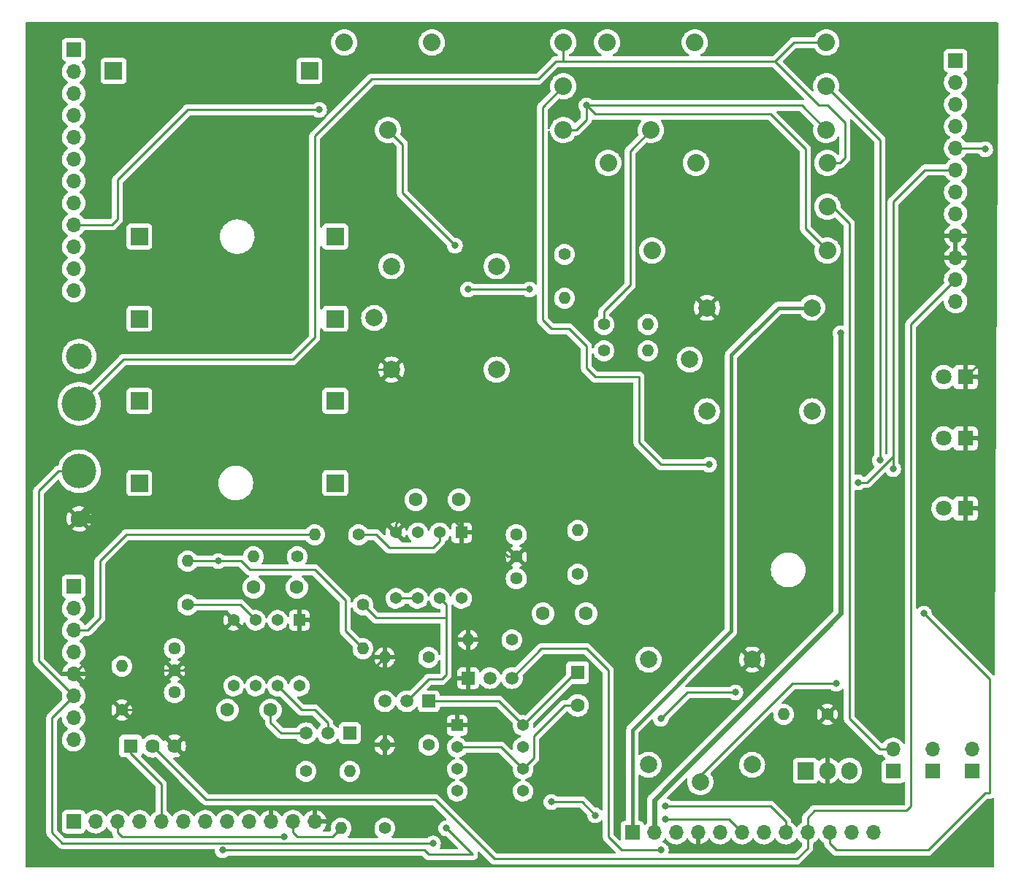
<source format=gbr>
%TF.GenerationSoftware,KiCad,Pcbnew,(6.0.5)*%
%TF.CreationDate,2022-09-04T18:06:33+09:00*%
%TF.ProjectId,LAST SHUTDOWN,4c415354-2053-4485-9554-444f574e2e6b,rev?*%
%TF.SameCoordinates,Original*%
%TF.FileFunction,Copper,L2,Bot*%
%TF.FilePolarity,Positive*%
%FSLAX46Y46*%
G04 Gerber Fmt 4.6, Leading zero omitted, Abs format (unit mm)*
G04 Created by KiCad (PCBNEW (6.0.5)) date 2022-09-04 18:06:33*
%MOMM*%
%LPD*%
G01*
G04 APERTURE LIST*
%TA.AperFunction,ComponentPad*%
%ADD10R,1.800000X1.800000*%
%TD*%
%TA.AperFunction,ComponentPad*%
%ADD11C,1.800000*%
%TD*%
%TA.AperFunction,ComponentPad*%
%ADD12C,1.400000*%
%TD*%
%TA.AperFunction,ComponentPad*%
%ADD13O,1.400000X1.400000*%
%TD*%
%TA.AperFunction,ComponentPad*%
%ADD14C,2.032000*%
%TD*%
%TA.AperFunction,ComponentPad*%
%ADD15R,1.700000X1.700000*%
%TD*%
%TA.AperFunction,ComponentPad*%
%ADD16O,1.700000X1.700000*%
%TD*%
%TA.AperFunction,ComponentPad*%
%ADD17R,1.500000X1.500000*%
%TD*%
%TA.AperFunction,ComponentPad*%
%ADD18C,1.500000*%
%TD*%
%TA.AperFunction,ComponentPad*%
%ADD19R,2.000000X2.000000*%
%TD*%
%TA.AperFunction,ComponentPad*%
%ADD20R,1.905000X2.000000*%
%TD*%
%TA.AperFunction,ComponentPad*%
%ADD21O,1.905000X2.000000*%
%TD*%
%TA.AperFunction,ComponentPad*%
%ADD22C,2.000000*%
%TD*%
%TA.AperFunction,ComponentPad*%
%ADD23R,1.625600X1.625600*%
%TD*%
%TA.AperFunction,ComponentPad*%
%ADD24C,1.625600*%
%TD*%
%TA.AperFunction,ComponentPad*%
%ADD25C,3.000000*%
%TD*%
%TA.AperFunction,ComponentPad*%
%ADD26C,4.000000*%
%TD*%
%TA.AperFunction,ComponentPad*%
%ADD27C,1.600000*%
%TD*%
%TA.AperFunction,ComponentPad*%
%ADD28C,1.440000*%
%TD*%
%TA.AperFunction,ComponentPad*%
%ADD29R,1.371600X1.371600*%
%TD*%
%TA.AperFunction,ComponentPad*%
%ADD30C,1.371600*%
%TD*%
%TA.AperFunction,ComponentPad*%
%ADD31C,1.905000*%
%TD*%
%TA.AperFunction,ComponentPad*%
%ADD32R,1.600000X1.600000*%
%TD*%
%TA.AperFunction,ViaPad*%
%ADD33C,0.800000*%
%TD*%
%TA.AperFunction,ViaPad*%
%ADD34C,1.000000*%
%TD*%
%TA.AperFunction,ViaPad*%
%ADD35C,0.700000*%
%TD*%
%TA.AperFunction,Conductor*%
%ADD36C,0.250000*%
%TD*%
%TA.AperFunction,Conductor*%
%ADD37C,1.000000*%
%TD*%
%TA.AperFunction,Conductor*%
%ADD38C,0.700000*%
%TD*%
%TA.AperFunction,Conductor*%
%ADD39C,0.600000*%
%TD*%
%TA.AperFunction,Conductor*%
%ADD40C,0.400000*%
%TD*%
G04 APERTURE END LIST*
D10*
%TO.P,D2,1,K*%
%TO.N,BRAKE_GND*%
X164343000Y-116840000D03*
D11*
%TO.P,D2,2,A*%
%TO.N,Net-(D2-Pad2)*%
X161803000Y-116840000D03*
%TD*%
D10*
%TO.P,D1,1,K*%
%TO.N,BRAKE_GND*%
X164343000Y-109728000D03*
D11*
%TO.P,D1,2,A*%
%TO.N,Net-(D1-Pad2)*%
X161803000Y-109728000D03*
%TD*%
D10*
%TO.P,D3,1,K*%
%TO.N,BRAKE_GND*%
X164343000Y-124968000D03*
D11*
%TO.P,D3,2,A*%
%TO.N,Net-(D3-Pad2)*%
X161803000Y-124968000D03*
%TD*%
D12*
%TO.P,R9,1*%
%TO.N,BRAKE_GND*%
X66548000Y-148336000D03*
D13*
%TO.P,R9,2*%
%TO.N,BRAKE_OUT*%
X66548000Y-143256000D03*
%TD*%
D14*
%TO.P,RELAY_BSPD,1,V*%
%TO.N,BOTS_IN*%
X148196500Y-70921800D03*
%TO.P,RELAY_BSPD,2,Out*%
%TO.N,Net-(RELAY_BSPD1-Pad2)*%
X132956500Y-70921800D03*
%TO.P,RELAY_BSPD,4,12V*%
%TO.N,Net-(RELAY_BMS1-Pad2)*%
X122796500Y-70921800D03*
%TO.P,RELAY_BSPD,6,N*%
%TO.N,Net-(R13-Pad1)*%
X127876500Y-81081800D03*
%TO.P,RELAY_BSPD,8,L*%
%TO.N,SHUTDOWN_RESET*%
X148196500Y-81081800D03*
%TO.P,RELAY_BSPD,9,D*%
%TO.N,Net-(J3-Pad2)*%
X148196500Y-76001800D03*
%TD*%
D15*
%TO.P,J2,1,Pin_1*%
%TO.N,Net-(J2-Pad1)*%
X155956000Y-155448000D03*
D16*
%TO.P,J2,2,Pin_2*%
%TO.N,Net-(J2-Pad2)*%
X155956000Y-152908000D03*
%TD*%
D12*
%TO.P,R13,1*%
%TO.N,Net-(R13-Pad1)*%
X122428000Y-103632000D03*
D13*
%TO.P,R13,2*%
%TO.N,Net-(D2-Pad2)*%
X127508000Y-103632000D03*
%TD*%
D12*
%TO.P,R15,1*%
%TO.N,Net-(C5-Pad2)*%
X102108000Y-152400000D03*
D13*
%TO.P,R15,2*%
%TO.N,BRAKE_GND*%
X97028000Y-152400000D03*
%TD*%
D17*
%TO.P,Q5,1,E*%
%TO.N,BRAKE_GND*%
X106680000Y-144632000D03*
D18*
%TO.P,Q5,2,B*%
%TO.N,Net-(Q5-Pad2)*%
X109220000Y-144632000D03*
%TO.P,Q5,3,C*%
%TO.N,BSPD_FAULT*%
X111760000Y-144632000D03*
%TD*%
D19*
%TO.P,F5,1*%
%TO.N,HV_AUX3_OUT*%
X65580000Y-74200000D03*
%TO.P,F5,2*%
%TO.N,Net-(F5-Pad2)*%
X88280000Y-74200000D03*
%TD*%
D15*
%TO.P,J4,1,Pin_1*%
%TO.N,Net-(J4-Pad1)*%
X160528000Y-155448000D03*
D16*
%TO.P,J4,2,Pin_2*%
%TO.N,Net-(J4-Pad2)*%
X160528000Y-152908000D03*
%TD*%
D12*
%TO.P,R14,1*%
%TO.N,Net-(C5-Pad1)*%
X102108000Y-142240000D03*
D13*
%TO.P,R14,2*%
%TO.N,BRAKE_GND*%
X97028000Y-142240000D03*
%TD*%
D19*
%TO.P,F4,1*%
%TO.N,LV_ECU*%
X91265000Y-122015000D03*
%TO.P,F4,2*%
%TO.N,BOTS_OUT*%
X68565000Y-122015000D03*
%TD*%
D15*
%TO.P,DASHBOARD,1,Pin_1*%
%TO.N,BSPD_FAULT*%
X60960000Y-161290000D03*
D16*
%TO.P,DASHBOARD,2,Pin_2*%
%TO.N,IMD_FAULT*%
X63500000Y-161290000D03*
%TO.P,DASHBOARD,3,Pin_3*%
%TO.N,BMS_FAULT*%
X66040000Y-161290000D03*
%TO.P,DASHBOARD,4,Pin_4*%
%TO.N,unconnected-(DASHBOARD1-Pad4)*%
X68580000Y-161290000D03*
%TO.P,DASHBOARD,5,Pin_5*%
%TO.N,BRAKE_OUT*%
X71120000Y-161290000D03*
%TO.P,DASHBOARD,6,Pin_6*%
%TO.N,HV_AUX1_OUT*%
X73660000Y-161290000D03*
%TO.P,DASHBOARD,7,Pin_7*%
%TO.N,BOTS_OUT*%
X76200000Y-161290000D03*
%TO.P,DASHBOARD,8,Pin_8*%
%TO.N,AIR-_ACTIVE*%
X78740000Y-161290000D03*
%TO.P,DASHBOARD,9,Pin_9*%
%TO.N,LV_ECU*%
X81280000Y-161290000D03*
%TO.P,DASHBOARD,10,Pin_10*%
%TO.N,BRAKE_GND*%
X83820000Y-161290000D03*
%TO.P,DASHBOARD,11,Pin_11*%
%TO.N,HV_ACTIVE_LED*%
X86360000Y-161290000D03*
%TO.P,DASHBOARD,12,Pin_12*%
%TO.N,BRAKE_GND*%
X88900000Y-161290000D03*
%TD*%
D12*
%TO.P,R7,1*%
%TO.N,Net-(C1-Pad1)*%
X86868000Y-130556000D03*
D13*
%TO.P,R7,2*%
%TO.N,BMS_HALL*%
X81788000Y-130556000D03*
%TD*%
D19*
%TO.P,F3,1*%
%TO.N,LV_PACK*%
X91265000Y-112490000D03*
%TO.P,F3,2*%
%TO.N,BOTS_OUT*%
X68565000Y-112490000D03*
%TD*%
D20*
%TO.P,Q2,1,G*%
%TO.N,IMD_FAULT*%
X145796000Y-155377000D03*
D21*
%TO.P,Q2,2,D*%
%TO.N,BRAKE_GND*%
X148336000Y-155377000D03*
%TO.P,Q2,3,S*%
%TO.N,Net-(J2-Pad1)*%
X150876000Y-155377000D03*
%TD*%
D12*
%TO.P,R11,1*%
%TO.N,Net-(Q4-Pad2)*%
X94488000Y-136144000D03*
D13*
%TO.P,R11,2*%
%TO.N,BOTS_IN*%
X94488000Y-141224000D03*
%TD*%
D22*
%TO.P,K3,1*%
%TO.N,BRAKE_GND*%
X139604000Y-142486000D03*
%TO.P,K3,2*%
%TO.N,BOTS_IN*%
X127604000Y-154686000D03*
%TO.P,K3,6*%
%TO.N,BMS_FAULT*%
X139604000Y-154686000D03*
%TO.P,K3,7*%
%TO.N,Net-(J4-Pad1)*%
X133604000Y-156686000D03*
%TO.P,K3,14*%
%TO.N,unconnected-(K3-Pad14)*%
X127604000Y-142486000D03*
%TD*%
D23*
%TO.P,Q1,1,G*%
%TO.N,BRAKE_OUT*%
X67564000Y-152514300D03*
D24*
%TO.P,Q1,2,D*%
%TO.N,BRAKE_LIGHT-*%
X70104000Y-152514300D03*
%TO.P,Q1,3,S*%
%TO.N,BRAKE_GND*%
X72644000Y-152514300D03*
%TD*%
D15*
%TO.P,PEDAL,1,Pin_1*%
%TO.N,unconnected-(pedal1-Pad1)*%
X60960000Y-134000000D03*
D16*
%TO.P,PEDAL,2,Pin_2*%
%TO.N,unconnected-(pedal1-Pad2)*%
X60960000Y-136540000D03*
%TO.P,PEDAL,3,Pin_3*%
%TO.N,BRAKE*%
X60960000Y-139080000D03*
%TO.P,PEDAL,4,Pin_4*%
%TO.N,BRAKE_PWR*%
X60960000Y-141620000D03*
%TO.P,PEDAL,5,Pin_5*%
%TO.N,BRAKE_GND*%
X60960000Y-144160000D03*
%TO.P,PEDAL,6,Pin_6*%
%TO.N,BOTS_IN*%
X60960000Y-146700000D03*
%TO.P,PEDAL,7,Pin_7*%
%TO.N,BRAKE_OUT*%
X60960000Y-149240000D03*
%TO.P,PEDAL,8,Pin_8*%
%TO.N,unconnected-(pedal1-Pad8)*%
X60960000Y-151780000D03*
%TD*%
D14*
%TO.P,RELAY_BMS,1,V*%
%TO.N,BOTS_IN*%
X117716500Y-70921800D03*
%TO.P,RELAY_BMS,2,Out*%
%TO.N,Net-(RELAY_BMS1-Pad2)*%
X102476500Y-70921800D03*
%TO.P,RELAY_BMS,4,12V*%
%TO.N,Net-(F5-Pad2)*%
X92316500Y-70921800D03*
%TO.P,RELAY_BMS,6,N*%
%TO.N,Net-(R16-Pad1)*%
X97396500Y-81081800D03*
%TO.P,RELAY_BMS,8,L*%
%TO.N,SHUTDOWN_RESET*%
X117716500Y-81081800D03*
%TO.P,RELAY_BMS,9,D*%
%TO.N,Net-(J4-Pad2)*%
X117716500Y-76001800D03*
%TD*%
D25*
%TO.P,J5,1,Pin_1*%
%TO.N,BOTS_OUT*%
X61595000Y-107315000D03*
D26*
%TO.P,J5,2,Pin_2*%
%TO.N,BOTS_IN*%
X61595000Y-112826800D03*
%TD*%
D12*
%TO.P,R3,1*%
%TO.N,Net-(C2-Pad2)*%
X119380000Y-132588000D03*
D13*
%TO.P,R3,2*%
%TO.N,BOTS_IN*%
X119380000Y-127508000D03*
%TD*%
D12*
%TO.P,R12,1*%
%TO.N,BRAKE_GND*%
X148336000Y-148844000D03*
D13*
%TO.P,R12,2*%
%TO.N,IMD_FAULT*%
X143256000Y-148844000D03*
%TD*%
D15*
%TO.P,J3,1,Pin_1*%
%TO.N,BSPD_FAULT*%
X165100000Y-155448000D03*
D16*
%TO.P,J3,2,Pin_2*%
%TO.N,Net-(J3-Pad2)*%
X165100000Y-152908000D03*
%TD*%
D17*
%TO.P,Q4,1,E*%
%TO.N,Net-(C5-Pad1)*%
X102108000Y-147320000D03*
D18*
%TO.P,Q4,2,B*%
%TO.N,Net-(Q4-Pad2)*%
X99568000Y-147320000D03*
%TO.P,Q4,3,C*%
%TO.N,Net-(Q3-Pad1)*%
X97028000Y-147320000D03*
%TD*%
D17*
%TO.P,Q3,1,E*%
%TO.N,Net-(Q3-Pad1)*%
X92964000Y-151024000D03*
D18*
%TO.P,Q3,2,B*%
%TO.N,Net-(Q3-Pad2)*%
X90424000Y-151024000D03*
%TO.P,Q3,3,C*%
%TO.N,BOTS_IN*%
X87884000Y-151024000D03*
%TD*%
D27*
%TO.P,C2,1*%
%TO.N,Net-(C2-Pad1)*%
X105624000Y-123952000D03*
%TO.P,C2,2*%
%TO.N,Net-(C2-Pad2)*%
X100624000Y-123952000D03*
%TD*%
D28*
%TO.P,RV1,1,1*%
%TO.N,Net-(C1-Pad2)*%
X72644000Y-141224000D03*
%TO.P,RV1,2,2*%
%TO.N,BRAKE_GND*%
X72644000Y-143764000D03*
%TO.P,RV1,3,3*%
%TO.N,unconnected-(RV1-Pad3)*%
X72644000Y-146304000D03*
%TD*%
D14*
%TO.P,RELAY_IMD,1,V*%
%TO.N,BOTS_IN*%
X148323500Y-84891800D03*
%TO.P,RELAY_IMD,2,Out*%
%TO.N,HV_MASTER_OUT*%
X133083500Y-84891800D03*
%TO.P,RELAY_IMD,4,12V*%
%TO.N,Net-(RELAY_BSPD1-Pad2)*%
X122923500Y-84891800D03*
%TO.P,RELAY_IMD,6,N*%
%TO.N,Net-(R4-Pad1)*%
X128003500Y-95051800D03*
%TO.P,RELAY_IMD,8,L*%
%TO.N,SHUTDOWN_RESET*%
X148323500Y-95051800D03*
%TO.P,RELAY_IMD,9,D*%
%TO.N,Net-(J2-Pad2)*%
X148323500Y-89971800D03*
%TD*%
D12*
%TO.P,R2,1*%
%TO.N,Net-(C1-Pad2)*%
X74168000Y-136144000D03*
D13*
%TO.P,R2,2*%
%TO.N,BOTS_IN*%
X74168000Y-131064000D03*
%TD*%
D15*
%TO.P,JUNCTION,1,Pin_1*%
%TO.N,AIR-_ACTIVE*%
X163195000Y-73020000D03*
D16*
%TO.P,JUNCTION,2,Pin_2*%
%TO.N,unconnected-(JUNCTION1-Pad2)*%
X163195000Y-75560000D03*
%TO.P,JUNCTION,3,Pin_3*%
%TO.N,AIR-_ACTIVE*%
X163195000Y-78100000D03*
%TO.P,JUNCTION,4,Pin_4*%
%TO.N,HVD_INTERLOCK_OUT*%
X163195000Y-80640000D03*
%TO.P,JUNCTION,5,Pin_5*%
%TO.N,AIR+_ACTIVE_SIG*%
X163195000Y-83180000D03*
%TO.P,JUNCTION,6,Pin_6*%
%TO.N,BMS_HALL*%
X163195000Y-85720000D03*
%TO.P,JUNCTION,7,Pin_7*%
%TO.N,LV_TSAL*%
X163195000Y-88260000D03*
%TO.P,JUNCTION,8,Pin_8*%
%TO.N,LV_INV*%
X163195000Y-90800000D03*
%TO.P,JUNCTION,9,Pin_9*%
%TO.N,BRAKE_GND*%
X163195000Y-93340000D03*
%TO.P,JUNCTION,10,Pin_10*%
X163195000Y-95880000D03*
%TO.P,JUNCTION,11,Pin_11*%
%TO.N,BRAKE_LIGHT-*%
X163195000Y-98420000D03*
%TO.P,JUNCTION,12,Pin_12*%
%TO.N,unconnected-(JUNCTION1-Pad12)*%
X163195000Y-100960000D03*
%TD*%
D28*
%TO.P,RV2,1,1*%
%TO.N,Net-(C2-Pad2)*%
X112268000Y-133096000D03*
%TO.P,RV2,2,2*%
%TO.N,BRAKE_GND*%
X112268000Y-130556000D03*
%TO.P,RV2,3,3*%
%TO.N,unconnected-(RV2-Pad3)*%
X112268000Y-128016000D03*
%TD*%
D29*
%TO.P,U2,1,GND*%
%TO.N,BRAKE_GND*%
X87122000Y-137922000D03*
D30*
%TO.P,U2,2,+*%
%TO.N,Net-(C1-Pad1)*%
X84582000Y-137922000D03*
%TO.P,U2,3,-*%
%TO.N,Net-(C1-Pad2)*%
X82042000Y-137922000D03*
%TO.P,U2,4,V-*%
%TO.N,BRAKE_GND*%
X79502000Y-137922000D03*
%TO.P,U2,5,BAL*%
%TO.N,Net-(C3-Pad2)*%
X79502000Y-145542000D03*
%TO.P,U2,6,STRB*%
X82042000Y-145542000D03*
%TO.P,U2,7*%
%TO.N,Net-(Q3-Pad2)*%
X84582000Y-145542000D03*
%TO.P,U2,8,V+*%
%TO.N,BOTS_IN*%
X87122000Y-145542000D03*
%TD*%
D12*
%TO.P,R16,1*%
%TO.N,Net-(R16-Pad1)*%
X122428000Y-106680000D03*
D13*
%TO.P,R16,2*%
%TO.N,Net-(D3-Pad2)*%
X127508000Y-106680000D03*
%TD*%
D19*
%TO.P,F1,1*%
%TO.N,Net-(F1-Pad1)*%
X91265000Y-102965000D03*
%TO.P,F1,2*%
%TO.N,BOTS_OUT*%
X68565000Y-102965000D03*
%TD*%
D12*
%TO.P,R1,1*%
%TO.N,AIR-_ACTIVE*%
X97028000Y-162052000D03*
D13*
%TO.P,R1,2*%
%TO.N,HV_ACTIVE_LED*%
X91948000Y-162052000D03*
%TD*%
D27*
%TO.P,C1,1*%
%TO.N,Net-(C1-Pad1)*%
X86828000Y-134112000D03*
%TO.P,C1,2*%
%TO.N,Net-(C1-Pad2)*%
X81828000Y-134112000D03*
%TD*%
D19*
%TO.P,F2,1*%
%TO.N,LV_TSAL*%
X91265000Y-93440000D03*
%TO.P,F2,2*%
%TO.N,BOTS_OUT*%
X68565000Y-93440000D03*
%TD*%
D12*
%TO.P,R4,1*%
%TO.N,Net-(R4-Pad1)*%
X117856000Y-95504000D03*
D13*
%TO.P,R4,2*%
%TO.N,Net-(D1-Pad2)*%
X117856000Y-100584000D03*
%TD*%
D15*
%TO.P,BATTERY_PACK,1,Pin_1*%
%TO.N,AIR+_ACTIVE*%
X125725000Y-162560000D03*
D16*
%TO.P,BATTERY_PACK,2,Pin_2*%
%TO.N,AIR-_ACTIVE*%
X128265000Y-162560000D03*
%TO.P,BATTERY_PACK,3,Pin_3*%
%TO.N,LV_PACK*%
X130805000Y-162560000D03*
%TO.P,BATTERY_PACK,4,Pin_4*%
%TO.N,BRAKE_GND*%
X133345000Y-162560000D03*
%TO.P,BATTERY_PACK,5,Pin_5*%
%TO.N,unconnected-(BATTERY_PACK1-Pad5)*%
X135885000Y-162560000D03*
%TO.P,BATTERY_PACK,6,Pin_6*%
%TO.N,BMS_FAULT*%
X138425000Y-162560000D03*
%TO.P,BATTERY_PACK,7,Pin_7*%
%TO.N,IMD_FAULT*%
X140965000Y-162560000D03*
%TO.P,BATTERY_PACK,8,Pin_8*%
%TO.N,BOTS_IN*%
X143505000Y-162560000D03*
%TO.P,BATTERY_PACK,9,Pin_9*%
%TO.N,BRAKE_LIGHT-*%
X146045000Y-162560000D03*
%TO.P,BATTERY_PACK,10,Pin_10*%
%TO.N,BMS_HALL*%
X148585000Y-162560000D03*
%TO.P,BATTERY_PACK,11,Pin_11*%
%TO.N,unconnected-(BATTERY_PACK1-Pad11)*%
X151125000Y-162560000D03*
%TO.P,BATTERY_PACK,12,Pin_12*%
%TO.N,unconnected-(BATTERY_PACK1-Pad12)*%
X153665000Y-162560000D03*
%TD*%
D29*
%TO.P,U3,1,GND*%
%TO.N,BRAKE_GND*%
X105918000Y-127762000D03*
D30*
%TO.P,U3,2,+*%
%TO.N,Net-(C2-Pad1)*%
X103378000Y-127762000D03*
%TO.P,U3,3,-*%
%TO.N,Net-(C2-Pad2)*%
X100838000Y-127762000D03*
%TO.P,U3,4,V-*%
%TO.N,BRAKE_GND*%
X98298000Y-127762000D03*
%TO.P,U3,5,BAL*%
%TO.N,Net-(C4-Pad2)*%
X98298000Y-135382000D03*
%TO.P,U3,6,STRB*%
X100838000Y-135382000D03*
%TO.P,U3,7*%
%TO.N,Net-(Q4-Pad2)*%
X103378000Y-135382000D03*
%TO.P,U3,8,V+*%
%TO.N,BOTS_IN*%
X105918000Y-135382000D03*
%TD*%
D27*
%TO.P,C3,1*%
%TO.N,BOTS_IN*%
X83780000Y-148336000D03*
%TO.P,C3,2*%
%TO.N,Net-(C3-Pad2)*%
X78780000Y-148336000D03*
%TD*%
D29*
%TO.P,U4,1,GND*%
%TO.N,BRAKE_GND*%
X105410000Y-150114000D03*
D30*
%TO.P,U4,2,TR*%
%TO.N,Net-(C5-Pad2)*%
X105410000Y-152654000D03*
%TO.P,U4,3,Q*%
%TO.N,Net-(Q5-Pad2)*%
X105410000Y-155194000D03*
%TO.P,U4,4,R*%
%TO.N,Net-(C5-Pad1)*%
X105410000Y-157734000D03*
%TO.P,U4,5,CV*%
%TO.N,unconnected-(U4-Pad5)*%
X113030000Y-157734000D03*
%TO.P,U4,6,THR*%
%TO.N,Net-(C5-Pad2)*%
X113030000Y-155194000D03*
%TO.P,U4,7,DIS*%
%TO.N,unconnected-(U4-Pad7)*%
X113030000Y-152654000D03*
%TO.P,U4,8,VCC*%
%TO.N,Net-(C5-Pad1)*%
X113030000Y-150114000D03*
%TD*%
D26*
%TO.P,J1,1,Pin_1*%
%TO.N,BOTS_IN*%
X61595000Y-120650000D03*
D31*
%TO.P,J1,2,Pin_2*%
%TO.N,BRAKE_GND*%
X61595000Y-126161800D03*
%TD*%
D32*
%TO.P,C5,1*%
%TO.N,Net-(C5-Pad1)*%
X119380000Y-143993349D03*
D27*
%TO.P,C5,2*%
%TO.N,Net-(C5-Pad2)*%
X119380000Y-147793349D03*
%TD*%
D15*
%TO.P,SWITCH,1,Pin_1*%
%TO.N,HV_AUX3_OUT*%
X60960000Y-71750000D03*
D16*
%TO.P,SWITCH,2,Pin_2*%
%TO.N,HV_AUX2_OUT*%
X60960000Y-74290000D03*
%TO.P,SWITCH,3,Pin_3*%
X60960000Y-76830000D03*
%TO.P,SWITCH,4,Pin_4*%
%TO.N,HV_AUX1_OUT*%
X60960000Y-79370000D03*
%TO.P,SWITCH,5,Pin_5*%
%TO.N,unconnected-(SWITCH1-Pad5)*%
X60960000Y-81910000D03*
%TO.P,SWITCH,6,Pin_6*%
%TO.N,unconnected-(SWITCH1-Pad6)*%
X60960000Y-84450000D03*
%TO.P,SWITCH,7,Pin_7*%
%TO.N,HV_MASTER_OUT*%
X60960000Y-86990000D03*
%TO.P,SWITCH,8,Pin_8*%
%TO.N,HVD_INTERLOCK_OUT*%
X60960000Y-89530000D03*
%TO.P,SWITCH,9,Pin_9*%
%TO.N,SHUTDOWN_RESET*%
X60960000Y-92070000D03*
%TO.P,SWITCH,10,Pin_10*%
%TO.N,unconnected-(SWITCH1-Pad10)*%
X60960000Y-94610000D03*
%TO.P,SWITCH,11,Pin_11*%
%TO.N,unconnected-(SWITCH1-Pad11)*%
X60960000Y-97150000D03*
%TO.P,SWITCH,12,Pin_12*%
%TO.N,unconnected-(SWITCH1-Pad12)*%
X60960000Y-99690000D03*
%TD*%
D12*
%TO.P,R8,1*%
%TO.N,Net-(C2-Pad1)*%
X93980000Y-128016000D03*
D13*
%TO.P,R8,2*%
%TO.N,BRAKE*%
X88900000Y-128016000D03*
%TD*%
D12*
%TO.P,R10,1*%
%TO.N,BOTS_IN*%
X87884000Y-155448000D03*
D13*
%TO.P,R10,2*%
%TO.N,Net-(Q3-Pad2)*%
X92964000Y-155448000D03*
%TD*%
D22*
%TO.P,K1,1*%
%TO.N,unconnected-(K1-Pad1)*%
X146566000Y-113696000D03*
%TO.P,K1,2*%
%TO.N,BRAKE_GND*%
X134366000Y-101696000D03*
%TO.P,K1,6*%
%TO.N,AIR+_ACTIVE_SIG*%
X134366000Y-113696000D03*
%TO.P,K1,7*%
%TO.N,AIR-_ACTIVE*%
X132366000Y-107696000D03*
%TO.P,K1,14*%
%TO.N,AIR+_ACTIVE*%
X146566000Y-101696000D03*
%TD*%
%TO.P,K2,1*%
%TO.N,unconnected-(K2-Pad1)*%
X109990000Y-108870000D03*
%TO.P,K2,2*%
%TO.N,AIR-_ACTIVE*%
X97790000Y-96870000D03*
%TO.P,K2,6*%
%TO.N,BRAKE_GND*%
X97790000Y-108870000D03*
%TO.P,K2,7*%
%TO.N,Net-(F1-Pad1)*%
X95790000Y-102870000D03*
%TO.P,K2,14*%
%TO.N,LV_INV*%
X109990000Y-96870000D03*
%TD*%
D12*
%TO.P,R17,1*%
%TO.N,Net-(Q5-Pad2)*%
X111760000Y-140208000D03*
D13*
%TO.P,R17,2*%
%TO.N,BRAKE_GND*%
X106680000Y-140208000D03*
%TD*%
D27*
%TO.P,C4,1*%
%TO.N,BOTS_IN*%
X120356000Y-137160000D03*
%TO.P,C4,2*%
%TO.N,Net-(C4-Pad2)*%
X115356000Y-137160000D03*
%TD*%
D33*
%TO.N,BOTS_IN*%
X102616000Y-163792500D03*
X77724000Y-131064000D03*
X129540000Y-159512000D03*
D34*
%TO.N,BRAKE_GND*%
X133604000Y-124460000D03*
X139700000Y-123952000D03*
X148844000Y-102108000D03*
D35*
X83820000Y-155956000D03*
D34*
X135128000Y-133096000D03*
D33*
X62992000Y-140208000D03*
%TO.N,AIR-_ACTIVE*%
X149860000Y-104648000D03*
X106680000Y-99568000D03*
X113792000Y-99568000D03*
%TO.N,Net-(R16-Pad1)*%
X105156000Y-94488000D03*
%TO.N,IMD_FAULT*%
X129032000Y-149352000D03*
X78232000Y-164592000D03*
X104140000Y-162052000D03*
X137668000Y-146304000D03*
%TO.N,BSPD_FAULT*%
X129032000Y-164592000D03*
%TO.N,BMS_FAULT*%
X121416299Y-160532299D03*
X129540000Y-161036000D03*
X116332000Y-159004000D03*
X85344000Y-163068000D03*
%TO.N,Net-(J4-Pad1)*%
X149352000Y-145288000D03*
%TO.N,AIR+_ACTIVE_SIG*%
X166624000Y-83312000D03*
%TO.N,Net-(J4-Pad2)*%
X134620000Y-119888000D03*
%TO.N,SHUTDOWN_RESET*%
X120396000Y-78232000D03*
X89408000Y-78740000D03*
%TO.N,Net-(J3-Pad2)*%
X154432000Y-119380000D03*
%TO.N,BMS_HALL*%
X159512000Y-137160000D03*
X151887701Y-121924299D03*
X155956000Y-120396000D03*
%TD*%
D36*
%TO.N,Net-(Q4-Pad2)*%
X99568000Y-147320000D02*
X102108000Y-144780000D01*
X96012000Y-137668000D02*
X94488000Y-136144000D01*
X102108000Y-144780000D02*
X103632000Y-144780000D01*
X104140000Y-144272000D02*
X104140000Y-137668000D01*
X104140000Y-136144000D02*
X103378000Y-135382000D01*
X104140000Y-137668000D02*
X104140000Y-136144000D01*
X103632000Y-144780000D02*
X104140000Y-144272000D01*
X104140000Y-137668000D02*
X96012000Y-137668000D01*
%TO.N,BOTS_IN*%
X147320000Y-78232000D02*
X142240000Y-73152000D01*
X80370300Y-131064000D02*
X81386300Y-132080000D01*
X83780000Y-149820000D02*
X84984000Y-151024000D01*
X148336000Y-78232000D02*
X147320000Y-78232000D01*
X77724000Y-131064000D02*
X80370300Y-131064000D01*
X114808000Y-75184000D02*
X116332000Y-73660000D01*
X143505000Y-161285000D02*
X143505000Y-162560000D01*
X116840000Y-73152000D02*
X117856000Y-73152000D01*
X83780000Y-148336000D02*
X83780000Y-149820000D01*
X148323500Y-84891800D02*
X149804200Y-84891800D01*
X81386300Y-132080000D02*
X88900000Y-132080000D01*
X74168000Y-131064000D02*
X77724000Y-131064000D01*
X60960000Y-146700000D02*
X58420000Y-149240000D01*
X149804200Y-84891800D02*
X150368000Y-84328000D01*
X59652500Y-163792500D02*
X102616000Y-163792500D01*
X58420000Y-149240000D02*
X58420000Y-162560000D01*
X117856000Y-73152000D02*
X137668000Y-73152000D01*
X144470200Y-70921800D02*
X148196500Y-70921800D01*
X84984000Y-151024000D02*
X87884000Y-151024000D01*
X88900000Y-81788000D02*
X95504000Y-75184000D01*
X117716500Y-70921800D02*
X117716500Y-73012500D01*
X86360000Y-107696000D02*
X88900000Y-105156000D01*
X116332000Y-73660000D02*
X116840000Y-73152000D01*
X61595000Y-112826800D02*
X66725800Y-107696000D01*
X66725800Y-107696000D02*
X86360000Y-107696000D01*
X141732000Y-159512000D02*
X143505000Y-161285000D01*
X142240000Y-73152000D02*
X144470200Y-70921800D01*
X92456000Y-135636000D02*
X92456000Y-139192000D01*
X150368000Y-84328000D02*
X150368000Y-80264000D01*
X56896000Y-142636000D02*
X56896000Y-122936000D01*
X142240000Y-73152000D02*
X137668000Y-73152000D01*
X56896000Y-122936000D02*
X59182000Y-120650000D01*
X95504000Y-75184000D02*
X114808000Y-75184000D01*
X60960000Y-146700000D02*
X56896000Y-142636000D01*
X88900000Y-132080000D02*
X92456000Y-135636000D01*
X117716500Y-73012500D02*
X117856000Y-73152000D01*
X129540000Y-159512000D02*
X141732000Y-159512000D01*
X92456000Y-139192000D02*
X94488000Y-141224000D01*
X88900000Y-105156000D02*
X88900000Y-81788000D01*
X59182000Y-120650000D02*
X61595000Y-120650000D01*
X58420000Y-162560000D02*
X59652500Y-163792500D01*
X150368000Y-80264000D02*
X148336000Y-78232000D01*
%TO.N,Net-(Q3-Pad2)*%
X87376000Y-148336000D02*
X88900000Y-148336000D01*
X84582000Y-145542000D02*
X87376000Y-148336000D01*
X88900000Y-148336000D02*
X90424000Y-149860000D01*
X90424000Y-149860000D02*
X90424000Y-151024000D01*
D37*
%TO.N,BRAKE_GND*%
X96520000Y-123952000D02*
X96520000Y-121920000D01*
X67056000Y-115824000D02*
X86868000Y-115824000D01*
D36*
X95504000Y-148844000D02*
X96774000Y-150114000D01*
X165608000Y-108463000D02*
X165608000Y-97028000D01*
D37*
X65532000Y-117348000D02*
X67056000Y-115824000D01*
D36*
X98298000Y-127762000D02*
X98298000Y-126746000D01*
X66548000Y-148336000D02*
X68465700Y-148336000D01*
X79502000Y-137922000D02*
X73660000Y-143764000D01*
X164343000Y-109728000D02*
X165608000Y-108463000D01*
X93314000Y-108870000D02*
X91948000Y-110236000D01*
D37*
X114808000Y-118364000D02*
X120396000Y-118364000D01*
D36*
X88138000Y-137922000D02*
X87122000Y-137922000D01*
X71120000Y-143764000D02*
X72644000Y-143764000D01*
D38*
X74676000Y-149860000D02*
X72644000Y-149860000D01*
D36*
X164460000Y-95880000D02*
X163195000Y-95880000D01*
D37*
X65532000Y-122224800D02*
X65532000Y-117348000D01*
X142240000Y-109220000D02*
X142240000Y-108712000D01*
X61595000Y-126161800D02*
X77546200Y-126161800D01*
X77546200Y-126161800D02*
X78232000Y-125476000D01*
D36*
X105156000Y-126492000D02*
X105918000Y-127254000D01*
X96520000Y-124460000D02*
X96012000Y-124460000D01*
X68465700Y-148336000D02*
X72644000Y-152514300D01*
X110744000Y-130048000D02*
X111252000Y-130556000D01*
X95504000Y-143764000D02*
X95504000Y-148844000D01*
X97790000Y-108870000D02*
X93314000Y-108870000D01*
D37*
X120396000Y-118364000D02*
X135128000Y-133096000D01*
X78740000Y-124968000D02*
X95504000Y-124968000D01*
D36*
X111252000Y-130556000D02*
X112268000Y-130556000D01*
X107696000Y-126492000D02*
X110744000Y-129540000D01*
D37*
X64820800Y-122936000D02*
X65532000Y-122224800D01*
X131064000Y-124460000D02*
X133604000Y-124460000D01*
X100076000Y-118364000D02*
X114808000Y-118364000D01*
D36*
X110744000Y-129540000D02*
X110744000Y-130048000D01*
D37*
X95504000Y-124968000D02*
X96012000Y-124460000D01*
D36*
X98552000Y-126492000D02*
X96520000Y-124460000D01*
D37*
X96012000Y-124460000D02*
X96520000Y-123952000D01*
D36*
X105156000Y-126492000D02*
X107696000Y-126492000D01*
D37*
X142240000Y-108712000D02*
X148844000Y-102108000D01*
D36*
X88392000Y-110236000D02*
X86868000Y-111760000D01*
X96774000Y-150114000D02*
X105410000Y-150114000D01*
D37*
X61595000Y-126161800D02*
X64820800Y-122936000D01*
D36*
X96774000Y-150114000D02*
X97028000Y-150368000D01*
X98298000Y-126746000D02*
X98552000Y-126492000D01*
D37*
X142240000Y-121412000D02*
X142240000Y-109220000D01*
D38*
X80772000Y-155956000D02*
X74676000Y-149860000D01*
X63104000Y-146304000D02*
X60960000Y-144160000D01*
D36*
X62992000Y-140208000D02*
X62992000Y-142128000D01*
D38*
X83820000Y-155956000D02*
X80772000Y-155956000D01*
D37*
X96520000Y-121920000D02*
X100076000Y-118364000D01*
D36*
X68465700Y-148336000D02*
X68465700Y-146926300D01*
X91948000Y-110236000D02*
X88392000Y-110236000D01*
X97028000Y-142240000D02*
X95504000Y-143764000D01*
D37*
X122428000Y-115824000D02*
X131064000Y-124460000D01*
D36*
X98552000Y-126492000D02*
X105156000Y-126492000D01*
X93472000Y-143256000D02*
X88138000Y-137922000D01*
X95504000Y-143764000D02*
X94996000Y-143256000D01*
X73660000Y-143764000D02*
X72644000Y-143764000D01*
X71120000Y-144272000D02*
X71120000Y-143764000D01*
D37*
X86868000Y-115824000D02*
X122428000Y-115824000D01*
D36*
X94996000Y-143256000D02*
X93472000Y-143256000D01*
D37*
X78232000Y-125476000D02*
X78740000Y-124968000D01*
D36*
X165608000Y-97028000D02*
X164460000Y-95880000D01*
D37*
X139700000Y-123952000D02*
X142240000Y-121412000D01*
D36*
X86868000Y-111760000D02*
X86868000Y-115824000D01*
X68465700Y-146926300D02*
X69088000Y-146304000D01*
D38*
X69088000Y-146304000D02*
X63104000Y-146304000D01*
X72644000Y-149860000D02*
X69088000Y-146304000D01*
D36*
X105918000Y-127254000D02*
X105918000Y-127762000D01*
X69088000Y-146304000D02*
X71120000Y-144272000D01*
X97028000Y-150368000D02*
X97028000Y-152400000D01*
X62992000Y-142128000D02*
X60960000Y-144160000D01*
%TO.N,BRAKE_OUT*%
X67564000Y-152514300D02*
X67564000Y-153416000D01*
X67564000Y-153416000D02*
X71120000Y-156972000D01*
X71120000Y-156972000D02*
X71120000Y-161290000D01*
%TO.N,Net-(C2-Pad1)*%
X97536000Y-129540000D02*
X102616000Y-129540000D01*
X103378000Y-128778000D02*
X103378000Y-127762000D01*
X93980000Y-128016000D02*
X96012000Y-128016000D01*
X96012000Y-128016000D02*
X97536000Y-129540000D01*
X102616000Y-129540000D02*
X103378000Y-128778000D01*
%TO.N,BRAKE*%
X64008000Y-137668000D02*
X64008000Y-131064000D01*
X64008000Y-131064000D02*
X67056000Y-128016000D01*
X67056000Y-128016000D02*
X88900000Y-128016000D01*
X62596000Y-139080000D02*
X64008000Y-137668000D01*
X60960000Y-139080000D02*
X62596000Y-139080000D01*
%TO.N,Net-(C1-Pad2)*%
X74168000Y-136144000D02*
X80264000Y-136144000D01*
X80264000Y-136144000D02*
X82042000Y-137922000D01*
D39*
%TO.N,AIR-_ACTIVE*%
X149860000Y-137160000D02*
X128265000Y-158755000D01*
X149860000Y-104648000D02*
X149860000Y-137160000D01*
D36*
X106680000Y-99568000D02*
X113792000Y-99568000D01*
D39*
X128265000Y-158755000D02*
X128265000Y-162560000D01*
D36*
%TO.N,HV_ACTIVE_LED*%
X90932000Y-163068000D02*
X91948000Y-162052000D01*
X86360000Y-162560000D02*
X86868000Y-163068000D01*
X86868000Y-163068000D02*
X90932000Y-163068000D01*
X86360000Y-161290000D02*
X86360000Y-162560000D01*
%TO.N,Net-(R16-Pad1)*%
X99060000Y-82745300D02*
X97396500Y-81081800D01*
X99060000Y-88392000D02*
X99060000Y-82745300D01*
X105156000Y-94488000D02*
X99060000Y-88392000D01*
%TO.N,Net-(C5-Pad2)*%
X114300000Y-153924000D02*
X114300000Y-151384000D01*
X113030000Y-155194000D02*
X110490000Y-152654000D01*
X110490000Y-152654000D02*
X105410000Y-152654000D01*
X114300000Y-151384000D02*
X117890651Y-147793349D01*
X113030000Y-155194000D02*
X114300000Y-153924000D01*
X117890651Y-147793349D02*
X119380000Y-147793349D01*
%TO.N,Net-(C5-Pad1)*%
X110236000Y-147320000D02*
X113030000Y-150114000D01*
X102108000Y-147320000D02*
X110236000Y-147320000D01*
X119150651Y-143993349D02*
X113030000Y-150114000D01*
X119380000Y-143993349D02*
X119150651Y-143993349D01*
%TO.N,Net-(R13-Pad1)*%
X122428000Y-102108000D02*
X122428000Y-103632000D01*
X127876500Y-81081800D02*
X125476000Y-83482300D01*
X125476000Y-99060000D02*
X122428000Y-102108000D01*
X125476000Y-83482300D02*
X125476000Y-99060000D01*
%TO.N,IMD_FAULT*%
X107188000Y-165100000D02*
X104140000Y-162052000D01*
X78232000Y-164592000D02*
X101600000Y-164592000D01*
X129032000Y-149352000D02*
X132080000Y-146304000D01*
X101600000Y-164592000D02*
X102108000Y-165100000D01*
X132080000Y-146304000D02*
X137668000Y-146304000D01*
X102108000Y-165100000D02*
X107188000Y-165100000D01*
%TO.N,BSPD_FAULT*%
X129032000Y-164592000D02*
X124460000Y-164592000D01*
X124460000Y-164592000D02*
X122936000Y-163068000D01*
X122936000Y-163068000D02*
X122936000Y-143764000D01*
X122936000Y-143764000D02*
X120396000Y-141224000D01*
X120396000Y-141224000D02*
X115168000Y-141224000D01*
X115168000Y-141224000D02*
X111760000Y-144632000D01*
%TO.N,Net-(C4-Pad2)*%
X98298000Y-135382000D02*
X100838000Y-135382000D01*
%TO.N,BRAKE_LIGHT-*%
X157988000Y-103627000D02*
X163195000Y-98420000D01*
X144780000Y-165608000D02*
X146045000Y-164343000D01*
X146812000Y-160020000D02*
X157480000Y-160020000D01*
X157480000Y-160020000D02*
X157988000Y-159512000D01*
X76334011Y-158744311D02*
X102864311Y-158744311D01*
X157988000Y-159512000D02*
X157988000Y-103627000D01*
X70104000Y-152514300D02*
X76334011Y-158744311D01*
X146045000Y-160787000D02*
X146812000Y-160020000D01*
X146045000Y-164343000D02*
X146045000Y-162560000D01*
X109728000Y-165608000D02*
X144780000Y-165608000D01*
X146045000Y-162560000D02*
X146045000Y-160787000D01*
X102864311Y-158744311D02*
X109728000Y-165608000D01*
%TO.N,BMS_FAULT*%
X129540000Y-161036000D02*
X136901000Y-161036000D01*
X66040000Y-161290000D02*
X66040000Y-162560000D01*
X66040000Y-162560000D02*
X66548000Y-163068000D01*
X136901000Y-161036000D02*
X138425000Y-162560000D01*
X119888000Y-159004000D02*
X121416299Y-160532299D01*
X116332000Y-159004000D02*
X119888000Y-159004000D01*
X66548000Y-163068000D02*
X85344000Y-163068000D01*
%TO.N,Net-(J4-Pad1)*%
X144272000Y-145288000D02*
X149352000Y-145288000D01*
X133604000Y-156686000D02*
X133604000Y-155956000D01*
X143256000Y-146304000D02*
X144272000Y-145288000D01*
X133604000Y-155956000D02*
X134112000Y-155448000D01*
X134112000Y-155448000D02*
X143256000Y-146304000D01*
%TO.N,AIR+_ACTIVE_SIG*%
X166492000Y-83180000D02*
X166624000Y-83312000D01*
X163195000Y-83180000D02*
X166492000Y-83180000D01*
D40*
%TO.N,AIR+_ACTIVE*%
X142652000Y-101696000D02*
X146566000Y-101696000D01*
X125725000Y-162560000D02*
X125725000Y-150627000D01*
X125725000Y-150627000D02*
X137160000Y-139192000D01*
X137160000Y-139192000D02*
X137160000Y-107188000D01*
X137160000Y-107188000D02*
X142652000Y-101696000D01*
D36*
%TO.N,Net-(J4-Pad2)*%
X116332000Y-104140000D02*
X118364000Y-104140000D01*
X126492000Y-117348000D02*
X129032000Y-119888000D01*
X126492000Y-109728000D02*
X126492000Y-117348000D01*
X121412000Y-109728000D02*
X126492000Y-109728000D01*
X129032000Y-119888000D02*
X134620000Y-119888000D01*
X120396000Y-106172000D02*
X120396000Y-108712000D01*
X115316000Y-103124000D02*
X116332000Y-104140000D01*
X115316000Y-78402300D02*
X115316000Y-103124000D01*
X118364000Y-104140000D02*
X120396000Y-106172000D01*
X117716500Y-76001800D02*
X115316000Y-78402300D01*
X120396000Y-108712000D02*
X121412000Y-109728000D01*
%TO.N,SHUTDOWN_RESET*%
X141732000Y-79248000D02*
X122428000Y-79248000D01*
X66040000Y-86868000D02*
X74168000Y-78740000D01*
X120396000Y-78232000D02*
X121412000Y-79248000D01*
X145796000Y-92524300D02*
X145796000Y-83312000D01*
X74168000Y-78740000D02*
X89408000Y-78740000D01*
X66040000Y-91440000D02*
X66040000Y-86868000D01*
X121412000Y-79248000D02*
X122428000Y-79248000D01*
X120396000Y-78232000D02*
X120396000Y-79756000D01*
X145796000Y-83312000D02*
X141732000Y-79248000D01*
X145346700Y-78232000D02*
X148196500Y-81081800D01*
X65532000Y-91948000D02*
X66040000Y-91440000D01*
X60960000Y-92070000D02*
X65410000Y-92070000D01*
X148323500Y-95051800D02*
X145796000Y-92524300D01*
X119181800Y-81081800D02*
X120396000Y-79867600D01*
X65410000Y-92070000D02*
X65532000Y-91948000D01*
X120396000Y-79867600D02*
X120396000Y-79756000D01*
X120396000Y-78232000D02*
X145346700Y-78232000D01*
X119181800Y-81081800D02*
X117716500Y-81081800D01*
%TO.N,Net-(J3-Pad2)*%
X154432000Y-82237300D02*
X148196500Y-76001800D01*
X154432000Y-119380000D02*
X154432000Y-82237300D01*
%TO.N,Net-(J2-Pad2)*%
X148899800Y-89971800D02*
X148323500Y-89971800D01*
X155956000Y-152908000D02*
X154432000Y-152908000D01*
X150876000Y-149352000D02*
X150876000Y-91948000D01*
X154432000Y-152908000D02*
X150876000Y-149352000D01*
X150876000Y-91948000D02*
X148899800Y-89971800D01*
%TO.N,BMS_HALL*%
X148844000Y-164084000D02*
X149352000Y-164592000D01*
X166624000Y-157988000D02*
X167132000Y-157988000D01*
X167132000Y-157988000D02*
X167132000Y-144780000D01*
X159644000Y-85720000D02*
X155956000Y-89408000D01*
X155956000Y-89408000D02*
X155956000Y-118880614D01*
X155956000Y-120396000D02*
X155956000Y-118880614D01*
X167132000Y-144780000D02*
X159512000Y-137160000D01*
X160020000Y-164592000D02*
X166624000Y-157988000D01*
X149352000Y-164592000D02*
X160020000Y-164592000D01*
X148585000Y-163825000D02*
X148844000Y-164084000D01*
X155956000Y-118880614D02*
X152912315Y-121924299D01*
X148585000Y-162560000D02*
X148585000Y-163825000D01*
X163195000Y-85720000D02*
X159644000Y-85720000D01*
X152912315Y-121924299D02*
X151887701Y-121924299D01*
%TD*%
%TA.AperFunction,Conductor*%
%TO.N,BRAKE_GND*%
G36*
X168089467Y-68600002D02*
G01*
X168135960Y-68653658D01*
X168147344Y-68706652D01*
X167854842Y-125159529D01*
X167756162Y-144204722D01*
X167735808Y-144272738D01*
X167681912Y-144318952D01*
X167611586Y-144328692D01*
X167547159Y-144298865D01*
X167541069Y-144293164D01*
X160459122Y-137211217D01*
X160425096Y-137148905D01*
X160422907Y-137135292D01*
X160406232Y-136976635D01*
X160406232Y-136976633D01*
X160405542Y-136970072D01*
X160346527Y-136788444D01*
X160340209Y-136777500D01*
X160254341Y-136628774D01*
X160251040Y-136623056D01*
X160210110Y-136577598D01*
X160127675Y-136486045D01*
X160127674Y-136486044D01*
X160123253Y-136481134D01*
X159968752Y-136368882D01*
X159962724Y-136366198D01*
X159962722Y-136366197D01*
X159800319Y-136293891D01*
X159800318Y-136293891D01*
X159794288Y-136291206D01*
X159700888Y-136271353D01*
X159613944Y-136252872D01*
X159613939Y-136252872D01*
X159607487Y-136251500D01*
X159416513Y-136251500D01*
X159410061Y-136252872D01*
X159410056Y-136252872D01*
X159323112Y-136271353D01*
X159229712Y-136291206D01*
X159223682Y-136293891D01*
X159223681Y-136293891D01*
X159061278Y-136366197D01*
X159061276Y-136366198D01*
X159055248Y-136368882D01*
X158900747Y-136481134D01*
X158896326Y-136486044D01*
X158896325Y-136486045D01*
X158841136Y-136547339D01*
X158780690Y-136584579D01*
X158709707Y-136583227D01*
X158650722Y-136543714D01*
X158622464Y-136478583D01*
X158621500Y-136463029D01*
X158621500Y-124933469D01*
X160390095Y-124933469D01*
X160390392Y-124938622D01*
X160390392Y-124938625D01*
X160396067Y-125037041D01*
X160403427Y-125164697D01*
X160404564Y-125169743D01*
X160404565Y-125169749D01*
X160426408Y-125266671D01*
X160454346Y-125390642D01*
X160456288Y-125395424D01*
X160456289Y-125395428D01*
X160539540Y-125600450D01*
X160541484Y-125605237D01*
X160662501Y-125802719D01*
X160814147Y-125977784D01*
X160992349Y-126125730D01*
X161192322Y-126242584D01*
X161408694Y-126325209D01*
X161413760Y-126326240D01*
X161413761Y-126326240D01*
X161466846Y-126337040D01*
X161635656Y-126371385D01*
X161766324Y-126376176D01*
X161861949Y-126379683D01*
X161861953Y-126379683D01*
X161867113Y-126379872D01*
X161872233Y-126379216D01*
X161872235Y-126379216D01*
X161959444Y-126368044D01*
X162096847Y-126350442D01*
X162101795Y-126348957D01*
X162101802Y-126348956D01*
X162313747Y-126285369D01*
X162318690Y-126283886D01*
X162399236Y-126244427D01*
X162522049Y-126184262D01*
X162522052Y-126184260D01*
X162526684Y-126181991D01*
X162715243Y-126047494D01*
X162718898Y-126043852D01*
X162718906Y-126043845D01*
X162760697Y-126002199D01*
X162823068Y-125968282D01*
X162893875Y-125973470D01*
X162950637Y-126016116D01*
X162967619Y-126047218D01*
X162989677Y-126106056D01*
X162998214Y-126121649D01*
X163074715Y-126223724D01*
X163087276Y-126236285D01*
X163189351Y-126312786D01*
X163204946Y-126321324D01*
X163325394Y-126366478D01*
X163340649Y-126370105D01*
X163391514Y-126375631D01*
X163398328Y-126376000D01*
X164070885Y-126376000D01*
X164086124Y-126371525D01*
X164087329Y-126370135D01*
X164089000Y-126362452D01*
X164089000Y-126357884D01*
X164597000Y-126357884D01*
X164601475Y-126373123D01*
X164602865Y-126374328D01*
X164610548Y-126375999D01*
X165287669Y-126375999D01*
X165294490Y-126375629D01*
X165345352Y-126370105D01*
X165360604Y-126366479D01*
X165481054Y-126321324D01*
X165496649Y-126312786D01*
X165598724Y-126236285D01*
X165611285Y-126223724D01*
X165687786Y-126121649D01*
X165696324Y-126106054D01*
X165741478Y-125985606D01*
X165745105Y-125970351D01*
X165750631Y-125919486D01*
X165751000Y-125912672D01*
X165751000Y-125240115D01*
X165746525Y-125224876D01*
X165745135Y-125223671D01*
X165737452Y-125222000D01*
X164615115Y-125222000D01*
X164599876Y-125226475D01*
X164598671Y-125227865D01*
X164597000Y-125235548D01*
X164597000Y-126357884D01*
X164089000Y-126357884D01*
X164089000Y-124695885D01*
X164597000Y-124695885D01*
X164601475Y-124711124D01*
X164602865Y-124712329D01*
X164610548Y-124714000D01*
X165732884Y-124714000D01*
X165748123Y-124709525D01*
X165749328Y-124708135D01*
X165750999Y-124700452D01*
X165750999Y-124023331D01*
X165750629Y-124016510D01*
X165745105Y-123965648D01*
X165741479Y-123950396D01*
X165696324Y-123829946D01*
X165687786Y-123814351D01*
X165611285Y-123712276D01*
X165598724Y-123699715D01*
X165496649Y-123623214D01*
X165481054Y-123614676D01*
X165360606Y-123569522D01*
X165345351Y-123565895D01*
X165294486Y-123560369D01*
X165287672Y-123560000D01*
X164615115Y-123560000D01*
X164599876Y-123564475D01*
X164598671Y-123565865D01*
X164597000Y-123573548D01*
X164597000Y-124695885D01*
X164089000Y-124695885D01*
X164089000Y-123578116D01*
X164084525Y-123562877D01*
X164083135Y-123561672D01*
X164075452Y-123560001D01*
X163398331Y-123560001D01*
X163391510Y-123560371D01*
X163340648Y-123565895D01*
X163325396Y-123569521D01*
X163204946Y-123614676D01*
X163189351Y-123623214D01*
X163087276Y-123699715D01*
X163074715Y-123712276D01*
X162998214Y-123814351D01*
X162989675Y-123829948D01*
X162968934Y-123885275D01*
X162926293Y-123942040D01*
X162859731Y-123966740D01*
X162790383Y-123951533D01*
X162767388Y-123934909D01*
X162766887Y-123934358D01*
X162704737Y-123885275D01*
X162589177Y-123794011D01*
X162589172Y-123794008D01*
X162585123Y-123790810D01*
X162580607Y-123788317D01*
X162580604Y-123788315D01*
X162386879Y-123681373D01*
X162386875Y-123681371D01*
X162382355Y-123678876D01*
X162377486Y-123677152D01*
X162377482Y-123677150D01*
X162168903Y-123603288D01*
X162168899Y-123603287D01*
X162164028Y-123601562D01*
X162158935Y-123600655D01*
X162158932Y-123600654D01*
X161941095Y-123561851D01*
X161941089Y-123561850D01*
X161936006Y-123560945D01*
X161858644Y-123560000D01*
X161709581Y-123558179D01*
X161709579Y-123558179D01*
X161704411Y-123558116D01*
X161475464Y-123593150D01*
X161255314Y-123665106D01*
X161250726Y-123667494D01*
X161250722Y-123667496D01*
X161142346Y-123723913D01*
X161049872Y-123772052D01*
X161045739Y-123775155D01*
X161045736Y-123775157D01*
X160875266Y-123903150D01*
X160864655Y-123911117D01*
X160704639Y-124078564D01*
X160574119Y-124269899D01*
X160476602Y-124479981D01*
X160414707Y-124703169D01*
X160390095Y-124933469D01*
X158621500Y-124933469D01*
X158621500Y-116805469D01*
X160390095Y-116805469D01*
X160403427Y-117036697D01*
X160404564Y-117041743D01*
X160404565Y-117041749D01*
X160426408Y-117138671D01*
X160454346Y-117262642D01*
X160456288Y-117267424D01*
X160456289Y-117267428D01*
X160511623Y-117403699D01*
X160541484Y-117477237D01*
X160662501Y-117674719D01*
X160814147Y-117849784D01*
X160992349Y-117997730D01*
X161192322Y-118114584D01*
X161408694Y-118197209D01*
X161413760Y-118198240D01*
X161413761Y-118198240D01*
X161466846Y-118209040D01*
X161635656Y-118243385D01*
X161766324Y-118248176D01*
X161861949Y-118251683D01*
X161861953Y-118251683D01*
X161867113Y-118251872D01*
X161872233Y-118251216D01*
X161872235Y-118251216D01*
X161971668Y-118238478D01*
X162096847Y-118222442D01*
X162101795Y-118220957D01*
X162101802Y-118220956D01*
X162313747Y-118157369D01*
X162318690Y-118155886D01*
X162399236Y-118116427D01*
X162522049Y-118056262D01*
X162522052Y-118056260D01*
X162526684Y-118053991D01*
X162715243Y-117919494D01*
X162718898Y-117915852D01*
X162718906Y-117915845D01*
X162760697Y-117874199D01*
X162823068Y-117840282D01*
X162893875Y-117845470D01*
X162950637Y-117888116D01*
X162967619Y-117919218D01*
X162989677Y-117978056D01*
X162998214Y-117993649D01*
X163074715Y-118095724D01*
X163087276Y-118108285D01*
X163189351Y-118184786D01*
X163204946Y-118193324D01*
X163325394Y-118238478D01*
X163340649Y-118242105D01*
X163391514Y-118247631D01*
X163398328Y-118248000D01*
X164070885Y-118248000D01*
X164086124Y-118243525D01*
X164087329Y-118242135D01*
X164089000Y-118234452D01*
X164089000Y-118229884D01*
X164597000Y-118229884D01*
X164601475Y-118245123D01*
X164602865Y-118246328D01*
X164610548Y-118247999D01*
X165287669Y-118247999D01*
X165294490Y-118247629D01*
X165345352Y-118242105D01*
X165360604Y-118238479D01*
X165481054Y-118193324D01*
X165496649Y-118184786D01*
X165598724Y-118108285D01*
X165611285Y-118095724D01*
X165687786Y-117993649D01*
X165696324Y-117978054D01*
X165741478Y-117857606D01*
X165745105Y-117842351D01*
X165750631Y-117791486D01*
X165751000Y-117784672D01*
X165751000Y-117112115D01*
X165746525Y-117096876D01*
X165745135Y-117095671D01*
X165737452Y-117094000D01*
X164615115Y-117094000D01*
X164599876Y-117098475D01*
X164598671Y-117099865D01*
X164597000Y-117107548D01*
X164597000Y-118229884D01*
X164089000Y-118229884D01*
X164089000Y-116567885D01*
X164597000Y-116567885D01*
X164601475Y-116583124D01*
X164602865Y-116584329D01*
X164610548Y-116586000D01*
X165732884Y-116586000D01*
X165748123Y-116581525D01*
X165749328Y-116580135D01*
X165750999Y-116572452D01*
X165750999Y-115895331D01*
X165750629Y-115888510D01*
X165745105Y-115837648D01*
X165741479Y-115822396D01*
X165696324Y-115701946D01*
X165687786Y-115686351D01*
X165611285Y-115584276D01*
X165598724Y-115571715D01*
X165496649Y-115495214D01*
X165481054Y-115486676D01*
X165360606Y-115441522D01*
X165345351Y-115437895D01*
X165294486Y-115432369D01*
X165287672Y-115432000D01*
X164615115Y-115432000D01*
X164599876Y-115436475D01*
X164598671Y-115437865D01*
X164597000Y-115445548D01*
X164597000Y-116567885D01*
X164089000Y-116567885D01*
X164089000Y-115450116D01*
X164084525Y-115434877D01*
X164083135Y-115433672D01*
X164075452Y-115432001D01*
X163398331Y-115432001D01*
X163391510Y-115432371D01*
X163340648Y-115437895D01*
X163325396Y-115441521D01*
X163204946Y-115486676D01*
X163189351Y-115495214D01*
X163087276Y-115571715D01*
X163074715Y-115584276D01*
X162998214Y-115686351D01*
X162989675Y-115701948D01*
X162968934Y-115757275D01*
X162926293Y-115814040D01*
X162859731Y-115838740D01*
X162790383Y-115823533D01*
X162767388Y-115806909D01*
X162766887Y-115806358D01*
X162704737Y-115757275D01*
X162589177Y-115666011D01*
X162589172Y-115666008D01*
X162585123Y-115662810D01*
X162580607Y-115660317D01*
X162580604Y-115660315D01*
X162386879Y-115553373D01*
X162386875Y-115553371D01*
X162382355Y-115550876D01*
X162377486Y-115549152D01*
X162377482Y-115549150D01*
X162168903Y-115475288D01*
X162168899Y-115475287D01*
X162164028Y-115473562D01*
X162158935Y-115472655D01*
X162158932Y-115472654D01*
X161941095Y-115433851D01*
X161941089Y-115433850D01*
X161936006Y-115432945D01*
X161858644Y-115432000D01*
X161709581Y-115430179D01*
X161709579Y-115430179D01*
X161704411Y-115430116D01*
X161475464Y-115465150D01*
X161255314Y-115537106D01*
X161250726Y-115539494D01*
X161250722Y-115539496D01*
X161054461Y-115641663D01*
X161049872Y-115644052D01*
X161045739Y-115647155D01*
X161045736Y-115647157D01*
X160899073Y-115757275D01*
X160864655Y-115783117D01*
X160704639Y-115950564D01*
X160574119Y-116141899D01*
X160476602Y-116351981D01*
X160414707Y-116575169D01*
X160390095Y-116805469D01*
X158621500Y-116805469D01*
X158621500Y-109693469D01*
X160390095Y-109693469D01*
X160390392Y-109698622D01*
X160390392Y-109698625D01*
X160396067Y-109797041D01*
X160403427Y-109924697D01*
X160404564Y-109929743D01*
X160404565Y-109929749D01*
X160419394Y-109995548D01*
X160454346Y-110150642D01*
X160456288Y-110155424D01*
X160456289Y-110155428D01*
X160538888Y-110358845D01*
X160541484Y-110365237D01*
X160662501Y-110562719D01*
X160814147Y-110737784D01*
X160992349Y-110885730D01*
X161192322Y-111002584D01*
X161408694Y-111085209D01*
X161413760Y-111086240D01*
X161413761Y-111086240D01*
X161466846Y-111097040D01*
X161635656Y-111131385D01*
X161766324Y-111136176D01*
X161861949Y-111139683D01*
X161861953Y-111139683D01*
X161867113Y-111139872D01*
X161872233Y-111139216D01*
X161872235Y-111139216D01*
X161945270Y-111129860D01*
X162096847Y-111110442D01*
X162101795Y-111108957D01*
X162101802Y-111108956D01*
X162313747Y-111045369D01*
X162318690Y-111043886D01*
X162399236Y-111004427D01*
X162522049Y-110944262D01*
X162522052Y-110944260D01*
X162526684Y-110941991D01*
X162715243Y-110807494D01*
X162718898Y-110803852D01*
X162718906Y-110803845D01*
X162760697Y-110762199D01*
X162823068Y-110728282D01*
X162893875Y-110733470D01*
X162950637Y-110776116D01*
X162967619Y-110807218D01*
X162989677Y-110866056D01*
X162998214Y-110881649D01*
X163074715Y-110983724D01*
X163087276Y-110996285D01*
X163189351Y-111072786D01*
X163204946Y-111081324D01*
X163325394Y-111126478D01*
X163340649Y-111130105D01*
X163391514Y-111135631D01*
X163398328Y-111136000D01*
X164070885Y-111136000D01*
X164086124Y-111131525D01*
X164087329Y-111130135D01*
X164089000Y-111122452D01*
X164089000Y-111117884D01*
X164597000Y-111117884D01*
X164601475Y-111133123D01*
X164602865Y-111134328D01*
X164610548Y-111135999D01*
X165287669Y-111135999D01*
X165294490Y-111135629D01*
X165345352Y-111130105D01*
X165360604Y-111126479D01*
X165481054Y-111081324D01*
X165496649Y-111072786D01*
X165598724Y-110996285D01*
X165611285Y-110983724D01*
X165687786Y-110881649D01*
X165696324Y-110866054D01*
X165741478Y-110745606D01*
X165745105Y-110730351D01*
X165750631Y-110679486D01*
X165751000Y-110672672D01*
X165751000Y-110000115D01*
X165746525Y-109984876D01*
X165745135Y-109983671D01*
X165737452Y-109982000D01*
X164615115Y-109982000D01*
X164599876Y-109986475D01*
X164598671Y-109987865D01*
X164597000Y-109995548D01*
X164597000Y-111117884D01*
X164089000Y-111117884D01*
X164089000Y-109455885D01*
X164597000Y-109455885D01*
X164601475Y-109471124D01*
X164602865Y-109472329D01*
X164610548Y-109474000D01*
X165732884Y-109474000D01*
X165748123Y-109469525D01*
X165749328Y-109468135D01*
X165750999Y-109460452D01*
X165750999Y-108783331D01*
X165750629Y-108776510D01*
X165745105Y-108725648D01*
X165741479Y-108710396D01*
X165696324Y-108589946D01*
X165687786Y-108574351D01*
X165611285Y-108472276D01*
X165598724Y-108459715D01*
X165496649Y-108383214D01*
X165481054Y-108374676D01*
X165360606Y-108329522D01*
X165345351Y-108325895D01*
X165294486Y-108320369D01*
X165287672Y-108320000D01*
X164615115Y-108320000D01*
X164599876Y-108324475D01*
X164598671Y-108325865D01*
X164597000Y-108333548D01*
X164597000Y-109455885D01*
X164089000Y-109455885D01*
X164089000Y-108338116D01*
X164084525Y-108322877D01*
X164083135Y-108321672D01*
X164075452Y-108320001D01*
X163398331Y-108320001D01*
X163391510Y-108320371D01*
X163340648Y-108325895D01*
X163325396Y-108329521D01*
X163204946Y-108374676D01*
X163189351Y-108383214D01*
X163087276Y-108459715D01*
X163074715Y-108472276D01*
X162998214Y-108574351D01*
X162989675Y-108589948D01*
X162968934Y-108645275D01*
X162926293Y-108702040D01*
X162859731Y-108726740D01*
X162790383Y-108711533D01*
X162767388Y-108694909D01*
X162766887Y-108694358D01*
X162733527Y-108668012D01*
X162589177Y-108554011D01*
X162589172Y-108554008D01*
X162585123Y-108550810D01*
X162580607Y-108548317D01*
X162580604Y-108548315D01*
X162386879Y-108441373D01*
X162386875Y-108441371D01*
X162382355Y-108438876D01*
X162377486Y-108437152D01*
X162377482Y-108437150D01*
X162168903Y-108363288D01*
X162168899Y-108363287D01*
X162164028Y-108361562D01*
X162158935Y-108360655D01*
X162158932Y-108360654D01*
X161941095Y-108321851D01*
X161941089Y-108321850D01*
X161936006Y-108320945D01*
X161858644Y-108320000D01*
X161709581Y-108318179D01*
X161709579Y-108318179D01*
X161704411Y-108318116D01*
X161475464Y-108353150D01*
X161255314Y-108425106D01*
X161250726Y-108427494D01*
X161250722Y-108427496D01*
X161109119Y-108501210D01*
X161049872Y-108532052D01*
X161045739Y-108535155D01*
X161045736Y-108535157D01*
X160868790Y-108668012D01*
X160864655Y-108671117D01*
X160861083Y-108674855D01*
X160728357Y-108813745D01*
X160704639Y-108838564D01*
X160701725Y-108842836D01*
X160701724Y-108842837D01*
X160648967Y-108920176D01*
X160574119Y-109029899D01*
X160476602Y-109239981D01*
X160414707Y-109463169D01*
X160390095Y-109693469D01*
X158621500Y-109693469D01*
X158621500Y-103941594D01*
X158641502Y-103873473D01*
X158658405Y-103852499D01*
X161620019Y-100890886D01*
X161682331Y-100856860D01*
X161753147Y-100861925D01*
X161809982Y-100904472D01*
X161834905Y-100972728D01*
X161841187Y-101081685D01*
X161845110Y-101149715D01*
X161846247Y-101154761D01*
X161846248Y-101154767D01*
X161858058Y-101207170D01*
X161894222Y-101367639D01*
X161978266Y-101574616D01*
X162003626Y-101616000D01*
X162058521Y-101705580D01*
X162094987Y-101765088D01*
X162241250Y-101933938D01*
X162413126Y-102076632D01*
X162606000Y-102189338D01*
X162814692Y-102269030D01*
X162819760Y-102270061D01*
X162819763Y-102270062D01*
X162927017Y-102291883D01*
X163033597Y-102313567D01*
X163038772Y-102313757D01*
X163038774Y-102313757D01*
X163251673Y-102321564D01*
X163251677Y-102321564D01*
X163256837Y-102321753D01*
X163261957Y-102321097D01*
X163261959Y-102321097D01*
X163473288Y-102294025D01*
X163473289Y-102294025D01*
X163478416Y-102293368D01*
X163483366Y-102291883D01*
X163687429Y-102230661D01*
X163687434Y-102230659D01*
X163692384Y-102229174D01*
X163892994Y-102130896D01*
X164074860Y-102001173D01*
X164091293Y-101984798D01*
X164221862Y-101854684D01*
X164233096Y-101843489D01*
X164266763Y-101796637D01*
X164360435Y-101666277D01*
X164363453Y-101662077D01*
X164372763Y-101643241D01*
X164460136Y-101466453D01*
X164460137Y-101466451D01*
X164462430Y-101461811D01*
X164501994Y-101331592D01*
X164525865Y-101253023D01*
X164525865Y-101253021D01*
X164527370Y-101248069D01*
X164556529Y-101026590D01*
X164556644Y-101021883D01*
X164558074Y-100963365D01*
X164558074Y-100963361D01*
X164558156Y-100960000D01*
X164539852Y-100737361D01*
X164485431Y-100520702D01*
X164396354Y-100315840D01*
X164346507Y-100238789D01*
X164277822Y-100132617D01*
X164277820Y-100132614D01*
X164275014Y-100128277D01*
X164124670Y-99963051D01*
X164120619Y-99959852D01*
X164120615Y-99959848D01*
X163953414Y-99827800D01*
X163953410Y-99827798D01*
X163949359Y-99824598D01*
X163908053Y-99801796D01*
X163858084Y-99751364D01*
X163843312Y-99681921D01*
X163868428Y-99615516D01*
X163895780Y-99588909D01*
X163947524Y-99552000D01*
X164074860Y-99461173D01*
X164100803Y-99435321D01*
X164167647Y-99368710D01*
X164233096Y-99303489D01*
X164363453Y-99122077D01*
X164384221Y-99080057D01*
X164460136Y-98926453D01*
X164460137Y-98926451D01*
X164462430Y-98921811D01*
X164527370Y-98708069D01*
X164556529Y-98486590D01*
X164558156Y-98420000D01*
X164539852Y-98197361D01*
X164485431Y-97980702D01*
X164396354Y-97775840D01*
X164275014Y-97588277D01*
X164124670Y-97423051D01*
X164120619Y-97419852D01*
X164120615Y-97419848D01*
X163953414Y-97287800D01*
X163953410Y-97287798D01*
X163949359Y-97284598D01*
X163907569Y-97261529D01*
X163857598Y-97211097D01*
X163842826Y-97141654D01*
X163867942Y-97075248D01*
X163895294Y-97048641D01*
X164070328Y-96923792D01*
X164078200Y-96917139D01*
X164229052Y-96766812D01*
X164235730Y-96758965D01*
X164360003Y-96586020D01*
X164365313Y-96577183D01*
X164459670Y-96386267D01*
X164463469Y-96376672D01*
X164525377Y-96172910D01*
X164527555Y-96162837D01*
X164528986Y-96151962D01*
X164526775Y-96137778D01*
X164513617Y-96134000D01*
X161878225Y-96134000D01*
X161864694Y-96137973D01*
X161863257Y-96147966D01*
X161893565Y-96282446D01*
X161896645Y-96292275D01*
X161976770Y-96489603D01*
X161981413Y-96498794D01*
X162092694Y-96680388D01*
X162098777Y-96688699D01*
X162238213Y-96849667D01*
X162245580Y-96856883D01*
X162409434Y-96992916D01*
X162417881Y-96998831D01*
X162486969Y-97039203D01*
X162535693Y-97090842D01*
X162548764Y-97160625D01*
X162522033Y-97226396D01*
X162481584Y-97259752D01*
X162468607Y-97266507D01*
X162464474Y-97269610D01*
X162464471Y-97269612D01*
X162367837Y-97342167D01*
X162289965Y-97400635D01*
X162286393Y-97404373D01*
X162144748Y-97552596D01*
X162135629Y-97562138D01*
X162009743Y-97746680D01*
X161994003Y-97780590D01*
X161918533Y-97943177D01*
X161915688Y-97949305D01*
X161855989Y-98164570D01*
X161832251Y-98386695D01*
X161832548Y-98391848D01*
X161832548Y-98391851D01*
X161838011Y-98486590D01*
X161845110Y-98609715D01*
X161846247Y-98614761D01*
X161846248Y-98614767D01*
X161878453Y-98757668D01*
X161873917Y-98828520D01*
X161844631Y-98874464D01*
X157595747Y-103123348D01*
X157587461Y-103130888D01*
X157580982Y-103135000D01*
X157575557Y-103140777D01*
X157534357Y-103184651D01*
X157531602Y-103187493D01*
X157511865Y-103207230D01*
X157509385Y-103210427D01*
X157501682Y-103219447D01*
X157471414Y-103251679D01*
X157467595Y-103258625D01*
X157467593Y-103258628D01*
X157461652Y-103269434D01*
X157450801Y-103285953D01*
X157438386Y-103301959D01*
X157435241Y-103309228D01*
X157435238Y-103309232D01*
X157420826Y-103342537D01*
X157415609Y-103353187D01*
X157394305Y-103391940D01*
X157392334Y-103399615D01*
X157392334Y-103399616D01*
X157389267Y-103411562D01*
X157382863Y-103430266D01*
X157379502Y-103438034D01*
X157374819Y-103448855D01*
X157373580Y-103456678D01*
X157373577Y-103456688D01*
X157367901Y-103492524D01*
X157365495Y-103504144D01*
X157356597Y-103538801D01*
X157354500Y-103546970D01*
X157354500Y-103567224D01*
X157352949Y-103586934D01*
X157349780Y-103606943D01*
X157350526Y-103614835D01*
X157353941Y-103650961D01*
X157354500Y-103662819D01*
X157354500Y-152141845D01*
X157334498Y-152209966D01*
X157280842Y-152256459D01*
X157210568Y-152266563D01*
X157145988Y-152237069D01*
X157122708Y-152210285D01*
X157038822Y-152080617D01*
X157038820Y-152080614D01*
X157036014Y-152076277D01*
X156885670Y-151911051D01*
X156881619Y-151907852D01*
X156881615Y-151907848D01*
X156714414Y-151775800D01*
X156714410Y-151775798D01*
X156710359Y-151772598D01*
X156514789Y-151664638D01*
X156509920Y-151662914D01*
X156509916Y-151662912D01*
X156309087Y-151591795D01*
X156309083Y-151591794D01*
X156304212Y-151590069D01*
X156299119Y-151589162D01*
X156299116Y-151589161D01*
X156089373Y-151551800D01*
X156089367Y-151551799D01*
X156084284Y-151550894D01*
X156010452Y-151549992D01*
X155866081Y-151548228D01*
X155866079Y-151548228D01*
X155860911Y-151548165D01*
X155640091Y-151581955D01*
X155427756Y-151651357D01*
X155399141Y-151666253D01*
X155244614Y-151746695D01*
X155229607Y-151754507D01*
X155225474Y-151757610D01*
X155225471Y-151757612D01*
X155056717Y-151884316D01*
X155050965Y-151888635D01*
X154896629Y-152050138D01*
X154809313Y-152178138D01*
X154754404Y-152223139D01*
X154683879Y-152231310D01*
X154616132Y-152196227D01*
X151546405Y-149126500D01*
X151512379Y-149064188D01*
X151509500Y-149037405D01*
X151509500Y-122928304D01*
X151529502Y-122860183D01*
X151583158Y-122813690D01*
X151653432Y-122803586D01*
X151661697Y-122805057D01*
X151785757Y-122831427D01*
X151785762Y-122831427D01*
X151792214Y-122832799D01*
X151983188Y-122832799D01*
X151989640Y-122831427D01*
X151989645Y-122831427D01*
X152080329Y-122812151D01*
X152169989Y-122793093D01*
X152216952Y-122772184D01*
X152338423Y-122718102D01*
X152338425Y-122718101D01*
X152344453Y-122715417D01*
X152417703Y-122662198D01*
X152478216Y-122618232D01*
X152498954Y-122603165D01*
X152503369Y-122598262D01*
X152508281Y-122593839D01*
X152509406Y-122595088D01*
X152562715Y-122562248D01*
X152595901Y-122557799D01*
X152833548Y-122557799D01*
X152844731Y-122558326D01*
X152852224Y-122560001D01*
X152860150Y-122559752D01*
X152860151Y-122559752D01*
X152920301Y-122557861D01*
X152924260Y-122557799D01*
X152952171Y-122557799D01*
X152956106Y-122557302D01*
X152956171Y-122557294D01*
X152968008Y-122556361D01*
X153000266Y-122555347D01*
X153004285Y-122555221D01*
X153012204Y-122554972D01*
X153031658Y-122549320D01*
X153051015Y-122545312D01*
X153063245Y-122543767D01*
X153063246Y-122543767D01*
X153071112Y-122542773D01*
X153078483Y-122539854D01*
X153078485Y-122539854D01*
X153112227Y-122526495D01*
X153123457Y-122522650D01*
X153158298Y-122512528D01*
X153158299Y-122512528D01*
X153165908Y-122510317D01*
X153172727Y-122506284D01*
X153172732Y-122506282D01*
X153183343Y-122500006D01*
X153201091Y-122491311D01*
X153219932Y-122483851D01*
X153255702Y-122457863D01*
X153265622Y-122451347D01*
X153296850Y-122432879D01*
X153296853Y-122432877D01*
X153303677Y-122428841D01*
X153317998Y-122414520D01*
X153333032Y-122401679D01*
X153343009Y-122394430D01*
X153349422Y-122389771D01*
X153377613Y-122355694D01*
X153385603Y-122346915D01*
X154948075Y-120784443D01*
X155010387Y-120750417D01*
X155081202Y-120755482D01*
X155138038Y-120798029D01*
X155146287Y-120810535D01*
X155216960Y-120932944D01*
X155221378Y-120937851D01*
X155221379Y-120937852D01*
X155311678Y-121038139D01*
X155344747Y-121074866D01*
X155499248Y-121187118D01*
X155505276Y-121189802D01*
X155505278Y-121189803D01*
X155630226Y-121245433D01*
X155673712Y-121264794D01*
X155739831Y-121278848D01*
X155854056Y-121303128D01*
X155854061Y-121303128D01*
X155860513Y-121304500D01*
X156051487Y-121304500D01*
X156057939Y-121303128D01*
X156057944Y-121303128D01*
X156172169Y-121278848D01*
X156238288Y-121264794D01*
X156281774Y-121245433D01*
X156406722Y-121189803D01*
X156406724Y-121189802D01*
X156412752Y-121187118D01*
X156567253Y-121074866D01*
X156600322Y-121038139D01*
X156690621Y-120937852D01*
X156690622Y-120937851D01*
X156695040Y-120932944D01*
X156790527Y-120767556D01*
X156849542Y-120585928D01*
X156851138Y-120570749D01*
X156868814Y-120402565D01*
X156869504Y-120396000D01*
X156866955Y-120371751D01*
X156850232Y-120212635D01*
X156850232Y-120212633D01*
X156849542Y-120206072D01*
X156790527Y-120024444D01*
X156695040Y-119859056D01*
X156621863Y-119777785D01*
X156591147Y-119713779D01*
X156589500Y-119693476D01*
X156589500Y-118940390D01*
X156591051Y-118920679D01*
X156592980Y-118908500D01*
X156594220Y-118900671D01*
X156590059Y-118856652D01*
X156589500Y-118844795D01*
X156589500Y-95614183D01*
X161859389Y-95614183D01*
X161860912Y-95622607D01*
X161873292Y-95626000D01*
X162922885Y-95626000D01*
X162938124Y-95621525D01*
X162939329Y-95620135D01*
X162941000Y-95612452D01*
X162941000Y-95607885D01*
X163449000Y-95607885D01*
X163453475Y-95623124D01*
X163454865Y-95624329D01*
X163462548Y-95626000D01*
X164513344Y-95626000D01*
X164526875Y-95622027D01*
X164528180Y-95612947D01*
X164486214Y-95445875D01*
X164482894Y-95436124D01*
X164397972Y-95240814D01*
X164393105Y-95231739D01*
X164277426Y-95052926D01*
X164271136Y-95044757D01*
X164127806Y-94887240D01*
X164120273Y-94880215D01*
X163953139Y-94748222D01*
X163944552Y-94742517D01*
X163907116Y-94721851D01*
X163857146Y-94671419D01*
X163842374Y-94601976D01*
X163867490Y-94535571D01*
X163894842Y-94508964D01*
X164070327Y-94383792D01*
X164078200Y-94377139D01*
X164229052Y-94226812D01*
X164235730Y-94218965D01*
X164360003Y-94046020D01*
X164365313Y-94037183D01*
X164459670Y-93846267D01*
X164463469Y-93836672D01*
X164525377Y-93632910D01*
X164527555Y-93622837D01*
X164528986Y-93611962D01*
X164526775Y-93597778D01*
X164513617Y-93594000D01*
X163467115Y-93594000D01*
X163451876Y-93598475D01*
X163450671Y-93599865D01*
X163449000Y-93607548D01*
X163449000Y-95607885D01*
X162941000Y-95607885D01*
X162941000Y-93612115D01*
X162936525Y-93596876D01*
X162935135Y-93595671D01*
X162927452Y-93594000D01*
X161878225Y-93594000D01*
X161864694Y-93597973D01*
X161863257Y-93607966D01*
X161893565Y-93742446D01*
X161896645Y-93752275D01*
X161976770Y-93949603D01*
X161981413Y-93958794D01*
X162092694Y-94140388D01*
X162098777Y-94148699D01*
X162238213Y-94309667D01*
X162245580Y-94316883D01*
X162409434Y-94452916D01*
X162417881Y-94458831D01*
X162487479Y-94499501D01*
X162536203Y-94551140D01*
X162549274Y-94620923D01*
X162522543Y-94686694D01*
X162482087Y-94720053D01*
X162473462Y-94724542D01*
X162464738Y-94730036D01*
X162294433Y-94857905D01*
X162286726Y-94864748D01*
X162139590Y-95018717D01*
X162133104Y-95026727D01*
X162013098Y-95202649D01*
X162008000Y-95211623D01*
X161918338Y-95404783D01*
X161914775Y-95414470D01*
X161859389Y-95614183D01*
X156589500Y-95614183D01*
X156589500Y-89722594D01*
X156609502Y-89654473D01*
X156626405Y-89633499D01*
X159869499Y-86390405D01*
X159931811Y-86356379D01*
X159958594Y-86353500D01*
X161919274Y-86353500D01*
X161987395Y-86373502D01*
X162026707Y-86413665D01*
X162031862Y-86422077D01*
X162094987Y-86525088D01*
X162241250Y-86693938D01*
X162413126Y-86836632D01*
X162419085Y-86840114D01*
X162486445Y-86879476D01*
X162535169Y-86931114D01*
X162548240Y-87000897D01*
X162521509Y-87066669D01*
X162481055Y-87100027D01*
X162468607Y-87106507D01*
X162464474Y-87109610D01*
X162464471Y-87109612D01*
X162367268Y-87182594D01*
X162289965Y-87240635D01*
X162286393Y-87244373D01*
X162144748Y-87392596D01*
X162135629Y-87402138D01*
X162009743Y-87586680D01*
X161915688Y-87789305D01*
X161855989Y-88004570D01*
X161832251Y-88226695D01*
X161832548Y-88231848D01*
X161832548Y-88231851D01*
X161840515Y-88370027D01*
X161845110Y-88449715D01*
X161846247Y-88454761D01*
X161846248Y-88454767D01*
X161866117Y-88542930D01*
X161894222Y-88667639D01*
X161978266Y-88874616D01*
X162003626Y-88916000D01*
X162047889Y-88988230D01*
X162094987Y-89065088D01*
X162241250Y-89233938D01*
X162413126Y-89376632D01*
X162419085Y-89380114D01*
X162486445Y-89419476D01*
X162535169Y-89471114D01*
X162548240Y-89540897D01*
X162521509Y-89606669D01*
X162481055Y-89640027D01*
X162468607Y-89646507D01*
X162464474Y-89649610D01*
X162464471Y-89649612D01*
X162294100Y-89777530D01*
X162289965Y-89780635D01*
X162286393Y-89784373D01*
X162144748Y-89932596D01*
X162135629Y-89942138D01*
X162009743Y-90126680D01*
X161915688Y-90329305D01*
X161855989Y-90544570D01*
X161832251Y-90766695D01*
X161832548Y-90771848D01*
X161832548Y-90771851D01*
X161838001Y-90866424D01*
X161845110Y-90989715D01*
X161846247Y-90994761D01*
X161846248Y-90994767D01*
X161866119Y-91082939D01*
X161894222Y-91207639D01*
X161932461Y-91301811D01*
X161972167Y-91399595D01*
X161978266Y-91414616D01*
X162094987Y-91605088D01*
X162241250Y-91773938D01*
X162413126Y-91916632D01*
X162454877Y-91941029D01*
X162486955Y-91959774D01*
X162535679Y-92011412D01*
X162548750Y-92081195D01*
X162522019Y-92146967D01*
X162481562Y-92180327D01*
X162473457Y-92184546D01*
X162464738Y-92190036D01*
X162294433Y-92317905D01*
X162286726Y-92324748D01*
X162139590Y-92478717D01*
X162133104Y-92486727D01*
X162013098Y-92662649D01*
X162008000Y-92671623D01*
X161918338Y-92864783D01*
X161914775Y-92874470D01*
X161859389Y-93074183D01*
X161860912Y-93082607D01*
X161873292Y-93086000D01*
X164513344Y-93086000D01*
X164526875Y-93082027D01*
X164528180Y-93072947D01*
X164486214Y-92905875D01*
X164482894Y-92896124D01*
X164397972Y-92700814D01*
X164393105Y-92691739D01*
X164277426Y-92512926D01*
X164271136Y-92504757D01*
X164127806Y-92347240D01*
X164120273Y-92340215D01*
X163953139Y-92208222D01*
X163944556Y-92202520D01*
X163907602Y-92182120D01*
X163857631Y-92131687D01*
X163842859Y-92062245D01*
X163867975Y-91995839D01*
X163895327Y-91969232D01*
X163938755Y-91938255D01*
X164074860Y-91841173D01*
X164100803Y-91815321D01*
X164179533Y-91736865D01*
X164233096Y-91683489D01*
X164251308Y-91658145D01*
X164360435Y-91506277D01*
X164363453Y-91502077D01*
X164373092Y-91482575D01*
X164460136Y-91306453D01*
X164460137Y-91306451D01*
X164462430Y-91301811D01*
X164500170Y-91177595D01*
X164525865Y-91093023D01*
X164525865Y-91093021D01*
X164527370Y-91088069D01*
X164556529Y-90866590D01*
X164558156Y-90800000D01*
X164539852Y-90577361D01*
X164485431Y-90360702D01*
X164396354Y-90155840D01*
X164312911Y-90026857D01*
X164277822Y-89972617D01*
X164277820Y-89972614D01*
X164275014Y-89968277D01*
X164124670Y-89803051D01*
X164120619Y-89799852D01*
X164120615Y-89799848D01*
X163953414Y-89667800D01*
X163953410Y-89667798D01*
X163949359Y-89664598D01*
X163908053Y-89641796D01*
X163858084Y-89591364D01*
X163843312Y-89521921D01*
X163868428Y-89455516D01*
X163895780Y-89428909D01*
X163964188Y-89380114D01*
X164074860Y-89301173D01*
X164102803Y-89273328D01*
X164229435Y-89147137D01*
X164233096Y-89143489D01*
X164280747Y-89077176D01*
X164360435Y-88966277D01*
X164363453Y-88962077D01*
X164383371Y-88921777D01*
X164460136Y-88766453D01*
X164460137Y-88766451D01*
X164462430Y-88761811D01*
X164509354Y-88607366D01*
X164525865Y-88553023D01*
X164525865Y-88553021D01*
X164527370Y-88548069D01*
X164556529Y-88326590D01*
X164556657Y-88321364D01*
X164558074Y-88263365D01*
X164558074Y-88263361D01*
X164558156Y-88260000D01*
X164539852Y-88037361D01*
X164485431Y-87820702D01*
X164396354Y-87615840D01*
X164275014Y-87428277D01*
X164124670Y-87263051D01*
X164120619Y-87259852D01*
X164120615Y-87259848D01*
X163953414Y-87127800D01*
X163953410Y-87127798D01*
X163949359Y-87124598D01*
X163908053Y-87101796D01*
X163858084Y-87051364D01*
X163843312Y-86981921D01*
X163868428Y-86915516D01*
X163895780Y-86888909D01*
X163964188Y-86840114D01*
X164074860Y-86761173D01*
X164233096Y-86603489D01*
X164363453Y-86422077D01*
X164367611Y-86413665D01*
X164460136Y-86226453D01*
X164460137Y-86226451D01*
X164462430Y-86221811D01*
X164527370Y-86008069D01*
X164556529Y-85786590D01*
X164558156Y-85720000D01*
X164539852Y-85497361D01*
X164485431Y-85280702D01*
X164396354Y-85075840D01*
X164312911Y-84946857D01*
X164277822Y-84892617D01*
X164277820Y-84892614D01*
X164275014Y-84888277D01*
X164124670Y-84723051D01*
X164120619Y-84719852D01*
X164120615Y-84719848D01*
X163953414Y-84587800D01*
X163953410Y-84587798D01*
X163949359Y-84584598D01*
X163908053Y-84561796D01*
X163858084Y-84511364D01*
X163843312Y-84441921D01*
X163868428Y-84375516D01*
X163895780Y-84348909D01*
X163958685Y-84304039D01*
X164074860Y-84221173D01*
X164102803Y-84193328D01*
X164229435Y-84067137D01*
X164233096Y-84063489D01*
X164280747Y-83997176D01*
X164360435Y-83886277D01*
X164363453Y-83882077D01*
X164365746Y-83877437D01*
X164367446Y-83874608D01*
X164419674Y-83826518D01*
X164475451Y-83813500D01*
X165796948Y-83813500D01*
X165865069Y-83833502D01*
X165890584Y-83855190D01*
X166003584Y-83980689D01*
X166012747Y-83990866D01*
X166167248Y-84103118D01*
X166173276Y-84105802D01*
X166173278Y-84105803D01*
X166335681Y-84178109D01*
X166341712Y-84180794D01*
X166400680Y-84193328D01*
X166522056Y-84219128D01*
X166522061Y-84219128D01*
X166528513Y-84220500D01*
X166719487Y-84220500D01*
X166725939Y-84219128D01*
X166725944Y-84219128D01*
X166847320Y-84193328D01*
X166906288Y-84180794D01*
X166912319Y-84178109D01*
X167074722Y-84105803D01*
X167074724Y-84105802D01*
X167080752Y-84103118D01*
X167235253Y-83990866D01*
X167241168Y-83984297D01*
X167358621Y-83853852D01*
X167358622Y-83853851D01*
X167363040Y-83848944D01*
X167458527Y-83683556D01*
X167517542Y-83501928D01*
X167525362Y-83427530D01*
X167536814Y-83318565D01*
X167537504Y-83312000D01*
X167523544Y-83179174D01*
X167518232Y-83128635D01*
X167518232Y-83128633D01*
X167517542Y-83122072D01*
X167458527Y-82940444D01*
X167443853Y-82915027D01*
X167399792Y-82838712D01*
X167363040Y-82775056D01*
X167327282Y-82735342D01*
X167239675Y-82638045D01*
X167239674Y-82638044D01*
X167235253Y-82633134D01*
X167106887Y-82539870D01*
X167086094Y-82524763D01*
X167086093Y-82524762D01*
X167080752Y-82520882D01*
X167074724Y-82518198D01*
X167074722Y-82518197D01*
X166912319Y-82445891D01*
X166912318Y-82445891D01*
X166906288Y-82443206D01*
X166812888Y-82423353D01*
X166725944Y-82404872D01*
X166725939Y-82404872D01*
X166719487Y-82403500D01*
X166528513Y-82403500D01*
X166522061Y-82404872D01*
X166522056Y-82404872D01*
X166435112Y-82423353D01*
X166341712Y-82443206D01*
X166335682Y-82445891D01*
X166335681Y-82445891D01*
X166173278Y-82518197D01*
X166173276Y-82518198D01*
X166167248Y-82520882D01*
X166161907Y-82524763D01*
X166156189Y-82528064D01*
X166154862Y-82525766D01*
X166091048Y-82546500D01*
X164471805Y-82546500D01*
X164403684Y-82526498D01*
X164366013Y-82488940D01*
X164277822Y-82352617D01*
X164277820Y-82352614D01*
X164275014Y-82348277D01*
X164124670Y-82183051D01*
X164120619Y-82179852D01*
X164120615Y-82179848D01*
X163953414Y-82047800D01*
X163953410Y-82047798D01*
X163949359Y-82044598D01*
X163908053Y-82021796D01*
X163858084Y-81971364D01*
X163843312Y-81901921D01*
X163868428Y-81835516D01*
X163895780Y-81808909D01*
X163964188Y-81760114D01*
X164074860Y-81681173D01*
X164114821Y-81641352D01*
X164229435Y-81527137D01*
X164233096Y-81523489D01*
X164243776Y-81508627D01*
X164360435Y-81346277D01*
X164363453Y-81342077D01*
X164371481Y-81325835D01*
X164460136Y-81146453D01*
X164460137Y-81146451D01*
X164462430Y-81141811D01*
X164527370Y-80928069D01*
X164556529Y-80706590D01*
X164558156Y-80640000D01*
X164539852Y-80417361D01*
X164485431Y-80200702D01*
X164396354Y-79995840D01*
X164324955Y-79885474D01*
X164277822Y-79812617D01*
X164277820Y-79812614D01*
X164275014Y-79808277D01*
X164124670Y-79643051D01*
X164120619Y-79639852D01*
X164120615Y-79639848D01*
X163953414Y-79507800D01*
X163953410Y-79507798D01*
X163949359Y-79504598D01*
X163908053Y-79481796D01*
X163858084Y-79431364D01*
X163843312Y-79361921D01*
X163868428Y-79295516D01*
X163895780Y-79268909D01*
X163939603Y-79237650D01*
X164074860Y-79141173D01*
X164233096Y-78983489D01*
X164291361Y-78902405D01*
X164360435Y-78806277D01*
X164363453Y-78802077D01*
X164373567Y-78781614D01*
X164460136Y-78606453D01*
X164460137Y-78606451D01*
X164462430Y-78601811D01*
X164513970Y-78432175D01*
X164525865Y-78393023D01*
X164525865Y-78393021D01*
X164527370Y-78388069D01*
X164556529Y-78166590D01*
X164556683Y-78160299D01*
X164558074Y-78103365D01*
X164558074Y-78103361D01*
X164558156Y-78100000D01*
X164539852Y-77877361D01*
X164485431Y-77660702D01*
X164396354Y-77455840D01*
X164311627Y-77324872D01*
X164277822Y-77272617D01*
X164277820Y-77272614D01*
X164275014Y-77268277D01*
X164124670Y-77103051D01*
X164120619Y-77099852D01*
X164120615Y-77099848D01*
X163953414Y-76967800D01*
X163953410Y-76967798D01*
X163949359Y-76964598D01*
X163908053Y-76941796D01*
X163858084Y-76891364D01*
X163843312Y-76821921D01*
X163868428Y-76755516D01*
X163895780Y-76728909D01*
X163948258Y-76691477D01*
X164074860Y-76601173D01*
X164121434Y-76554762D01*
X164229435Y-76447137D01*
X164233096Y-76443489D01*
X164292594Y-76360689D01*
X164360435Y-76266277D01*
X164363453Y-76262077D01*
X164371481Y-76245835D01*
X164460136Y-76066453D01*
X164460137Y-76066451D01*
X164462430Y-76061811D01*
X164527370Y-75848069D01*
X164556529Y-75626590D01*
X164558156Y-75560000D01*
X164539852Y-75337361D01*
X164485431Y-75120702D01*
X164396354Y-74915840D01*
X164300620Y-74767858D01*
X164277822Y-74732617D01*
X164277820Y-74732614D01*
X164275014Y-74728277D01*
X164261905Y-74713870D01*
X164127798Y-74566488D01*
X164096746Y-74502642D01*
X164105141Y-74432143D01*
X164150317Y-74377375D01*
X164176761Y-74363706D01*
X164283297Y-74323767D01*
X164291705Y-74320615D01*
X164408261Y-74233261D01*
X164495615Y-74116705D01*
X164546745Y-73980316D01*
X164553500Y-73918134D01*
X164553500Y-72121866D01*
X164546745Y-72059684D01*
X164495615Y-71923295D01*
X164408261Y-71806739D01*
X164291705Y-71719385D01*
X164155316Y-71668255D01*
X164093134Y-71661500D01*
X162296866Y-71661500D01*
X162234684Y-71668255D01*
X162098295Y-71719385D01*
X161981739Y-71806739D01*
X161894385Y-71923295D01*
X161843255Y-72059684D01*
X161836500Y-72121866D01*
X161836500Y-73918134D01*
X161843255Y-73980316D01*
X161894385Y-74116705D01*
X161981739Y-74233261D01*
X162098295Y-74320615D01*
X162106704Y-74323767D01*
X162106705Y-74323768D01*
X162215451Y-74364535D01*
X162272216Y-74407176D01*
X162296916Y-74473738D01*
X162281709Y-74543087D01*
X162262316Y-74569568D01*
X162144748Y-74692596D01*
X162135629Y-74702138D01*
X162132715Y-74706410D01*
X162132714Y-74706411D01*
X162120409Y-74724450D01*
X162009743Y-74886680D01*
X161915688Y-75089305D01*
X161855989Y-75304570D01*
X161832251Y-75526695D01*
X161832548Y-75531848D01*
X161832548Y-75531851D01*
X161843055Y-75714073D01*
X161845110Y-75749715D01*
X161846247Y-75754761D01*
X161846248Y-75754767D01*
X161866119Y-75842939D01*
X161894222Y-75967639D01*
X161978266Y-76174616D01*
X162094987Y-76365088D01*
X162241250Y-76533938D01*
X162413126Y-76676632D01*
X162453581Y-76700272D01*
X162486445Y-76719476D01*
X162535169Y-76771114D01*
X162548240Y-76840897D01*
X162521509Y-76906669D01*
X162481055Y-76940027D01*
X162468607Y-76946507D01*
X162464474Y-76949610D01*
X162464471Y-76949612D01*
X162364374Y-77024767D01*
X162289965Y-77080635D01*
X162286393Y-77084373D01*
X162144748Y-77232596D01*
X162135629Y-77242138D01*
X162009743Y-77426680D01*
X161996055Y-77456169D01*
X161930247Y-77597941D01*
X161915688Y-77629305D01*
X161855989Y-77844570D01*
X161832251Y-78066695D01*
X161832548Y-78071848D01*
X161832548Y-78071851D01*
X161841782Y-78232000D01*
X161845110Y-78289715D01*
X161846247Y-78294761D01*
X161846248Y-78294767D01*
X161865962Y-78382243D01*
X161894222Y-78507639D01*
X161978266Y-78714616D01*
X161980965Y-78719020D01*
X162083387Y-78886158D01*
X162094987Y-78905088D01*
X162241250Y-79073938D01*
X162413126Y-79216632D01*
X162483595Y-79257811D01*
X162486445Y-79259476D01*
X162535169Y-79311114D01*
X162548240Y-79380897D01*
X162521509Y-79446669D01*
X162481055Y-79480027D01*
X162468607Y-79486507D01*
X162464474Y-79489610D01*
X162464471Y-79489612D01*
X162294100Y-79617530D01*
X162289965Y-79620635D01*
X162286393Y-79624373D01*
X162144748Y-79772596D01*
X162135629Y-79782138D01*
X162132715Y-79786410D01*
X162132714Y-79786411D01*
X162066791Y-79883051D01*
X162009743Y-79966680D01*
X161967088Y-80058572D01*
X161921636Y-80156492D01*
X161915688Y-80169305D01*
X161855989Y-80384570D01*
X161832251Y-80606695D01*
X161832548Y-80611848D01*
X161832548Y-80611851D01*
X161838011Y-80706590D01*
X161845110Y-80829715D01*
X161846247Y-80834761D01*
X161846248Y-80834767D01*
X161865939Y-80922140D01*
X161894222Y-81047639D01*
X161978266Y-81254616D01*
X162003626Y-81296000D01*
X162047889Y-81368230D01*
X162094987Y-81445088D01*
X162241250Y-81613938D01*
X162413126Y-81756632D01*
X162448451Y-81777274D01*
X162486445Y-81799476D01*
X162535169Y-81851114D01*
X162548240Y-81920897D01*
X162521509Y-81986669D01*
X162481055Y-82020027D01*
X162468607Y-82026507D01*
X162464474Y-82029610D01*
X162464471Y-82029612D01*
X162310341Y-82145336D01*
X162289965Y-82160635D01*
X162249458Y-82203023D01*
X162141430Y-82316068D01*
X162135629Y-82322138D01*
X162009743Y-82506680D01*
X161980634Y-82569390D01*
X161919307Y-82701509D01*
X161915688Y-82709305D01*
X161855989Y-82924570D01*
X161832251Y-83146695D01*
X161832548Y-83151848D01*
X161832548Y-83151851D01*
X161841782Y-83312000D01*
X161845110Y-83369715D01*
X161846247Y-83374761D01*
X161846248Y-83374767D01*
X161865962Y-83462243D01*
X161894222Y-83587639D01*
X161978266Y-83794616D01*
X161980965Y-83799020D01*
X162056986Y-83923075D01*
X162094987Y-83985088D01*
X162241250Y-84153938D01*
X162413126Y-84296632D01*
X162425802Y-84304039D01*
X162486445Y-84339476D01*
X162535169Y-84391114D01*
X162548240Y-84460897D01*
X162521509Y-84526669D01*
X162481055Y-84560027D01*
X162475229Y-84563060D01*
X162468607Y-84566507D01*
X162464474Y-84569610D01*
X162464471Y-84569612D01*
X162345015Y-84659302D01*
X162289965Y-84700635D01*
X162286393Y-84704373D01*
X162144748Y-84852596D01*
X162135629Y-84862138D01*
X162132715Y-84866410D01*
X162132714Y-84866411D01*
X162020095Y-85031504D01*
X161965184Y-85076507D01*
X161916007Y-85086500D01*
X159722768Y-85086500D01*
X159711585Y-85085973D01*
X159704092Y-85084298D01*
X159696166Y-85084547D01*
X159696165Y-85084547D01*
X159636002Y-85086438D01*
X159632044Y-85086500D01*
X159604144Y-85086500D01*
X159600154Y-85087004D01*
X159588320Y-85087936D01*
X159544111Y-85089326D01*
X159536495Y-85091539D01*
X159536493Y-85091539D01*
X159524652Y-85094979D01*
X159505293Y-85098988D01*
X159503983Y-85099154D01*
X159485203Y-85101526D01*
X159477837Y-85104442D01*
X159477831Y-85104444D01*
X159444098Y-85117800D01*
X159432868Y-85121645D01*
X159417575Y-85126088D01*
X159390407Y-85133981D01*
X159383584Y-85138016D01*
X159372966Y-85144295D01*
X159355213Y-85152992D01*
X159347568Y-85156019D01*
X159336383Y-85160448D01*
X159329968Y-85165109D01*
X159300612Y-85186437D01*
X159290695Y-85192951D01*
X159252638Y-85215458D01*
X159238317Y-85229779D01*
X159223284Y-85242619D01*
X159206893Y-85254528D01*
X159201842Y-85260634D01*
X159178702Y-85288605D01*
X159170712Y-85297384D01*
X155563747Y-88904348D01*
X155555461Y-88911888D01*
X155548982Y-88916000D01*
X155543557Y-88921777D01*
X155502357Y-88965651D01*
X155499602Y-88968493D01*
X155479865Y-88988230D01*
X155477385Y-88991427D01*
X155469682Y-89000447D01*
X155439414Y-89032679D01*
X155435595Y-89039625D01*
X155435593Y-89039628D01*
X155429652Y-89050434D01*
X155418801Y-89066953D01*
X155406386Y-89082959D01*
X155403241Y-89090228D01*
X155403238Y-89090232D01*
X155388826Y-89123537D01*
X155383609Y-89134187D01*
X155362305Y-89172940D01*
X155360334Y-89180615D01*
X155360334Y-89180616D01*
X155357267Y-89192562D01*
X155350863Y-89211266D01*
X155342819Y-89229855D01*
X155341580Y-89237678D01*
X155341577Y-89237688D01*
X155335901Y-89273524D01*
X155333495Y-89285144D01*
X155329380Y-89301173D01*
X155322500Y-89327970D01*
X155322500Y-89348224D01*
X155320949Y-89367934D01*
X155317780Y-89387943D01*
X155318526Y-89395835D01*
X155321941Y-89431961D01*
X155322500Y-89443819D01*
X155322500Y-118566020D01*
X155302498Y-118634141D01*
X155285595Y-118655115D01*
X155280595Y-118660115D01*
X155218283Y-118694141D01*
X155147468Y-118689076D01*
X155090632Y-118646529D01*
X155065821Y-118580009D01*
X155065500Y-118571020D01*
X155065500Y-82316068D01*
X155066027Y-82304885D01*
X155067702Y-82297392D01*
X155065562Y-82229301D01*
X155065500Y-82225344D01*
X155065500Y-82197444D01*
X155064996Y-82193453D01*
X155064063Y-82181611D01*
X155063522Y-82164373D01*
X155062674Y-82137411D01*
X155057021Y-82117952D01*
X155053012Y-82098593D01*
X155052501Y-82094547D01*
X155050474Y-82078503D01*
X155047558Y-82071137D01*
X155047556Y-82071131D01*
X155034200Y-82037398D01*
X155030355Y-82026168D01*
X155020230Y-81991317D01*
X155020230Y-81991316D01*
X155018019Y-81983707D01*
X155007705Y-81966266D01*
X154999008Y-81948513D01*
X154994472Y-81937058D01*
X154991552Y-81929683D01*
X154965563Y-81893912D01*
X154959047Y-81883992D01*
X154951696Y-81871562D01*
X154936542Y-81845938D01*
X154922221Y-81831617D01*
X154909380Y-81816583D01*
X154905248Y-81810896D01*
X154897472Y-81800193D01*
X154863395Y-81772002D01*
X154854616Y-81764012D01*
X149684090Y-76593485D01*
X149650064Y-76531173D01*
X149652905Y-76474842D01*
X149650869Y-76474353D01*
X149705732Y-76245835D01*
X149705733Y-76245829D01*
X149706887Y-76241022D01*
X149725714Y-76001800D01*
X149706887Y-75762578D01*
X149705733Y-75757771D01*
X149705732Y-75757765D01*
X149659035Y-75563261D01*
X149650869Y-75529247D01*
X149616679Y-75446705D01*
X149560934Y-75312123D01*
X149560933Y-75312121D01*
X149559040Y-75307551D01*
X149433660Y-75102951D01*
X149426945Y-75095088D01*
X149281031Y-74924244D01*
X149277818Y-74920482D01*
X149132598Y-74796453D01*
X149099117Y-74767858D01*
X149099116Y-74767857D01*
X149095349Y-74764640D01*
X148890749Y-74639260D01*
X148886179Y-74637367D01*
X148886177Y-74637366D01*
X148673626Y-74549325D01*
X148673624Y-74549324D01*
X148669053Y-74547431D01*
X148587463Y-74527843D01*
X148440535Y-74492568D01*
X148440529Y-74492567D01*
X148435722Y-74491413D01*
X148196500Y-74472586D01*
X147957278Y-74491413D01*
X147952471Y-74492567D01*
X147952465Y-74492568D01*
X147805537Y-74527843D01*
X147723947Y-74547431D01*
X147719376Y-74549324D01*
X147719374Y-74549325D01*
X147506823Y-74637366D01*
X147506821Y-74637367D01*
X147502251Y-74639260D01*
X147297651Y-74764640D01*
X147293884Y-74767857D01*
X147293883Y-74767858D01*
X147260402Y-74796453D01*
X147115182Y-74920482D01*
X147111969Y-74924244D01*
X146966056Y-75095088D01*
X146959340Y-75102951D01*
X146833960Y-75307551D01*
X146832067Y-75312121D01*
X146832066Y-75312123D01*
X146776321Y-75446705D01*
X146742131Y-75529247D01*
X146733965Y-75563261D01*
X146687268Y-75757765D01*
X146687267Y-75757771D01*
X146686113Y-75762578D01*
X146667286Y-76001800D01*
X146686113Y-76241022D01*
X146727520Y-76413493D01*
X146723973Y-76484399D01*
X146682653Y-76542134D01*
X146616680Y-76568364D01*
X146546998Y-76554762D01*
X146515906Y-76532001D01*
X143225000Y-73241095D01*
X143190974Y-73178783D01*
X143196039Y-73107968D01*
X143225000Y-73062905D01*
X144695700Y-71592205D01*
X144758012Y-71558179D01*
X144784795Y-71555300D01*
X146726230Y-71555300D01*
X146794351Y-71575302D01*
X146832209Y-71617122D01*
X146833960Y-71616049D01*
X146959340Y-71820649D01*
X147115182Y-72003118D01*
X147297651Y-72158960D01*
X147502251Y-72284340D01*
X147506821Y-72286233D01*
X147506823Y-72286234D01*
X147719374Y-72374275D01*
X147723947Y-72376169D01*
X147790179Y-72392070D01*
X147952465Y-72431032D01*
X147952471Y-72431033D01*
X147957278Y-72432187D01*
X148196500Y-72451014D01*
X148435722Y-72432187D01*
X148440529Y-72431033D01*
X148440535Y-72431032D01*
X148602821Y-72392070D01*
X148669053Y-72376169D01*
X148673626Y-72374275D01*
X148886177Y-72286234D01*
X148886179Y-72286233D01*
X148890749Y-72284340D01*
X149095349Y-72158960D01*
X149277818Y-72003118D01*
X149433660Y-71820649D01*
X149559040Y-71616049D01*
X149568917Y-71592205D01*
X149648975Y-71398926D01*
X149648976Y-71398924D01*
X149650869Y-71394353D01*
X149670457Y-71312763D01*
X149705732Y-71165835D01*
X149705733Y-71165829D01*
X149706887Y-71161022D01*
X149725714Y-70921800D01*
X149706887Y-70682578D01*
X149705733Y-70677771D01*
X149705732Y-70677765D01*
X149652024Y-70454059D01*
X149650869Y-70449247D01*
X149628297Y-70394752D01*
X149560934Y-70232123D01*
X149560933Y-70232121D01*
X149559040Y-70227551D01*
X149433660Y-70022951D01*
X149277818Y-69840482D01*
X149095349Y-69684640D01*
X148890749Y-69559260D01*
X148886179Y-69557367D01*
X148886177Y-69557366D01*
X148673626Y-69469325D01*
X148673624Y-69469324D01*
X148669053Y-69467431D01*
X148587463Y-69447843D01*
X148440535Y-69412568D01*
X148440529Y-69412567D01*
X148435722Y-69411413D01*
X148196500Y-69392586D01*
X147957278Y-69411413D01*
X147952471Y-69412567D01*
X147952465Y-69412568D01*
X147805537Y-69447843D01*
X147723947Y-69467431D01*
X147719376Y-69469324D01*
X147719374Y-69469325D01*
X147506823Y-69557366D01*
X147506821Y-69557367D01*
X147502251Y-69559260D01*
X147297651Y-69684640D01*
X147115182Y-69840482D01*
X146959340Y-70022951D01*
X146833960Y-70227551D01*
X146832032Y-70226370D01*
X146789684Y-70271156D01*
X146726230Y-70288300D01*
X144548967Y-70288300D01*
X144537784Y-70287773D01*
X144530291Y-70286098D01*
X144522365Y-70286347D01*
X144522364Y-70286347D01*
X144462214Y-70288238D01*
X144458255Y-70288300D01*
X144430344Y-70288300D01*
X144426410Y-70288797D01*
X144426409Y-70288797D01*
X144426344Y-70288805D01*
X144414507Y-70289738D01*
X144382690Y-70290738D01*
X144378229Y-70290878D01*
X144370310Y-70291127D01*
X144352654Y-70296256D01*
X144350858Y-70296778D01*
X144331506Y-70300786D01*
X144324435Y-70301680D01*
X144311403Y-70303326D01*
X144304034Y-70306243D01*
X144304032Y-70306244D01*
X144270297Y-70319600D01*
X144259069Y-70323445D01*
X144216607Y-70335782D01*
X144209784Y-70339817D01*
X144209782Y-70339818D01*
X144199172Y-70346093D01*
X144181424Y-70354788D01*
X144162583Y-70362248D01*
X144156167Y-70366910D01*
X144156166Y-70366910D01*
X144126813Y-70388236D01*
X144116893Y-70394752D01*
X144085665Y-70413220D01*
X144085662Y-70413222D01*
X144078838Y-70417258D01*
X144064517Y-70431579D01*
X144049484Y-70444419D01*
X144033093Y-70456328D01*
X144028042Y-70462434D01*
X144004902Y-70490405D01*
X143996912Y-70499184D01*
X142014500Y-72481595D01*
X141952188Y-72515621D01*
X141925405Y-72518500D01*
X133715155Y-72518500D01*
X133647034Y-72498498D01*
X133600541Y-72444842D01*
X133590437Y-72374568D01*
X133619931Y-72309988D01*
X133651384Y-72285375D01*
X133650749Y-72284340D01*
X133851124Y-72161549D01*
X133855349Y-72158960D01*
X134037818Y-72003118D01*
X134193660Y-71820649D01*
X134319040Y-71616049D01*
X134328917Y-71592205D01*
X134408975Y-71398926D01*
X134408976Y-71398924D01*
X134410869Y-71394353D01*
X134430457Y-71312763D01*
X134465732Y-71165835D01*
X134465733Y-71165829D01*
X134466887Y-71161022D01*
X134485714Y-70921800D01*
X134466887Y-70682578D01*
X134465733Y-70677771D01*
X134465732Y-70677765D01*
X134412024Y-70454059D01*
X134410869Y-70449247D01*
X134388297Y-70394752D01*
X134320934Y-70232123D01*
X134320933Y-70232121D01*
X134319040Y-70227551D01*
X134193660Y-70022951D01*
X134037818Y-69840482D01*
X133855349Y-69684640D01*
X133650749Y-69559260D01*
X133646179Y-69557367D01*
X133646177Y-69557366D01*
X133433626Y-69469325D01*
X133433624Y-69469324D01*
X133429053Y-69467431D01*
X133347463Y-69447843D01*
X133200535Y-69412568D01*
X133200529Y-69412567D01*
X133195722Y-69411413D01*
X132956500Y-69392586D01*
X132717278Y-69411413D01*
X132712471Y-69412567D01*
X132712465Y-69412568D01*
X132565537Y-69447843D01*
X132483947Y-69467431D01*
X132479376Y-69469324D01*
X132479374Y-69469325D01*
X132266823Y-69557366D01*
X132266821Y-69557367D01*
X132262251Y-69559260D01*
X132057651Y-69684640D01*
X131875182Y-69840482D01*
X131719340Y-70022951D01*
X131593960Y-70227551D01*
X131592067Y-70232121D01*
X131592066Y-70232123D01*
X131524703Y-70394752D01*
X131502131Y-70449247D01*
X131500976Y-70454059D01*
X131447268Y-70677765D01*
X131447267Y-70677771D01*
X131446113Y-70682578D01*
X131427286Y-70921800D01*
X131446113Y-71161022D01*
X131447267Y-71165829D01*
X131447268Y-71165835D01*
X131482543Y-71312763D01*
X131502131Y-71394353D01*
X131504024Y-71398924D01*
X131504025Y-71398926D01*
X131584084Y-71592205D01*
X131593960Y-71616049D01*
X131719340Y-71820649D01*
X131875182Y-72003118D01*
X132057651Y-72158960D01*
X132061876Y-72161549D01*
X132262251Y-72284340D01*
X132261203Y-72286049D01*
X132306659Y-72328975D01*
X132323730Y-72397888D01*
X132300833Y-72465091D01*
X132245238Y-72509247D01*
X132197845Y-72518500D01*
X123555155Y-72518500D01*
X123487034Y-72498498D01*
X123440541Y-72444842D01*
X123430437Y-72374568D01*
X123459931Y-72309988D01*
X123491384Y-72285375D01*
X123490749Y-72284340D01*
X123691124Y-72161549D01*
X123695349Y-72158960D01*
X123877818Y-72003118D01*
X124033660Y-71820649D01*
X124159040Y-71616049D01*
X124168917Y-71592205D01*
X124248975Y-71398926D01*
X124248976Y-71398924D01*
X124250869Y-71394353D01*
X124270457Y-71312763D01*
X124305732Y-71165835D01*
X124305733Y-71165829D01*
X124306887Y-71161022D01*
X124325714Y-70921800D01*
X124306887Y-70682578D01*
X124305733Y-70677771D01*
X124305732Y-70677765D01*
X124252024Y-70454059D01*
X124250869Y-70449247D01*
X124228297Y-70394752D01*
X124160934Y-70232123D01*
X124160933Y-70232121D01*
X124159040Y-70227551D01*
X124033660Y-70022951D01*
X123877818Y-69840482D01*
X123695349Y-69684640D01*
X123490749Y-69559260D01*
X123486179Y-69557367D01*
X123486177Y-69557366D01*
X123273626Y-69469325D01*
X123273624Y-69469324D01*
X123269053Y-69467431D01*
X123187463Y-69447843D01*
X123040535Y-69412568D01*
X123040529Y-69412567D01*
X123035722Y-69411413D01*
X122796500Y-69392586D01*
X122557278Y-69411413D01*
X122552471Y-69412567D01*
X122552465Y-69412568D01*
X122405537Y-69447843D01*
X122323947Y-69467431D01*
X122319376Y-69469324D01*
X122319374Y-69469325D01*
X122106823Y-69557366D01*
X122106821Y-69557367D01*
X122102251Y-69559260D01*
X121897651Y-69684640D01*
X121715182Y-69840482D01*
X121559340Y-70022951D01*
X121433960Y-70227551D01*
X121432067Y-70232121D01*
X121432066Y-70232123D01*
X121364703Y-70394752D01*
X121342131Y-70449247D01*
X121340976Y-70454059D01*
X121287268Y-70677765D01*
X121287267Y-70677771D01*
X121286113Y-70682578D01*
X121267286Y-70921800D01*
X121286113Y-71161022D01*
X121287267Y-71165829D01*
X121287268Y-71165835D01*
X121322543Y-71312763D01*
X121342131Y-71394353D01*
X121344024Y-71398924D01*
X121344025Y-71398926D01*
X121424084Y-71592205D01*
X121433960Y-71616049D01*
X121559340Y-71820649D01*
X121715182Y-72003118D01*
X121897651Y-72158960D01*
X121901876Y-72161549D01*
X122102251Y-72284340D01*
X122101203Y-72286049D01*
X122146659Y-72328975D01*
X122163730Y-72397888D01*
X122140833Y-72465091D01*
X122085238Y-72509247D01*
X122037845Y-72518500D01*
X118476000Y-72518500D01*
X118407879Y-72498498D01*
X118361386Y-72444842D01*
X118350000Y-72392500D01*
X118350000Y-72392070D01*
X118370002Y-72323949D01*
X118411822Y-72286091D01*
X118410749Y-72284340D01*
X118611124Y-72161549D01*
X118615349Y-72158960D01*
X118797818Y-72003118D01*
X118953660Y-71820649D01*
X119079040Y-71616049D01*
X119088917Y-71592205D01*
X119168975Y-71398926D01*
X119168976Y-71398924D01*
X119170869Y-71394353D01*
X119190457Y-71312763D01*
X119225732Y-71165835D01*
X119225733Y-71165829D01*
X119226887Y-71161022D01*
X119245714Y-70921800D01*
X119226887Y-70682578D01*
X119225733Y-70677771D01*
X119225732Y-70677765D01*
X119172024Y-70454059D01*
X119170869Y-70449247D01*
X119148297Y-70394752D01*
X119080934Y-70232123D01*
X119080933Y-70232121D01*
X119079040Y-70227551D01*
X118953660Y-70022951D01*
X118797818Y-69840482D01*
X118615349Y-69684640D01*
X118410749Y-69559260D01*
X118406179Y-69557367D01*
X118406177Y-69557366D01*
X118193626Y-69469325D01*
X118193624Y-69469324D01*
X118189053Y-69467431D01*
X118107463Y-69447843D01*
X117960535Y-69412568D01*
X117960529Y-69412567D01*
X117955722Y-69411413D01*
X117716500Y-69392586D01*
X117477278Y-69411413D01*
X117472471Y-69412567D01*
X117472465Y-69412568D01*
X117325537Y-69447843D01*
X117243947Y-69467431D01*
X117239376Y-69469324D01*
X117239374Y-69469325D01*
X117026823Y-69557366D01*
X117026821Y-69557367D01*
X117022251Y-69559260D01*
X116817651Y-69684640D01*
X116635182Y-69840482D01*
X116479340Y-70022951D01*
X116353960Y-70227551D01*
X116352067Y-70232121D01*
X116352066Y-70232123D01*
X116284703Y-70394752D01*
X116262131Y-70449247D01*
X116260976Y-70454059D01*
X116207268Y-70677765D01*
X116207267Y-70677771D01*
X116206113Y-70682578D01*
X116187286Y-70921800D01*
X116206113Y-71161022D01*
X116207267Y-71165829D01*
X116207268Y-71165835D01*
X116242543Y-71312763D01*
X116262131Y-71394353D01*
X116264024Y-71398924D01*
X116264025Y-71398926D01*
X116344084Y-71592205D01*
X116353960Y-71616049D01*
X116479340Y-71820649D01*
X116635182Y-72003118D01*
X116817651Y-72158960D01*
X116821876Y-72161549D01*
X117022251Y-72284340D01*
X117021070Y-72286268D01*
X117065856Y-72328616D01*
X117083000Y-72392070D01*
X117083000Y-72392500D01*
X117062998Y-72460621D01*
X117009342Y-72507114D01*
X116957000Y-72518500D01*
X116918763Y-72518500D01*
X116907579Y-72517973D01*
X116900091Y-72516299D01*
X116892168Y-72516548D01*
X116832033Y-72518438D01*
X116828075Y-72518500D01*
X116800144Y-72518500D01*
X116796229Y-72518995D01*
X116796225Y-72518995D01*
X116796167Y-72519003D01*
X116796138Y-72519006D01*
X116784296Y-72519939D01*
X116740110Y-72521327D01*
X116722744Y-72526372D01*
X116720658Y-72526978D01*
X116701306Y-72530986D01*
X116689068Y-72532532D01*
X116689066Y-72532533D01*
X116681203Y-72533526D01*
X116640086Y-72549806D01*
X116628885Y-72553641D01*
X116586406Y-72565982D01*
X116579587Y-72570015D01*
X116579582Y-72570017D01*
X116568971Y-72576293D01*
X116551221Y-72584990D01*
X116532383Y-72592448D01*
X116525967Y-72597109D01*
X116525966Y-72597110D01*
X116496625Y-72618428D01*
X116486701Y-72624947D01*
X116455460Y-72643422D01*
X116455455Y-72643426D01*
X116448637Y-72647458D01*
X116434313Y-72661782D01*
X116419281Y-72674621D01*
X116402893Y-72686528D01*
X116393192Y-72698255D01*
X116374712Y-72720593D01*
X116366722Y-72729373D01*
X114582500Y-74513595D01*
X114520188Y-74547621D01*
X114493405Y-74550500D01*
X95582763Y-74550500D01*
X95571579Y-74549973D01*
X95564091Y-74548299D01*
X95556168Y-74548548D01*
X95496033Y-74550438D01*
X95492075Y-74550500D01*
X95464144Y-74550500D01*
X95460229Y-74550995D01*
X95460225Y-74550995D01*
X95460167Y-74551003D01*
X95460138Y-74551006D01*
X95448296Y-74551939D01*
X95404110Y-74553327D01*
X95386744Y-74558372D01*
X95384658Y-74558978D01*
X95365306Y-74562986D01*
X95364792Y-74563051D01*
X95345203Y-74565526D01*
X95337834Y-74568443D01*
X95337832Y-74568444D01*
X95304097Y-74581800D01*
X95292869Y-74585645D01*
X95250407Y-74597982D01*
X95243585Y-74602016D01*
X95243579Y-74602019D01*
X95232968Y-74608294D01*
X95215218Y-74616990D01*
X95203756Y-74621528D01*
X95203751Y-74621531D01*
X95196383Y-74624448D01*
X95189968Y-74629109D01*
X95160625Y-74650427D01*
X95150707Y-74656943D01*
X95132019Y-74667995D01*
X95112637Y-74679458D01*
X95098313Y-74693782D01*
X95083281Y-74706621D01*
X95066893Y-74718528D01*
X95055238Y-74732617D01*
X95038712Y-74752593D01*
X95030722Y-74761373D01*
X90221511Y-79570584D01*
X90198147Y-79583342D01*
X90192322Y-79598304D01*
X90181637Y-79610458D01*
X88507747Y-81284348D01*
X88499461Y-81291888D01*
X88492982Y-81296000D01*
X88487557Y-81301777D01*
X88446357Y-81345651D01*
X88443602Y-81348493D01*
X88423865Y-81368230D01*
X88421385Y-81371427D01*
X88413682Y-81380447D01*
X88383414Y-81412679D01*
X88379595Y-81419625D01*
X88379593Y-81419628D01*
X88373652Y-81430434D01*
X88362801Y-81446953D01*
X88350386Y-81462959D01*
X88347241Y-81470228D01*
X88347238Y-81470232D01*
X88332826Y-81503537D01*
X88327609Y-81514187D01*
X88306305Y-81552940D01*
X88304334Y-81560615D01*
X88304334Y-81560616D01*
X88301267Y-81572562D01*
X88294863Y-81591266D01*
X88286819Y-81609855D01*
X88285580Y-81617678D01*
X88285577Y-81617688D01*
X88279901Y-81653524D01*
X88277495Y-81665144D01*
X88273642Y-81680151D01*
X88266500Y-81707970D01*
X88266500Y-81728224D01*
X88264949Y-81747934D01*
X88261780Y-81767943D01*
X88262526Y-81775835D01*
X88265941Y-81811961D01*
X88266500Y-81823819D01*
X88266500Y-104841405D01*
X88246498Y-104909526D01*
X88229595Y-104930500D01*
X86134500Y-107025595D01*
X86072188Y-107059621D01*
X86045405Y-107062500D01*
X66804567Y-107062500D01*
X66793384Y-107061973D01*
X66785891Y-107060298D01*
X66777965Y-107060547D01*
X66777964Y-107060547D01*
X66717801Y-107062438D01*
X66713843Y-107062500D01*
X66685944Y-107062500D01*
X66681954Y-107063004D01*
X66670120Y-107063936D01*
X66625911Y-107065326D01*
X66618297Y-107067538D01*
X66618292Y-107067539D01*
X66606459Y-107070977D01*
X66587096Y-107074988D01*
X66567003Y-107077526D01*
X66559636Y-107080443D01*
X66559631Y-107080444D01*
X66525892Y-107093802D01*
X66514665Y-107097646D01*
X66472207Y-107109982D01*
X66465381Y-107114019D01*
X66454772Y-107120293D01*
X66437024Y-107128988D01*
X66418183Y-107136448D01*
X66411767Y-107141110D01*
X66411766Y-107141110D01*
X66382413Y-107162436D01*
X66372493Y-107168952D01*
X66341265Y-107187420D01*
X66341262Y-107187422D01*
X66334438Y-107191458D01*
X66320117Y-107205779D01*
X66305084Y-107218619D01*
X66288693Y-107230528D01*
X66283642Y-107236634D01*
X66260502Y-107264605D01*
X66252512Y-107273384D01*
X62930920Y-110594975D01*
X62868608Y-110629001D01*
X62797792Y-110623936D01*
X62781124Y-110616294D01*
X62668653Y-110554462D01*
X62668642Y-110554457D01*
X62665179Y-110552553D01*
X62371702Y-110436357D01*
X62065975Y-110357860D01*
X61752821Y-110318300D01*
X61437179Y-110318300D01*
X61124025Y-110357860D01*
X60818298Y-110436357D01*
X60814629Y-110437810D01*
X60814628Y-110437810D01*
X60528495Y-110551098D01*
X60528493Y-110551099D01*
X60524821Y-110552553D01*
X60521353Y-110554459D01*
X60521352Y-110554460D01*
X60306327Y-110672672D01*
X60248221Y-110704616D01*
X59992860Y-110890146D01*
X59762767Y-111106218D01*
X59760243Y-111109269D01*
X59760242Y-111109270D01*
X59735082Y-111139683D01*
X59561568Y-111349425D01*
X59392438Y-111615931D01*
X59390754Y-111619510D01*
X59390750Y-111619517D01*
X59385385Y-111630919D01*
X59258044Y-111901534D01*
X59160505Y-112201728D01*
X59101359Y-112511780D01*
X59081540Y-112826800D01*
X59101359Y-113141820D01*
X59160505Y-113451872D01*
X59258044Y-113752066D01*
X59259731Y-113755652D01*
X59259733Y-113755656D01*
X59390750Y-114034083D01*
X59390754Y-114034090D01*
X59392438Y-114037669D01*
X59561568Y-114304175D01*
X59762767Y-114547382D01*
X59992860Y-114763454D01*
X59996062Y-114765781D01*
X59996064Y-114765782D01*
X60000737Y-114769177D01*
X60248221Y-114948984D01*
X60524821Y-115101047D01*
X60528490Y-115102500D01*
X60528495Y-115102502D01*
X60747924Y-115189380D01*
X60818298Y-115217243D01*
X61124025Y-115295740D01*
X61437179Y-115335300D01*
X61752821Y-115335300D01*
X62065975Y-115295740D01*
X62371702Y-115217243D01*
X62442076Y-115189380D01*
X62661505Y-115102502D01*
X62661510Y-115102500D01*
X62665179Y-115101047D01*
X62941779Y-114948984D01*
X63189263Y-114769177D01*
X63193936Y-114765782D01*
X63193938Y-114765781D01*
X63197140Y-114763454D01*
X63427233Y-114547382D01*
X63628432Y-114304175D01*
X63797562Y-114037669D01*
X63799246Y-114034090D01*
X63799250Y-114034083D01*
X63930267Y-113755656D01*
X63930269Y-113755652D01*
X63931956Y-113752066D01*
X64001467Y-113538134D01*
X67056500Y-113538134D01*
X67063255Y-113600316D01*
X67114385Y-113736705D01*
X67201739Y-113853261D01*
X67318295Y-113940615D01*
X67454684Y-113991745D01*
X67516866Y-113998500D01*
X69613134Y-113998500D01*
X69675316Y-113991745D01*
X69811705Y-113940615D01*
X69928261Y-113853261D01*
X70015615Y-113736705D01*
X70066745Y-113600316D01*
X70073500Y-113538134D01*
X89756500Y-113538134D01*
X89763255Y-113600316D01*
X89814385Y-113736705D01*
X89901739Y-113853261D01*
X90018295Y-113940615D01*
X90154684Y-113991745D01*
X90216866Y-113998500D01*
X92313134Y-113998500D01*
X92375316Y-113991745D01*
X92511705Y-113940615D01*
X92628261Y-113853261D01*
X92715615Y-113736705D01*
X92766745Y-113600316D01*
X92773500Y-113538134D01*
X92773500Y-111441866D01*
X92766745Y-111379684D01*
X92715615Y-111243295D01*
X92628261Y-111126739D01*
X92511705Y-111039385D01*
X92375316Y-110988255D01*
X92313134Y-110981500D01*
X90216866Y-110981500D01*
X90154684Y-110988255D01*
X90018295Y-111039385D01*
X89901739Y-111126739D01*
X89814385Y-111243295D01*
X89763255Y-111379684D01*
X89756500Y-111441866D01*
X89756500Y-113538134D01*
X70073500Y-113538134D01*
X70073500Y-111441866D01*
X70066745Y-111379684D01*
X70015615Y-111243295D01*
X69928261Y-111126739D01*
X69811705Y-111039385D01*
X69675316Y-110988255D01*
X69613134Y-110981500D01*
X67516866Y-110981500D01*
X67454684Y-110988255D01*
X67318295Y-111039385D01*
X67201739Y-111126739D01*
X67114385Y-111243295D01*
X67063255Y-111379684D01*
X67056500Y-111441866D01*
X67056500Y-113538134D01*
X64001467Y-113538134D01*
X64029495Y-113451872D01*
X64088641Y-113141820D01*
X64108460Y-112826800D01*
X64088641Y-112511780D01*
X64029495Y-112201728D01*
X63931956Y-111901534D01*
X63804615Y-111630919D01*
X63793709Y-111560765D01*
X63822462Y-111495852D01*
X63829528Y-111488176D01*
X65215035Y-110102670D01*
X96922160Y-110102670D01*
X96927887Y-110110320D01*
X97099042Y-110215205D01*
X97107837Y-110219687D01*
X97317988Y-110306734D01*
X97327373Y-110309783D01*
X97548554Y-110362885D01*
X97558301Y-110364428D01*
X97785070Y-110382275D01*
X97794930Y-110382275D01*
X98021699Y-110364428D01*
X98031446Y-110362885D01*
X98252627Y-110309783D01*
X98262012Y-110306734D01*
X98472163Y-110219687D01*
X98480958Y-110215205D01*
X98648445Y-110112568D01*
X98657907Y-110102110D01*
X98654124Y-110093334D01*
X97802812Y-109242022D01*
X97788868Y-109234408D01*
X97787035Y-109234539D01*
X97780420Y-109238790D01*
X96928920Y-110090290D01*
X96922160Y-110102670D01*
X65215035Y-110102670D01*
X65374528Y-109943177D01*
X66442775Y-108874930D01*
X96277725Y-108874930D01*
X96295572Y-109101699D01*
X96297115Y-109111446D01*
X96350217Y-109332627D01*
X96353266Y-109342012D01*
X96440313Y-109552163D01*
X96444795Y-109560958D01*
X96547432Y-109728445D01*
X96557890Y-109737907D01*
X96566666Y-109734124D01*
X97417978Y-108882812D01*
X97424356Y-108871132D01*
X98154408Y-108871132D01*
X98154539Y-108872965D01*
X98158790Y-108879580D01*
X99010290Y-109731080D01*
X99022670Y-109737840D01*
X99030320Y-109732113D01*
X99135205Y-109560958D01*
X99139687Y-109552163D01*
X99226734Y-109342012D01*
X99229783Y-109332627D01*
X99282885Y-109111446D01*
X99284428Y-109101699D01*
X99302275Y-108874930D01*
X99302275Y-108870000D01*
X108476835Y-108870000D01*
X108495465Y-109106711D01*
X108496619Y-109111518D01*
X108496620Y-109111524D01*
X108514328Y-109185283D01*
X108550895Y-109337594D01*
X108552788Y-109342165D01*
X108552789Y-109342167D01*
X108639772Y-109552163D01*
X108641760Y-109556963D01*
X108644346Y-109561183D01*
X108763241Y-109755202D01*
X108763245Y-109755208D01*
X108765824Y-109759416D01*
X108920031Y-109939969D01*
X109100584Y-110094176D01*
X109104792Y-110096755D01*
X109104798Y-110096759D01*
X109247812Y-110184398D01*
X109303037Y-110218240D01*
X109307607Y-110220133D01*
X109307611Y-110220135D01*
X109517833Y-110307211D01*
X109522406Y-110309105D01*
X109583057Y-110323666D01*
X109748476Y-110363380D01*
X109748482Y-110363381D01*
X109753289Y-110364535D01*
X109990000Y-110383165D01*
X110226711Y-110364535D01*
X110231518Y-110363381D01*
X110231524Y-110363380D01*
X110396943Y-110323666D01*
X110457594Y-110309105D01*
X110462167Y-110307211D01*
X110672389Y-110220135D01*
X110672393Y-110220133D01*
X110676963Y-110218240D01*
X110732188Y-110184398D01*
X110875202Y-110096759D01*
X110875208Y-110096755D01*
X110879416Y-110094176D01*
X111059969Y-109939969D01*
X111214176Y-109759416D01*
X111216755Y-109755208D01*
X111216759Y-109755202D01*
X111335654Y-109561183D01*
X111338240Y-109556963D01*
X111340229Y-109552163D01*
X111427211Y-109342167D01*
X111427212Y-109342165D01*
X111429105Y-109337594D01*
X111465672Y-109185283D01*
X111483380Y-109111524D01*
X111483381Y-109111518D01*
X111484535Y-109106711D01*
X111503165Y-108870000D01*
X111484535Y-108633289D01*
X111474130Y-108589946D01*
X111437446Y-108437150D01*
X111429105Y-108402406D01*
X111426940Y-108397178D01*
X111340135Y-108187611D01*
X111340133Y-108187607D01*
X111338240Y-108183037D01*
X111325025Y-108161472D01*
X111216759Y-107984798D01*
X111216755Y-107984792D01*
X111214176Y-107980584D01*
X111059969Y-107800031D01*
X110879416Y-107645824D01*
X110875208Y-107643245D01*
X110875202Y-107643241D01*
X110681183Y-107524346D01*
X110676963Y-107521760D01*
X110672393Y-107519867D01*
X110672389Y-107519865D01*
X110462167Y-107432789D01*
X110462165Y-107432788D01*
X110457594Y-107430895D01*
X110377391Y-107411640D01*
X110231524Y-107376620D01*
X110231518Y-107376619D01*
X110226711Y-107375465D01*
X109990000Y-107356835D01*
X109753289Y-107375465D01*
X109748482Y-107376619D01*
X109748476Y-107376620D01*
X109602609Y-107411640D01*
X109522406Y-107430895D01*
X109517835Y-107432788D01*
X109517833Y-107432789D01*
X109307611Y-107519865D01*
X109307607Y-107519867D01*
X109303037Y-107521760D01*
X109298817Y-107524346D01*
X109104798Y-107643241D01*
X109104792Y-107643245D01*
X109100584Y-107645824D01*
X108920031Y-107800031D01*
X108765824Y-107980584D01*
X108763245Y-107984792D01*
X108763241Y-107984798D01*
X108654975Y-108161472D01*
X108641760Y-108183037D01*
X108639867Y-108187607D01*
X108639865Y-108187611D01*
X108553060Y-108397178D01*
X108550895Y-108402406D01*
X108542554Y-108437150D01*
X108505871Y-108589946D01*
X108495465Y-108633289D01*
X108476835Y-108870000D01*
X99302275Y-108870000D01*
X99302275Y-108865070D01*
X99284428Y-108638301D01*
X99282885Y-108628554D01*
X99229783Y-108407373D01*
X99226734Y-108397988D01*
X99139687Y-108187837D01*
X99135205Y-108179042D01*
X99032568Y-108011555D01*
X99022110Y-108002093D01*
X99013334Y-108005876D01*
X98162022Y-108857188D01*
X98154408Y-108871132D01*
X97424356Y-108871132D01*
X97425592Y-108868868D01*
X97425461Y-108867035D01*
X97421210Y-108860420D01*
X96569710Y-108008920D01*
X96557330Y-108002160D01*
X96549680Y-108007887D01*
X96444795Y-108179042D01*
X96440313Y-108187837D01*
X96353266Y-108397988D01*
X96350217Y-108407373D01*
X96297115Y-108628554D01*
X96295572Y-108638301D01*
X96277725Y-108865070D01*
X96277725Y-108874930D01*
X66442775Y-108874930D01*
X66951300Y-108366405D01*
X67013612Y-108332379D01*
X67040395Y-108329500D01*
X86281233Y-108329500D01*
X86292416Y-108330027D01*
X86299909Y-108331702D01*
X86307835Y-108331453D01*
X86307836Y-108331453D01*
X86367986Y-108329562D01*
X86371945Y-108329500D01*
X86399856Y-108329500D01*
X86403791Y-108329003D01*
X86403856Y-108328995D01*
X86415693Y-108328062D01*
X86447951Y-108327048D01*
X86451970Y-108326922D01*
X86459889Y-108326673D01*
X86479343Y-108321021D01*
X86498700Y-108317013D01*
X86510930Y-108315468D01*
X86510931Y-108315468D01*
X86518797Y-108314474D01*
X86526168Y-108311555D01*
X86526170Y-108311555D01*
X86559912Y-108298196D01*
X86571142Y-108294351D01*
X86605983Y-108284229D01*
X86605984Y-108284229D01*
X86613593Y-108282018D01*
X86620412Y-108277985D01*
X86620417Y-108277983D01*
X86631028Y-108271707D01*
X86648776Y-108263012D01*
X86667617Y-108255552D01*
X86703387Y-108229564D01*
X86713307Y-108223048D01*
X86744535Y-108204580D01*
X86744538Y-108204578D01*
X86751362Y-108200542D01*
X86765683Y-108186221D01*
X86780717Y-108173380D01*
X86790694Y-108166131D01*
X86797107Y-108161472D01*
X86825298Y-108127395D01*
X86833288Y-108118616D01*
X87314014Y-107637890D01*
X96922093Y-107637890D01*
X96925876Y-107646666D01*
X97777188Y-108497978D01*
X97791132Y-108505592D01*
X97792965Y-108505461D01*
X97799580Y-108501210D01*
X98651080Y-107649710D01*
X98657840Y-107637330D01*
X98652113Y-107629680D01*
X98480958Y-107524795D01*
X98472163Y-107520313D01*
X98262012Y-107433266D01*
X98252627Y-107430217D01*
X98031446Y-107377115D01*
X98021699Y-107375572D01*
X97794930Y-107357725D01*
X97785070Y-107357725D01*
X97558301Y-107375572D01*
X97548554Y-107377115D01*
X97327373Y-107430217D01*
X97317988Y-107433266D01*
X97107837Y-107520313D01*
X97099042Y-107524795D01*
X96931555Y-107627432D01*
X96922093Y-107637890D01*
X87314014Y-107637890D01*
X89292247Y-105659657D01*
X89300537Y-105652113D01*
X89307018Y-105648000D01*
X89353659Y-105598332D01*
X89356413Y-105595491D01*
X89376134Y-105575770D01*
X89378612Y-105572575D01*
X89386318Y-105563553D01*
X89406213Y-105542367D01*
X89416586Y-105531321D01*
X89426346Y-105513568D01*
X89437199Y-105497045D01*
X89444753Y-105487306D01*
X89449613Y-105481041D01*
X89467176Y-105440457D01*
X89472383Y-105429827D01*
X89493695Y-105391060D01*
X89495666Y-105383383D01*
X89495668Y-105383378D01*
X89498732Y-105371442D01*
X89505138Y-105352730D01*
X89510034Y-105341417D01*
X89513181Y-105334145D01*
X89520097Y-105290481D01*
X89522504Y-105278860D01*
X89531528Y-105243711D01*
X89531528Y-105243710D01*
X89533500Y-105236030D01*
X89533500Y-105215769D01*
X89535051Y-105196058D01*
X89536979Y-105183885D01*
X89538219Y-105176057D01*
X89534059Y-105132046D01*
X89533500Y-105120189D01*
X89533500Y-104157496D01*
X89553502Y-104089375D01*
X89607158Y-104042882D01*
X89677432Y-104032778D01*
X89742012Y-104062272D01*
X89777482Y-104113267D01*
X89814385Y-104211705D01*
X89901739Y-104328261D01*
X90018295Y-104415615D01*
X90154684Y-104466745D01*
X90216866Y-104473500D01*
X92313134Y-104473500D01*
X92375316Y-104466745D01*
X92511705Y-104415615D01*
X92628261Y-104328261D01*
X92715615Y-104211705D01*
X92766745Y-104075316D01*
X92773500Y-104013134D01*
X92773500Y-102870000D01*
X94276835Y-102870000D01*
X94295465Y-103106711D01*
X94296619Y-103111518D01*
X94296620Y-103111524D01*
X94322531Y-103219449D01*
X94350895Y-103337594D01*
X94352788Y-103342165D01*
X94352789Y-103342167D01*
X94437621Y-103546970D01*
X94441760Y-103556963D01*
X94444346Y-103561183D01*
X94563241Y-103755202D01*
X94563245Y-103755208D01*
X94565824Y-103759416D01*
X94720031Y-103939969D01*
X94900584Y-104094176D01*
X94904792Y-104096755D01*
X94904798Y-104096759D01*
X94937460Y-104116774D01*
X95103037Y-104218240D01*
X95107607Y-104220133D01*
X95107611Y-104220135D01*
X95258728Y-104282729D01*
X95322406Y-104309105D01*
X95372290Y-104321081D01*
X95548476Y-104363380D01*
X95548482Y-104363381D01*
X95553289Y-104364535D01*
X95790000Y-104383165D01*
X96026711Y-104364535D01*
X96031518Y-104363381D01*
X96031524Y-104363380D01*
X96207710Y-104321081D01*
X96257594Y-104309105D01*
X96321272Y-104282729D01*
X96472389Y-104220135D01*
X96472393Y-104220133D01*
X96476963Y-104218240D01*
X96642540Y-104116774D01*
X96675202Y-104096759D01*
X96675208Y-104096755D01*
X96679416Y-104094176D01*
X96859969Y-103939969D01*
X97014176Y-103759416D01*
X97016755Y-103755208D01*
X97016759Y-103755202D01*
X97135654Y-103561183D01*
X97138240Y-103556963D01*
X97142380Y-103546970D01*
X97227211Y-103342167D01*
X97227212Y-103342165D01*
X97229105Y-103337594D01*
X97257469Y-103219449D01*
X97283380Y-103111524D01*
X97283381Y-103111518D01*
X97284535Y-103106711D01*
X97303165Y-102870000D01*
X97302504Y-102861595D01*
X97284923Y-102638223D01*
X97284535Y-102633289D01*
X97276610Y-102600276D01*
X97238468Y-102441405D01*
X97229105Y-102402406D01*
X97227211Y-102397833D01*
X97140135Y-102187611D01*
X97140133Y-102187607D01*
X97138240Y-102183037D01*
X97126325Y-102163594D01*
X97016759Y-101984798D01*
X97016755Y-101984792D01*
X97014176Y-101980584D01*
X96859969Y-101800031D01*
X96679416Y-101645824D01*
X96675208Y-101643245D01*
X96675202Y-101643241D01*
X96481183Y-101524346D01*
X96476963Y-101521760D01*
X96472393Y-101519867D01*
X96472389Y-101519865D01*
X96262167Y-101432789D01*
X96262165Y-101432788D01*
X96257594Y-101430895D01*
X96177391Y-101411640D01*
X96031524Y-101376620D01*
X96031518Y-101376619D01*
X96026711Y-101375465D01*
X95790000Y-101356835D01*
X95553289Y-101375465D01*
X95548482Y-101376619D01*
X95548476Y-101376620D01*
X95402609Y-101411640D01*
X95322406Y-101430895D01*
X95317835Y-101432788D01*
X95317833Y-101432789D01*
X95107611Y-101519865D01*
X95107607Y-101519867D01*
X95103037Y-101521760D01*
X95098817Y-101524346D01*
X94904798Y-101643241D01*
X94904792Y-101643245D01*
X94900584Y-101645824D01*
X94720031Y-101800031D01*
X94565824Y-101980584D01*
X94563245Y-101984792D01*
X94563241Y-101984798D01*
X94453675Y-102163594D01*
X94441760Y-102183037D01*
X94439867Y-102187607D01*
X94439865Y-102187611D01*
X94352789Y-102397833D01*
X94350895Y-102402406D01*
X94341532Y-102441405D01*
X94303391Y-102600276D01*
X94295465Y-102633289D01*
X94295077Y-102638223D01*
X94277497Y-102861595D01*
X94276835Y-102870000D01*
X92773500Y-102870000D01*
X92773500Y-101916866D01*
X92766745Y-101854684D01*
X92715615Y-101718295D01*
X92628261Y-101601739D01*
X92511705Y-101514385D01*
X92375316Y-101463255D01*
X92313134Y-101456500D01*
X90216866Y-101456500D01*
X90154684Y-101463255D01*
X90018295Y-101514385D01*
X89901739Y-101601739D01*
X89814385Y-101718295D01*
X89811233Y-101726703D01*
X89811232Y-101726705D01*
X89777482Y-101816733D01*
X89734841Y-101873498D01*
X89668279Y-101898198D01*
X89598930Y-101882991D01*
X89548812Y-101832705D01*
X89533500Y-101772504D01*
X89533500Y-96870000D01*
X96276835Y-96870000D01*
X96295465Y-97106711D01*
X96296619Y-97111518D01*
X96296620Y-97111524D01*
X96322641Y-97219908D01*
X96350895Y-97337594D01*
X96352788Y-97342165D01*
X96352789Y-97342167D01*
X96378556Y-97404373D01*
X96441760Y-97556963D01*
X96444346Y-97561183D01*
X96563241Y-97755202D01*
X96563245Y-97755208D01*
X96565824Y-97759416D01*
X96720031Y-97939969D01*
X96900584Y-98094176D01*
X96904792Y-98096755D01*
X96904798Y-98096759D01*
X97063760Y-98194171D01*
X97103037Y-98218240D01*
X97107607Y-98220133D01*
X97107611Y-98220135D01*
X97317833Y-98307211D01*
X97322406Y-98309105D01*
X97402609Y-98328360D01*
X97548476Y-98363380D01*
X97548482Y-98363381D01*
X97553289Y-98364535D01*
X97790000Y-98383165D01*
X98026711Y-98364535D01*
X98031518Y-98363381D01*
X98031524Y-98363380D01*
X98177391Y-98328360D01*
X98257594Y-98309105D01*
X98262167Y-98307211D01*
X98472389Y-98220135D01*
X98472393Y-98220133D01*
X98476963Y-98218240D01*
X98516240Y-98194171D01*
X98675202Y-98096759D01*
X98675208Y-98096755D01*
X98679416Y-98094176D01*
X98859969Y-97939969D01*
X99014176Y-97759416D01*
X99016755Y-97755208D01*
X99016759Y-97755202D01*
X99135654Y-97561183D01*
X99138240Y-97556963D01*
X99201445Y-97404373D01*
X99227211Y-97342167D01*
X99227212Y-97342165D01*
X99229105Y-97337594D01*
X99257359Y-97219908D01*
X99283380Y-97111524D01*
X99283381Y-97111518D01*
X99284535Y-97106711D01*
X99303165Y-96870000D01*
X108476835Y-96870000D01*
X108495465Y-97106711D01*
X108496619Y-97111518D01*
X108496620Y-97111524D01*
X108522641Y-97219908D01*
X108550895Y-97337594D01*
X108552788Y-97342165D01*
X108552789Y-97342167D01*
X108578556Y-97404373D01*
X108641760Y-97556963D01*
X108644346Y-97561183D01*
X108763241Y-97755202D01*
X108763245Y-97755208D01*
X108765824Y-97759416D01*
X108920031Y-97939969D01*
X109100584Y-98094176D01*
X109104792Y-98096755D01*
X109104798Y-98096759D01*
X109263760Y-98194171D01*
X109303037Y-98218240D01*
X109307607Y-98220133D01*
X109307611Y-98220135D01*
X109517833Y-98307211D01*
X109522406Y-98309105D01*
X109602609Y-98328360D01*
X109748476Y-98363380D01*
X109748482Y-98363381D01*
X109753289Y-98364535D01*
X109990000Y-98383165D01*
X110226711Y-98364535D01*
X110231518Y-98363381D01*
X110231524Y-98363380D01*
X110377391Y-98328360D01*
X110457594Y-98309105D01*
X110462167Y-98307211D01*
X110672389Y-98220135D01*
X110672393Y-98220133D01*
X110676963Y-98218240D01*
X110716240Y-98194171D01*
X110875202Y-98096759D01*
X110875208Y-98096755D01*
X110879416Y-98094176D01*
X111059969Y-97939969D01*
X111214176Y-97759416D01*
X111216755Y-97755208D01*
X111216759Y-97755202D01*
X111335654Y-97561183D01*
X111338240Y-97556963D01*
X111401445Y-97404373D01*
X111427211Y-97342167D01*
X111427212Y-97342165D01*
X111429105Y-97337594D01*
X111457359Y-97219908D01*
X111483380Y-97111524D01*
X111483381Y-97111518D01*
X111484535Y-97106711D01*
X111503165Y-96870000D01*
X111484535Y-96633289D01*
X111464884Y-96551434D01*
X111445909Y-96472401D01*
X111429105Y-96402406D01*
X111383187Y-96291549D01*
X111340135Y-96187611D01*
X111340133Y-96187607D01*
X111338240Y-96183037D01*
X111322205Y-96156870D01*
X111216759Y-95984798D01*
X111216755Y-95984792D01*
X111214176Y-95980584D01*
X111059969Y-95800031D01*
X110879416Y-95645824D01*
X110875208Y-95643245D01*
X110875202Y-95643241D01*
X110681183Y-95524346D01*
X110676963Y-95521760D01*
X110672393Y-95519867D01*
X110672389Y-95519865D01*
X110462167Y-95432789D01*
X110462165Y-95432788D01*
X110457594Y-95430895D01*
X110351225Y-95405358D01*
X110231524Y-95376620D01*
X110231518Y-95376619D01*
X110226711Y-95375465D01*
X109990000Y-95356835D01*
X109753289Y-95375465D01*
X109748482Y-95376619D01*
X109748476Y-95376620D01*
X109628775Y-95405358D01*
X109522406Y-95430895D01*
X109517835Y-95432788D01*
X109517833Y-95432789D01*
X109307611Y-95519865D01*
X109307607Y-95519867D01*
X109303037Y-95521760D01*
X109298817Y-95524346D01*
X109104798Y-95643241D01*
X109104792Y-95643245D01*
X109100584Y-95645824D01*
X108920031Y-95800031D01*
X108765824Y-95980584D01*
X108763245Y-95984792D01*
X108763241Y-95984798D01*
X108657795Y-96156870D01*
X108641760Y-96183037D01*
X108639867Y-96187607D01*
X108639865Y-96187611D01*
X108596813Y-96291549D01*
X108550895Y-96402406D01*
X108534091Y-96472401D01*
X108515117Y-96551434D01*
X108495465Y-96633289D01*
X108476835Y-96870000D01*
X99303165Y-96870000D01*
X99284535Y-96633289D01*
X99264884Y-96551434D01*
X99245909Y-96472401D01*
X99229105Y-96402406D01*
X99183187Y-96291549D01*
X99140135Y-96187611D01*
X99140133Y-96187607D01*
X99138240Y-96183037D01*
X99122205Y-96156870D01*
X99016759Y-95984798D01*
X99016755Y-95984792D01*
X99014176Y-95980584D01*
X98859969Y-95800031D01*
X98679416Y-95645824D01*
X98675208Y-95643245D01*
X98675202Y-95643241D01*
X98481183Y-95524346D01*
X98476963Y-95521760D01*
X98472393Y-95519867D01*
X98472389Y-95519865D01*
X98262167Y-95432789D01*
X98262165Y-95432788D01*
X98257594Y-95430895D01*
X98151225Y-95405358D01*
X98031524Y-95376620D01*
X98031518Y-95376619D01*
X98026711Y-95375465D01*
X97790000Y-95356835D01*
X97553289Y-95375465D01*
X97548482Y-95376619D01*
X97548476Y-95376620D01*
X97428775Y-95405358D01*
X97322406Y-95430895D01*
X97317835Y-95432788D01*
X97317833Y-95432789D01*
X97107611Y-95519865D01*
X97107607Y-95519867D01*
X97103037Y-95521760D01*
X97098817Y-95524346D01*
X96904798Y-95643241D01*
X96904792Y-95643245D01*
X96900584Y-95645824D01*
X96720031Y-95800031D01*
X96565824Y-95980584D01*
X96563245Y-95984792D01*
X96563241Y-95984798D01*
X96457795Y-96156870D01*
X96441760Y-96183037D01*
X96439867Y-96187607D01*
X96439865Y-96187611D01*
X96396813Y-96291549D01*
X96350895Y-96402406D01*
X96334091Y-96472401D01*
X96315117Y-96551434D01*
X96295465Y-96633289D01*
X96276835Y-96870000D01*
X89533500Y-96870000D01*
X89533500Y-94632496D01*
X89553502Y-94564375D01*
X89607158Y-94517882D01*
X89677432Y-94507778D01*
X89742012Y-94537272D01*
X89777482Y-94588267D01*
X89811095Y-94677928D01*
X89814385Y-94686705D01*
X89901739Y-94803261D01*
X90018295Y-94890615D01*
X90154684Y-94941745D01*
X90216866Y-94948500D01*
X92313134Y-94948500D01*
X92375316Y-94941745D01*
X92511705Y-94890615D01*
X92628261Y-94803261D01*
X92715615Y-94686705D01*
X92766745Y-94550316D01*
X92773500Y-94488134D01*
X92773500Y-92391866D01*
X92766745Y-92329684D01*
X92715615Y-92193295D01*
X92628261Y-92076739D01*
X92511705Y-91989385D01*
X92375316Y-91938255D01*
X92313134Y-91931500D01*
X90216866Y-91931500D01*
X90154684Y-91938255D01*
X90018295Y-91989385D01*
X89901739Y-92076739D01*
X89814385Y-92193295D01*
X89811233Y-92201703D01*
X89811232Y-92201705D01*
X89777482Y-92291733D01*
X89734841Y-92348498D01*
X89668279Y-92373198D01*
X89598930Y-92357991D01*
X89548812Y-92307705D01*
X89533500Y-92247504D01*
X89533500Y-82102594D01*
X89553502Y-82034473D01*
X89570405Y-82013499D01*
X90502104Y-81081800D01*
X95867286Y-81081800D01*
X95886113Y-81321022D01*
X95887267Y-81325829D01*
X95887268Y-81325835D01*
X95915709Y-81444297D01*
X95942131Y-81554353D01*
X95944024Y-81558924D01*
X95944025Y-81558926D01*
X96027360Y-81760114D01*
X96033960Y-81776049D01*
X96159340Y-81980649D01*
X96162557Y-81984416D01*
X96162558Y-81984417D01*
X96249632Y-82086368D01*
X96315182Y-82163118D01*
X96318944Y-82166331D01*
X96490200Y-82312596D01*
X96497651Y-82318960D01*
X96702251Y-82444340D01*
X96706821Y-82446233D01*
X96706823Y-82446234D01*
X96919121Y-82534170D01*
X96923947Y-82536169D01*
X96966979Y-82546500D01*
X97152465Y-82591032D01*
X97152471Y-82591033D01*
X97157278Y-82592187D01*
X97396500Y-82611014D01*
X97635722Y-82592187D01*
X97640529Y-82591033D01*
X97640535Y-82591032D01*
X97869053Y-82536169D01*
X97869587Y-82538392D01*
X97931078Y-82536613D01*
X97988186Y-82569390D01*
X98389595Y-82970799D01*
X98423621Y-83033111D01*
X98426500Y-83059894D01*
X98426500Y-88313233D01*
X98425973Y-88324416D01*
X98424298Y-88331909D01*
X98424547Y-88339835D01*
X98424547Y-88339836D01*
X98426438Y-88399986D01*
X98426500Y-88403945D01*
X98426500Y-88431856D01*
X98426997Y-88435790D01*
X98426997Y-88435791D01*
X98427005Y-88435856D01*
X98427938Y-88447693D01*
X98429327Y-88491889D01*
X98434773Y-88510635D01*
X98434978Y-88511339D01*
X98438987Y-88530700D01*
X98439767Y-88536870D01*
X98441526Y-88550797D01*
X98444445Y-88558168D01*
X98444445Y-88558170D01*
X98457804Y-88591912D01*
X98461649Y-88603142D01*
X98464178Y-88611848D01*
X98473982Y-88645593D01*
X98478015Y-88652412D01*
X98478017Y-88652417D01*
X98484293Y-88663028D01*
X98492988Y-88680776D01*
X98500448Y-88699617D01*
X98505110Y-88706033D01*
X98505110Y-88706034D01*
X98526436Y-88735387D01*
X98532952Y-88745307D01*
X98542713Y-88761811D01*
X98555458Y-88783362D01*
X98569779Y-88797683D01*
X98582619Y-88812716D01*
X98594528Y-88829107D01*
X98600634Y-88834158D01*
X98628605Y-88857298D01*
X98637384Y-88865288D01*
X104208878Y-94436783D01*
X104242904Y-94499095D01*
X104245093Y-94512706D01*
X104245725Y-94518723D01*
X104256467Y-94620923D01*
X104262458Y-94677928D01*
X104321473Y-94859556D01*
X104324776Y-94865278D01*
X104324777Y-94865279D01*
X104346222Y-94902423D01*
X104416960Y-95024944D01*
X104544747Y-95166866D01*
X104699248Y-95279118D01*
X104705276Y-95281802D01*
X104705278Y-95281803D01*
X104806636Y-95326930D01*
X104873712Y-95356794D01*
X104959726Y-95375077D01*
X105054056Y-95395128D01*
X105054061Y-95395128D01*
X105060513Y-95396500D01*
X105251487Y-95396500D01*
X105257939Y-95395128D01*
X105257944Y-95395128D01*
X105352274Y-95375077D01*
X105438288Y-95356794D01*
X105505364Y-95326930D01*
X105606722Y-95281803D01*
X105606724Y-95281802D01*
X105612752Y-95279118D01*
X105767253Y-95166866D01*
X105895040Y-95024944D01*
X105965778Y-94902423D01*
X105987223Y-94865279D01*
X105987224Y-94865278D01*
X105990527Y-94859556D01*
X106049542Y-94677928D01*
X106055534Y-94620923D01*
X106068814Y-94494565D01*
X106069504Y-94488000D01*
X106058927Y-94387361D01*
X106050232Y-94304635D01*
X106050232Y-94304633D01*
X106049542Y-94298072D01*
X105990527Y-94116444D01*
X105895040Y-93951056D01*
X105767253Y-93809134D01*
X105612752Y-93696882D01*
X105606724Y-93694198D01*
X105606722Y-93694197D01*
X105444319Y-93621891D01*
X105444318Y-93621891D01*
X105438288Y-93619206D01*
X105335845Y-93597431D01*
X105257944Y-93580872D01*
X105257939Y-93580872D01*
X105251487Y-93579500D01*
X105195594Y-93579500D01*
X105127473Y-93559498D01*
X105106499Y-93542595D01*
X99730405Y-88166500D01*
X99696379Y-88104188D01*
X99693500Y-88077405D01*
X99693500Y-82824067D01*
X99694027Y-82812884D01*
X99695702Y-82805391D01*
X99694749Y-82775056D01*
X99693562Y-82737314D01*
X99693500Y-82733355D01*
X99693500Y-82705444D01*
X99692995Y-82701444D01*
X99692062Y-82689601D01*
X99690922Y-82653329D01*
X99690673Y-82645410D01*
X99685022Y-82625958D01*
X99681014Y-82606606D01*
X99679467Y-82594363D01*
X99678474Y-82586503D01*
X99664772Y-82551894D01*
X99662200Y-82545397D01*
X99658355Y-82534170D01*
X99650368Y-82506680D01*
X99646018Y-82491707D01*
X99641984Y-82484885D01*
X99641981Y-82484879D01*
X99635706Y-82474268D01*
X99627010Y-82456518D01*
X99622472Y-82445056D01*
X99622469Y-82445051D01*
X99619552Y-82437683D01*
X99593573Y-82401925D01*
X99587057Y-82392007D01*
X99568575Y-82360757D01*
X99564542Y-82353937D01*
X99550218Y-82339613D01*
X99537376Y-82324578D01*
X99535812Y-82322425D01*
X99525472Y-82308193D01*
X99491406Y-82280011D01*
X99482627Y-82272022D01*
X98884090Y-81673485D01*
X98850064Y-81611173D01*
X98852905Y-81554842D01*
X98850869Y-81554353D01*
X98905732Y-81325835D01*
X98905733Y-81325829D01*
X98906887Y-81321022D01*
X98925714Y-81081800D01*
X98906887Y-80842578D01*
X98905733Y-80837771D01*
X98905732Y-80837765D01*
X98859060Y-80643365D01*
X98850869Y-80609247D01*
X98801162Y-80489242D01*
X98760934Y-80392123D01*
X98760933Y-80392121D01*
X98759040Y-80387551D01*
X98633660Y-80182951D01*
X98626945Y-80175088D01*
X98481031Y-80004244D01*
X98477818Y-80000482D01*
X98343160Y-79885474D01*
X98299117Y-79847858D01*
X98299116Y-79847857D01*
X98295349Y-79844640D01*
X98090749Y-79719260D01*
X98086179Y-79717367D01*
X98086177Y-79717366D01*
X97873626Y-79629325D01*
X97873624Y-79629324D01*
X97869053Y-79627431D01*
X97747731Y-79598304D01*
X97640535Y-79572568D01*
X97640529Y-79572567D01*
X97635722Y-79571413D01*
X97396500Y-79552586D01*
X97157278Y-79571413D01*
X97152471Y-79572567D01*
X97152465Y-79572568D01*
X97045269Y-79598304D01*
X96923947Y-79627431D01*
X96919376Y-79629324D01*
X96919374Y-79629325D01*
X96706823Y-79717366D01*
X96706821Y-79717367D01*
X96702251Y-79719260D01*
X96497651Y-79844640D01*
X96493884Y-79847857D01*
X96493883Y-79847858D01*
X96449840Y-79885474D01*
X96315182Y-80000482D01*
X96311969Y-80004244D01*
X96166056Y-80175088D01*
X96159340Y-80182951D01*
X96033960Y-80387551D01*
X96032067Y-80392121D01*
X96032066Y-80392123D01*
X95991838Y-80489242D01*
X95942131Y-80609247D01*
X95933940Y-80643365D01*
X95887268Y-80837765D01*
X95887267Y-80837771D01*
X95886113Y-80842578D01*
X95867286Y-81081800D01*
X90502104Y-81081800D01*
X95729499Y-75854405D01*
X95791811Y-75820379D01*
X95818594Y-75817500D01*
X114729233Y-75817500D01*
X114740416Y-75818027D01*
X114747909Y-75819702D01*
X114755835Y-75819453D01*
X114755836Y-75819453D01*
X114815986Y-75817562D01*
X114819945Y-75817500D01*
X114847856Y-75817500D01*
X114851791Y-75817003D01*
X114851856Y-75816995D01*
X114863693Y-75816062D01*
X114895951Y-75815048D01*
X114899970Y-75814922D01*
X114907889Y-75814673D01*
X114927343Y-75809021D01*
X114946700Y-75805013D01*
X114958930Y-75803468D01*
X114958931Y-75803468D01*
X114966797Y-75802474D01*
X114974168Y-75799555D01*
X114974170Y-75799555D01*
X115007912Y-75786196D01*
X115019142Y-75782351D01*
X115053983Y-75772229D01*
X115053984Y-75772229D01*
X115061593Y-75770018D01*
X115068412Y-75765985D01*
X115068417Y-75765983D01*
X115079028Y-75759707D01*
X115096776Y-75751012D01*
X115115617Y-75743552D01*
X115151387Y-75717564D01*
X115161307Y-75711048D01*
X115192535Y-75692580D01*
X115192538Y-75692578D01*
X115199362Y-75688542D01*
X115213683Y-75674221D01*
X115228717Y-75661380D01*
X115238694Y-75654131D01*
X115245107Y-75649472D01*
X115273298Y-75615395D01*
X115281288Y-75606616D01*
X117065499Y-73822405D01*
X117127811Y-73788379D01*
X117154594Y-73785500D01*
X117796224Y-73785500D01*
X117815934Y-73787051D01*
X117835943Y-73790220D01*
X117843835Y-73789474D01*
X117879961Y-73786059D01*
X117891819Y-73785500D01*
X141925406Y-73785500D01*
X141993527Y-73805502D01*
X142014501Y-73822405D01*
X145590543Y-77398448D01*
X145624568Y-77460758D01*
X145619503Y-77531573D01*
X145576956Y-77588409D01*
X145510436Y-77613220D01*
X145481819Y-77612003D01*
X145481261Y-77611915D01*
X145469556Y-77609495D01*
X145434411Y-77600472D01*
X145434410Y-77600472D01*
X145426730Y-77598500D01*
X145406476Y-77598500D01*
X145386765Y-77596949D01*
X145374586Y-77595020D01*
X145366757Y-77593780D01*
X145358865Y-77594526D01*
X145322739Y-77597941D01*
X145310881Y-77598500D01*
X121104200Y-77598500D01*
X121036079Y-77578498D01*
X121016853Y-77562157D01*
X121016580Y-77562460D01*
X121011668Y-77558037D01*
X121007253Y-77553134D01*
X120879878Y-77460590D01*
X120858094Y-77444763D01*
X120858093Y-77444762D01*
X120852752Y-77440882D01*
X120846724Y-77438198D01*
X120846722Y-77438197D01*
X120684319Y-77365891D01*
X120684318Y-77365891D01*
X120678288Y-77363206D01*
X120584888Y-77343353D01*
X120497944Y-77324872D01*
X120497939Y-77324872D01*
X120491487Y-77323500D01*
X120300513Y-77323500D01*
X120294061Y-77324872D01*
X120294056Y-77324872D01*
X120207112Y-77343353D01*
X120113712Y-77363206D01*
X120107682Y-77365891D01*
X120107681Y-77365891D01*
X119945278Y-77438197D01*
X119945276Y-77438198D01*
X119939248Y-77440882D01*
X119933907Y-77444762D01*
X119933906Y-77444763D01*
X119912122Y-77460590D01*
X119784747Y-77553134D01*
X119780326Y-77558044D01*
X119780325Y-77558045D01*
X119692168Y-77655954D01*
X119656960Y-77695056D01*
X119561473Y-77860444D01*
X119502458Y-78042072D01*
X119501768Y-78048633D01*
X119501768Y-78048635D01*
X119494107Y-78121526D01*
X119482496Y-78232000D01*
X119483186Y-78238565D01*
X119494639Y-78347530D01*
X119502458Y-78421928D01*
X119561473Y-78603556D01*
X119656960Y-78768944D01*
X119730137Y-78850215D01*
X119760853Y-78914221D01*
X119762500Y-78934524D01*
X119762500Y-79553005D01*
X119742498Y-79621126D01*
X119725595Y-79642101D01*
X119154480Y-80213215D01*
X119092168Y-80247240D01*
X119021352Y-80242175D01*
X118964517Y-80199628D01*
X118957956Y-80189960D01*
X118956249Y-80187174D01*
X118956242Y-80187164D01*
X118953660Y-80182951D01*
X118797818Y-80000482D01*
X118663160Y-79885474D01*
X118619117Y-79847858D01*
X118619116Y-79847857D01*
X118615349Y-79844640D01*
X118410749Y-79719260D01*
X118406179Y-79717367D01*
X118406177Y-79717366D01*
X118193626Y-79629325D01*
X118193624Y-79629324D01*
X118189053Y-79627431D01*
X118067731Y-79598304D01*
X117960535Y-79572568D01*
X117960529Y-79572567D01*
X117955722Y-79571413D01*
X117716500Y-79552586D01*
X117477278Y-79571413D01*
X117472471Y-79572567D01*
X117472465Y-79572568D01*
X117365269Y-79598304D01*
X117243947Y-79627431D01*
X117239376Y-79629324D01*
X117239374Y-79629325D01*
X117026823Y-79717366D01*
X117026821Y-79717367D01*
X117022251Y-79719260D01*
X116817651Y-79844640D01*
X116813884Y-79847857D01*
X116813883Y-79847858D01*
X116769840Y-79885474D01*
X116635182Y-80000482D01*
X116631969Y-80004244D01*
X116486056Y-80175088D01*
X116479340Y-80182951D01*
X116353960Y-80387551D01*
X116352067Y-80392121D01*
X116352066Y-80392123D01*
X116311838Y-80489242D01*
X116262131Y-80609247D01*
X116253940Y-80643365D01*
X116207268Y-80837765D01*
X116207267Y-80837771D01*
X116206113Y-80842578D01*
X116205725Y-80847512D01*
X116201112Y-80906122D01*
X116175827Y-80972463D01*
X116118688Y-81014603D01*
X116047838Y-81019162D01*
X115985771Y-80984693D01*
X115952191Y-80922140D01*
X115949500Y-80896236D01*
X115949500Y-78716894D01*
X115969502Y-78648773D01*
X115986405Y-78627799D01*
X117124814Y-77489390D01*
X117187126Y-77455364D01*
X117243461Y-77458193D01*
X117243947Y-77456169D01*
X117472465Y-77511032D01*
X117472471Y-77511033D01*
X117477278Y-77512187D01*
X117716500Y-77531014D01*
X117955722Y-77512187D01*
X117960529Y-77511033D01*
X117960535Y-77511032D01*
X118107463Y-77475757D01*
X118189053Y-77456169D01*
X118193626Y-77454275D01*
X118406177Y-77366234D01*
X118406179Y-77366233D01*
X118410749Y-77364340D01*
X118615349Y-77238960D01*
X118622801Y-77232596D01*
X118794056Y-77086331D01*
X118797818Y-77083118D01*
X118920028Y-76940027D01*
X118950442Y-76904417D01*
X118950443Y-76904416D01*
X118953660Y-76900649D01*
X119079040Y-76696049D01*
X119142794Y-76542134D01*
X119168975Y-76478926D01*
X119168976Y-76478924D01*
X119170869Y-76474353D01*
X119197291Y-76364297D01*
X119225732Y-76245835D01*
X119225733Y-76245829D01*
X119226887Y-76241022D01*
X119245714Y-76001800D01*
X119226887Y-75762578D01*
X119225733Y-75757771D01*
X119225732Y-75757765D01*
X119179035Y-75563261D01*
X119170869Y-75529247D01*
X119136679Y-75446705D01*
X119080934Y-75312123D01*
X119080933Y-75312121D01*
X119079040Y-75307551D01*
X118953660Y-75102951D01*
X118946945Y-75095088D01*
X118801031Y-74924244D01*
X118797818Y-74920482D01*
X118652598Y-74796453D01*
X118619117Y-74767858D01*
X118619116Y-74767857D01*
X118615349Y-74764640D01*
X118410749Y-74639260D01*
X118406179Y-74637367D01*
X118406177Y-74637366D01*
X118193626Y-74549325D01*
X118193624Y-74549324D01*
X118189053Y-74547431D01*
X118107463Y-74527843D01*
X117960535Y-74492568D01*
X117960529Y-74492567D01*
X117955722Y-74491413D01*
X117716500Y-74472586D01*
X117477278Y-74491413D01*
X117472471Y-74492567D01*
X117472465Y-74492568D01*
X117325537Y-74527843D01*
X117243947Y-74547431D01*
X117239376Y-74549324D01*
X117239374Y-74549325D01*
X117026823Y-74637366D01*
X117026821Y-74637367D01*
X117022251Y-74639260D01*
X116817651Y-74764640D01*
X116813884Y-74767857D01*
X116813883Y-74767858D01*
X116780402Y-74796453D01*
X116635182Y-74920482D01*
X116631969Y-74924244D01*
X116486056Y-75095088D01*
X116479340Y-75102951D01*
X116353960Y-75307551D01*
X116352067Y-75312121D01*
X116352066Y-75312123D01*
X116296321Y-75446705D01*
X116262131Y-75529247D01*
X116253965Y-75563261D01*
X116207268Y-75757765D01*
X116207267Y-75757771D01*
X116206113Y-75762578D01*
X116187286Y-76001800D01*
X116206113Y-76241022D01*
X116207267Y-76245829D01*
X116207268Y-76245835D01*
X116262131Y-76474353D01*
X116259908Y-76474887D01*
X116261687Y-76536378D01*
X116228911Y-76593485D01*
X115575984Y-77246411D01*
X114923747Y-77898648D01*
X114915461Y-77906188D01*
X114908982Y-77910300D01*
X114903557Y-77916077D01*
X114862357Y-77959951D01*
X114859602Y-77962793D01*
X114839865Y-77982530D01*
X114837385Y-77985727D01*
X114829682Y-77994747D01*
X114799414Y-78026979D01*
X114795595Y-78033925D01*
X114795593Y-78033928D01*
X114789652Y-78044734D01*
X114778801Y-78061253D01*
X114766386Y-78077259D01*
X114763241Y-78084528D01*
X114763238Y-78084532D01*
X114748826Y-78117837D01*
X114743609Y-78128487D01*
X114722305Y-78167240D01*
X114720334Y-78174915D01*
X114720334Y-78174916D01*
X114717267Y-78186862D01*
X114710863Y-78205566D01*
X114706129Y-78216507D01*
X114702819Y-78224155D01*
X114701580Y-78231978D01*
X114701577Y-78231988D01*
X114695901Y-78267824D01*
X114693495Y-78279444D01*
X114692185Y-78284547D01*
X114682500Y-78322270D01*
X114682500Y-78342524D01*
X114680949Y-78362234D01*
X114677780Y-78382243D01*
X114678526Y-78390135D01*
X114681941Y-78426261D01*
X114682500Y-78438119D01*
X114682500Y-98871029D01*
X114662498Y-98939150D01*
X114608842Y-98985643D01*
X114538568Y-98995747D01*
X114473988Y-98966253D01*
X114462864Y-98955339D01*
X114448288Y-98939150D01*
X114403253Y-98889134D01*
X114248752Y-98776882D01*
X114242724Y-98774198D01*
X114242722Y-98774197D01*
X114080319Y-98701891D01*
X114080318Y-98701891D01*
X114074288Y-98699206D01*
X113957459Y-98674373D01*
X113893944Y-98660872D01*
X113893939Y-98660872D01*
X113887487Y-98659500D01*
X113696513Y-98659500D01*
X113690061Y-98660872D01*
X113690056Y-98660872D01*
X113626541Y-98674373D01*
X113509712Y-98699206D01*
X113503682Y-98701891D01*
X113503681Y-98701891D01*
X113341278Y-98774197D01*
X113341276Y-98774198D01*
X113335248Y-98776882D01*
X113329907Y-98780762D01*
X113329906Y-98780763D01*
X113253314Y-98836411D01*
X113180747Y-98889134D01*
X113176332Y-98894037D01*
X113171420Y-98898460D01*
X113170295Y-98897211D01*
X113116986Y-98930051D01*
X113083800Y-98934500D01*
X107388200Y-98934500D01*
X107320079Y-98914498D01*
X107300853Y-98898157D01*
X107300580Y-98898460D01*
X107295668Y-98894037D01*
X107291253Y-98889134D01*
X107218686Y-98836411D01*
X107142094Y-98780763D01*
X107142093Y-98780762D01*
X107136752Y-98776882D01*
X107130724Y-98774198D01*
X107130722Y-98774197D01*
X106968319Y-98701891D01*
X106968318Y-98701891D01*
X106962288Y-98699206D01*
X106845459Y-98674373D01*
X106781944Y-98660872D01*
X106781939Y-98660872D01*
X106775487Y-98659500D01*
X106584513Y-98659500D01*
X106578061Y-98660872D01*
X106578056Y-98660872D01*
X106514541Y-98674373D01*
X106397712Y-98699206D01*
X106391682Y-98701891D01*
X106391681Y-98701891D01*
X106229278Y-98774197D01*
X106229276Y-98774198D01*
X106223248Y-98776882D01*
X106068747Y-98889134D01*
X106064326Y-98894044D01*
X106064325Y-98894045D01*
X106039325Y-98921811D01*
X105940960Y-99031056D01*
X105845473Y-99196444D01*
X105786458Y-99378072D01*
X105785768Y-99384633D01*
X105785768Y-99384635D01*
X105773695Y-99499507D01*
X105766496Y-99568000D01*
X105767186Y-99574565D01*
X105779319Y-99690000D01*
X105786458Y-99757928D01*
X105845473Y-99939556D01*
X105848776Y-99945278D01*
X105848777Y-99945279D01*
X105870222Y-99982423D01*
X105940960Y-100104944D01*
X105945378Y-100109851D01*
X105945379Y-100109852D01*
X105961969Y-100128277D01*
X106068747Y-100246866D01*
X106141644Y-100299829D01*
X106205624Y-100346313D01*
X106223248Y-100359118D01*
X106229276Y-100361802D01*
X106229278Y-100361803D01*
X106391681Y-100434109D01*
X106397712Y-100436794D01*
X106486563Y-100455680D01*
X106578056Y-100475128D01*
X106578061Y-100475128D01*
X106584513Y-100476500D01*
X106775487Y-100476500D01*
X106781939Y-100475128D01*
X106781944Y-100475128D01*
X106873437Y-100455680D01*
X106962288Y-100436794D01*
X106968319Y-100434109D01*
X107130722Y-100361803D01*
X107130724Y-100361802D01*
X107136752Y-100359118D01*
X107154377Y-100346313D01*
X107277449Y-100256895D01*
X107291253Y-100246866D01*
X107295668Y-100241963D01*
X107300580Y-100237540D01*
X107301705Y-100238789D01*
X107355014Y-100205949D01*
X107388200Y-100201500D01*
X113083800Y-100201500D01*
X113151921Y-100221502D01*
X113171147Y-100237843D01*
X113171420Y-100237540D01*
X113176332Y-100241963D01*
X113180747Y-100246866D01*
X113194551Y-100256895D01*
X113317624Y-100346313D01*
X113335248Y-100359118D01*
X113341276Y-100361802D01*
X113341278Y-100361803D01*
X113503681Y-100434109D01*
X113509712Y-100436794D01*
X113598563Y-100455680D01*
X113690056Y-100475128D01*
X113690061Y-100475128D01*
X113696513Y-100476500D01*
X113887487Y-100476500D01*
X113893939Y-100475128D01*
X113893944Y-100475128D01*
X113985437Y-100455680D01*
X114074288Y-100436794D01*
X114080319Y-100434109D01*
X114242722Y-100361803D01*
X114242724Y-100361802D01*
X114248752Y-100359118D01*
X114266377Y-100346313D01*
X114330356Y-100299829D01*
X114403253Y-100246866D01*
X114462864Y-100180661D01*
X114523310Y-100143421D01*
X114594293Y-100144773D01*
X114653278Y-100184286D01*
X114681536Y-100249417D01*
X114682500Y-100264971D01*
X114682500Y-103045233D01*
X114681973Y-103056416D01*
X114680298Y-103063909D01*
X114680547Y-103071835D01*
X114680547Y-103071836D01*
X114682438Y-103131986D01*
X114682500Y-103135945D01*
X114682500Y-103163856D01*
X114682997Y-103167790D01*
X114682997Y-103167791D01*
X114683005Y-103167856D01*
X114683938Y-103179693D01*
X114685327Y-103223889D01*
X114690978Y-103243339D01*
X114694987Y-103262700D01*
X114697526Y-103282797D01*
X114700445Y-103290168D01*
X114700445Y-103290170D01*
X114713804Y-103323912D01*
X114717649Y-103335142D01*
X114721381Y-103347989D01*
X114729982Y-103377593D01*
X114734015Y-103384412D01*
X114734017Y-103384417D01*
X114740293Y-103395028D01*
X114748988Y-103412776D01*
X114756448Y-103431617D01*
X114761110Y-103438033D01*
X114761110Y-103438034D01*
X114782436Y-103467387D01*
X114788952Y-103477307D01*
X114805300Y-103504949D01*
X114811458Y-103515362D01*
X114825779Y-103529683D01*
X114838619Y-103544716D01*
X114850528Y-103561107D01*
X114856632Y-103566157D01*
X114856637Y-103566162D01*
X114884598Y-103589293D01*
X114893379Y-103597283D01*
X115828353Y-104532258D01*
X115835887Y-104540537D01*
X115840000Y-104547018D01*
X115889651Y-104593643D01*
X115892493Y-104596398D01*
X115912230Y-104616135D01*
X115915427Y-104618615D01*
X115924447Y-104626318D01*
X115956679Y-104656586D01*
X115963625Y-104660405D01*
X115963628Y-104660407D01*
X115974434Y-104666348D01*
X115990953Y-104677199D01*
X116006959Y-104689614D01*
X116014228Y-104692759D01*
X116014232Y-104692762D01*
X116047537Y-104707174D01*
X116058187Y-104712391D01*
X116096940Y-104733695D01*
X116104615Y-104735666D01*
X116104616Y-104735666D01*
X116116562Y-104738733D01*
X116135267Y-104745137D01*
X116153855Y-104753181D01*
X116161678Y-104754420D01*
X116161688Y-104754423D01*
X116197524Y-104760099D01*
X116209144Y-104762505D01*
X116236908Y-104769633D01*
X116251970Y-104773500D01*
X116272224Y-104773500D01*
X116291934Y-104775051D01*
X116311943Y-104778220D01*
X116319835Y-104777474D01*
X116355961Y-104774059D01*
X116367819Y-104773500D01*
X118049406Y-104773500D01*
X118117527Y-104793502D01*
X118138501Y-104810405D01*
X119725595Y-106397500D01*
X119759621Y-106459812D01*
X119762500Y-106486595D01*
X119762500Y-108633233D01*
X119761973Y-108644416D01*
X119760298Y-108651909D01*
X119760547Y-108659835D01*
X119760547Y-108659836D01*
X119762438Y-108719986D01*
X119762500Y-108723945D01*
X119762500Y-108751856D01*
X119762997Y-108755790D01*
X119762997Y-108755791D01*
X119763005Y-108755856D01*
X119763938Y-108767693D01*
X119765327Y-108811889D01*
X119770978Y-108831339D01*
X119774987Y-108850700D01*
X119777526Y-108870797D01*
X119780445Y-108878168D01*
X119780445Y-108878170D01*
X119793804Y-108911912D01*
X119797649Y-108923142D01*
X119809982Y-108965593D01*
X119814015Y-108972412D01*
X119814017Y-108972417D01*
X119820293Y-108983028D01*
X119828988Y-109000776D01*
X119836448Y-109019617D01*
X119841110Y-109026033D01*
X119841110Y-109026034D01*
X119862436Y-109055387D01*
X119868952Y-109065307D01*
X119887383Y-109096471D01*
X119891458Y-109103362D01*
X119905779Y-109117683D01*
X119918619Y-109132716D01*
X119930528Y-109149107D01*
X119936632Y-109154157D01*
X119936637Y-109154162D01*
X119964598Y-109177293D01*
X119973379Y-109185283D01*
X120908353Y-110120258D01*
X120915887Y-110128537D01*
X120920000Y-110135018D01*
X120941735Y-110155428D01*
X120969651Y-110181643D01*
X120972493Y-110184398D01*
X120992230Y-110204135D01*
X120995427Y-110206615D01*
X121004447Y-110214318D01*
X121036679Y-110244586D01*
X121043625Y-110248405D01*
X121043628Y-110248407D01*
X121054434Y-110254348D01*
X121070953Y-110265199D01*
X121086959Y-110277614D01*
X121094228Y-110280759D01*
X121094232Y-110280762D01*
X121127537Y-110295174D01*
X121138187Y-110300391D01*
X121176940Y-110321695D01*
X121184615Y-110323666D01*
X121184616Y-110323666D01*
X121196562Y-110326733D01*
X121215267Y-110333137D01*
X121233855Y-110341181D01*
X121241678Y-110342420D01*
X121241688Y-110342423D01*
X121277524Y-110348099D01*
X121289144Y-110350505D01*
X121321629Y-110358845D01*
X121331970Y-110361500D01*
X121352224Y-110361500D01*
X121371934Y-110363051D01*
X121391943Y-110366220D01*
X121399835Y-110365474D01*
X121435961Y-110362059D01*
X121447819Y-110361500D01*
X125732500Y-110361500D01*
X125800621Y-110381502D01*
X125847114Y-110435158D01*
X125858500Y-110487500D01*
X125858500Y-117269233D01*
X125857973Y-117280416D01*
X125856298Y-117287909D01*
X125856547Y-117295835D01*
X125856547Y-117295836D01*
X125858438Y-117355986D01*
X125858500Y-117359945D01*
X125858500Y-117387856D01*
X125858997Y-117391790D01*
X125858997Y-117391791D01*
X125859005Y-117391856D01*
X125859938Y-117403693D01*
X125861327Y-117447889D01*
X125866978Y-117467339D01*
X125870987Y-117486700D01*
X125873526Y-117506797D01*
X125876445Y-117514168D01*
X125876445Y-117514170D01*
X125889804Y-117547912D01*
X125893649Y-117559142D01*
X125905982Y-117601593D01*
X125910015Y-117608412D01*
X125910017Y-117608417D01*
X125916293Y-117619028D01*
X125924988Y-117636776D01*
X125932448Y-117655617D01*
X125937110Y-117662033D01*
X125937110Y-117662034D01*
X125958436Y-117691387D01*
X125964952Y-117701307D01*
X125987458Y-117739362D01*
X126001779Y-117753683D01*
X126014619Y-117768716D01*
X126026528Y-117785107D01*
X126032634Y-117790158D01*
X126060605Y-117813298D01*
X126069384Y-117821288D01*
X128528343Y-120280247D01*
X128535887Y-120288537D01*
X128540000Y-120295018D01*
X128545777Y-120300443D01*
X128589667Y-120341658D01*
X128592509Y-120344413D01*
X128612230Y-120364134D01*
X128615425Y-120366612D01*
X128624447Y-120374318D01*
X128656679Y-120404586D01*
X128663628Y-120408406D01*
X128674432Y-120414346D01*
X128690956Y-120425199D01*
X128706959Y-120437613D01*
X128747543Y-120455176D01*
X128758173Y-120460383D01*
X128796940Y-120481695D01*
X128804617Y-120483666D01*
X128804622Y-120483668D01*
X128816558Y-120486732D01*
X128835266Y-120493137D01*
X128853855Y-120501181D01*
X128861680Y-120502420D01*
X128861682Y-120502421D01*
X128897519Y-120508097D01*
X128909140Y-120510504D01*
X128944289Y-120519528D01*
X128951970Y-120521500D01*
X128972231Y-120521500D01*
X128991940Y-120523051D01*
X129011943Y-120526219D01*
X129019835Y-120525473D01*
X129025062Y-120524979D01*
X129055954Y-120522059D01*
X129067811Y-120521500D01*
X133911800Y-120521500D01*
X133979921Y-120541502D01*
X133999147Y-120557843D01*
X133999420Y-120557540D01*
X134004332Y-120561963D01*
X134008747Y-120566866D01*
X134025950Y-120579365D01*
X134135447Y-120658919D01*
X134163248Y-120679118D01*
X134169276Y-120681802D01*
X134169278Y-120681803D01*
X134331681Y-120754109D01*
X134337712Y-120756794D01*
X134431113Y-120776647D01*
X134518056Y-120795128D01*
X134518061Y-120795128D01*
X134524513Y-120796500D01*
X134715487Y-120796500D01*
X134721939Y-120795128D01*
X134721944Y-120795128D01*
X134808887Y-120776647D01*
X134902288Y-120756794D01*
X134908319Y-120754109D01*
X135070722Y-120681803D01*
X135070724Y-120681802D01*
X135076752Y-120679118D01*
X135104554Y-120658919D01*
X135132157Y-120638864D01*
X135231253Y-120566866D01*
X135258865Y-120536200D01*
X135354621Y-120429852D01*
X135354622Y-120429851D01*
X135359040Y-120424944D01*
X135434053Y-120295018D01*
X135451223Y-120265279D01*
X135451224Y-120265278D01*
X135454527Y-120259556D01*
X135513542Y-120077928D01*
X135514584Y-120068019D01*
X135532814Y-119894565D01*
X135533504Y-119888000D01*
X135518503Y-119745271D01*
X135514232Y-119704635D01*
X135514232Y-119704633D01*
X135513542Y-119698072D01*
X135454527Y-119516444D01*
X135359040Y-119351056D01*
X135231253Y-119209134D01*
X135076752Y-119096882D01*
X135070724Y-119094198D01*
X135070722Y-119094197D01*
X134908319Y-119021891D01*
X134908318Y-119021891D01*
X134902288Y-119019206D01*
X134808888Y-118999353D01*
X134721944Y-118980872D01*
X134721939Y-118980872D01*
X134715487Y-118979500D01*
X134524513Y-118979500D01*
X134518061Y-118980872D01*
X134518056Y-118980872D01*
X134431112Y-118999353D01*
X134337712Y-119019206D01*
X134331682Y-119021891D01*
X134331681Y-119021891D01*
X134169278Y-119094197D01*
X134169276Y-119094198D01*
X134163248Y-119096882D01*
X134008747Y-119209134D01*
X134004332Y-119214037D01*
X133999420Y-119218460D01*
X133998295Y-119217211D01*
X133944986Y-119250051D01*
X133911800Y-119254500D01*
X129346595Y-119254500D01*
X129278474Y-119234498D01*
X129257500Y-119217595D01*
X127162405Y-117122500D01*
X127128379Y-117060188D01*
X127125500Y-117033405D01*
X127125500Y-113696000D01*
X132852835Y-113696000D01*
X132871465Y-113932711D01*
X132872619Y-113937518D01*
X132872620Y-113937524D01*
X132895802Y-114034083D01*
X132926895Y-114163594D01*
X133017760Y-114382963D01*
X133020346Y-114387183D01*
X133139241Y-114581202D01*
X133139245Y-114581208D01*
X133141824Y-114585416D01*
X133296031Y-114765969D01*
X133476584Y-114920176D01*
X133480792Y-114922755D01*
X133480798Y-114922759D01*
X133526709Y-114950893D01*
X133679037Y-115044240D01*
X133683607Y-115046133D01*
X133683611Y-115046135D01*
X133893833Y-115133211D01*
X133898406Y-115135105D01*
X133978609Y-115154360D01*
X134124476Y-115189380D01*
X134124482Y-115189381D01*
X134129289Y-115190535D01*
X134366000Y-115209165D01*
X134602711Y-115190535D01*
X134607518Y-115189381D01*
X134607524Y-115189380D01*
X134753391Y-115154360D01*
X134833594Y-115135105D01*
X134838167Y-115133211D01*
X135048389Y-115046135D01*
X135048393Y-115046133D01*
X135052963Y-115044240D01*
X135205291Y-114950893D01*
X135251202Y-114922759D01*
X135251208Y-114922755D01*
X135255416Y-114920176D01*
X135435969Y-114765969D01*
X135590176Y-114585416D01*
X135592755Y-114581208D01*
X135592759Y-114581202D01*
X135711654Y-114387183D01*
X135714240Y-114382963D01*
X135805105Y-114163594D01*
X135836198Y-114034083D01*
X135859380Y-113937524D01*
X135859381Y-113937518D01*
X135860535Y-113932711D01*
X135879165Y-113696000D01*
X135860535Y-113459289D01*
X135858755Y-113451872D01*
X135806260Y-113233218D01*
X135805105Y-113228406D01*
X135714240Y-113009037D01*
X135711654Y-113004817D01*
X135592759Y-112810798D01*
X135592755Y-112810792D01*
X135590176Y-112806584D01*
X135435969Y-112626031D01*
X135255416Y-112471824D01*
X135251208Y-112469245D01*
X135251202Y-112469241D01*
X135057183Y-112350346D01*
X135052963Y-112347760D01*
X135048393Y-112345867D01*
X135048389Y-112345865D01*
X134838167Y-112258789D01*
X134838165Y-112258788D01*
X134833594Y-112256895D01*
X134753391Y-112237640D01*
X134607524Y-112202620D01*
X134607518Y-112202619D01*
X134602711Y-112201465D01*
X134366000Y-112182835D01*
X134129289Y-112201465D01*
X134124482Y-112202619D01*
X134124476Y-112202620D01*
X133978609Y-112237640D01*
X133898406Y-112256895D01*
X133893835Y-112258788D01*
X133893833Y-112258789D01*
X133683611Y-112345865D01*
X133683607Y-112345867D01*
X133679037Y-112347760D01*
X133674817Y-112350346D01*
X133480798Y-112469241D01*
X133480792Y-112469245D01*
X133476584Y-112471824D01*
X133296031Y-112626031D01*
X133141824Y-112806584D01*
X133139245Y-112810792D01*
X133139241Y-112810798D01*
X133020346Y-113004817D01*
X133017760Y-113009037D01*
X132926895Y-113228406D01*
X132925740Y-113233218D01*
X132873246Y-113451872D01*
X132871465Y-113459289D01*
X132852835Y-113696000D01*
X127125500Y-113696000D01*
X127125500Y-109799793D01*
X127127732Y-109776184D01*
X127127790Y-109775881D01*
X127127790Y-109775877D01*
X127129275Y-109768094D01*
X127125749Y-109712049D01*
X127125500Y-109704138D01*
X127125500Y-109688144D01*
X127123494Y-109672270D01*
X127122751Y-109664402D01*
X127119723Y-109616263D01*
X127119723Y-109616262D01*
X127119225Y-109608350D01*
X127116679Y-109600513D01*
X127111506Y-109577369D01*
X127111468Y-109577065D01*
X127111467Y-109577060D01*
X127110474Y-109569203D01*
X127107558Y-109561838D01*
X127107557Y-109561834D01*
X127089801Y-109516989D01*
X127087129Y-109509570D01*
X127069764Y-109456125D01*
X127065514Y-109449428D01*
X127065350Y-109449169D01*
X127054585Y-109428042D01*
X127054471Y-109427754D01*
X127054468Y-109427749D01*
X127051552Y-109420383D01*
X127046896Y-109413975D01*
X127046893Y-109413969D01*
X127018542Y-109374948D01*
X127014092Y-109368401D01*
X126984000Y-109320982D01*
X126977993Y-109315341D01*
X126962312Y-109297554D01*
X126962134Y-109297309D01*
X126962132Y-109297307D01*
X126957472Y-109290893D01*
X126944738Y-109280358D01*
X126914204Y-109255097D01*
X126908270Y-109249866D01*
X126873102Y-109216842D01*
X126873099Y-109216840D01*
X126867321Y-109211414D01*
X126860097Y-109207442D01*
X126840494Y-109194119D01*
X126840254Y-109193920D01*
X126840247Y-109193916D01*
X126834144Y-109188867D01*
X126783324Y-109164953D01*
X126776292Y-109161371D01*
X126727060Y-109134305D01*
X126719385Y-109132335D01*
X126719379Y-109132332D01*
X126719081Y-109132256D01*
X126696772Y-109124224D01*
X126696497Y-109124094D01*
X126696489Y-109124091D01*
X126689318Y-109120717D01*
X126634151Y-109110194D01*
X126626442Y-109108471D01*
X126579956Y-109096535D01*
X126579707Y-109096471D01*
X126579706Y-109096471D01*
X126572030Y-109094500D01*
X126563793Y-109094500D01*
X126540184Y-109092268D01*
X126539881Y-109092210D01*
X126539877Y-109092210D01*
X126532094Y-109090725D01*
X126476049Y-109094251D01*
X126468138Y-109094500D01*
X121726595Y-109094500D01*
X121658474Y-109074498D01*
X121637499Y-109057595D01*
X121066404Y-108486499D01*
X121032379Y-108424187D01*
X121029500Y-108397404D01*
X121029500Y-107087077D01*
X121049502Y-107018956D01*
X121103158Y-106972463D01*
X121173432Y-106962359D01*
X121238012Y-106991853D01*
X121277207Y-107054466D01*
X121282402Y-107073852D01*
X121288044Y-107094910D01*
X121290366Y-107099891D01*
X121290367Y-107099892D01*
X121351284Y-107230528D01*
X121377411Y-107286558D01*
X121498699Y-107459776D01*
X121648224Y-107609301D01*
X121821442Y-107730589D01*
X121826420Y-107732910D01*
X121826423Y-107732912D01*
X121978415Y-107803787D01*
X122013090Y-107819956D01*
X122018398Y-107821378D01*
X122018400Y-107821379D01*
X122212030Y-107873262D01*
X122212032Y-107873262D01*
X122217345Y-107874686D01*
X122428000Y-107893116D01*
X122638655Y-107874686D01*
X122643968Y-107873262D01*
X122643970Y-107873262D01*
X122837600Y-107821379D01*
X122837602Y-107821378D01*
X122842910Y-107819956D01*
X122877585Y-107803787D01*
X123029577Y-107732912D01*
X123029580Y-107732910D01*
X123034558Y-107730589D01*
X123207776Y-107609301D01*
X123357301Y-107459776D01*
X123478589Y-107286558D01*
X123504717Y-107230528D01*
X123565633Y-107099892D01*
X123565634Y-107099891D01*
X123567956Y-107094910D01*
X123573599Y-107073852D01*
X123621262Y-106895970D01*
X123621262Y-106895968D01*
X123622686Y-106890655D01*
X123641116Y-106680000D01*
X126294884Y-106680000D01*
X126313314Y-106890655D01*
X126314738Y-106895968D01*
X126314738Y-106895970D01*
X126362402Y-107073852D01*
X126368044Y-107094910D01*
X126370366Y-107099891D01*
X126370367Y-107099892D01*
X126431284Y-107230528D01*
X126457411Y-107286558D01*
X126578699Y-107459776D01*
X126728224Y-107609301D01*
X126901442Y-107730589D01*
X126906420Y-107732910D01*
X126906423Y-107732912D01*
X127058415Y-107803787D01*
X127093090Y-107819956D01*
X127098398Y-107821378D01*
X127098400Y-107821379D01*
X127292030Y-107873262D01*
X127292032Y-107873262D01*
X127297345Y-107874686D01*
X127508000Y-107893116D01*
X127718655Y-107874686D01*
X127723968Y-107873262D01*
X127723970Y-107873262D01*
X127917600Y-107821379D01*
X127917602Y-107821378D01*
X127922910Y-107819956D01*
X127957585Y-107803787D01*
X128109577Y-107732912D01*
X128109580Y-107732910D01*
X128114558Y-107730589D01*
X128163956Y-107696000D01*
X130852835Y-107696000D01*
X130871465Y-107932711D01*
X130872619Y-107937518D01*
X130872620Y-107937524D01*
X130907640Y-108083391D01*
X130926895Y-108163594D01*
X130928788Y-108168165D01*
X130928789Y-108168167D01*
X131006077Y-108354757D01*
X131017760Y-108382963D01*
X131020346Y-108387183D01*
X131139241Y-108581202D01*
X131139245Y-108581208D01*
X131141824Y-108585416D01*
X131296031Y-108765969D01*
X131476584Y-108920176D01*
X131480792Y-108922755D01*
X131480798Y-108922759D01*
X131655635Y-109029899D01*
X131679037Y-109044240D01*
X131683607Y-109046133D01*
X131683611Y-109046135D01*
X131893833Y-109133211D01*
X131898406Y-109135105D01*
X131930017Y-109142694D01*
X132124476Y-109189380D01*
X132124482Y-109189381D01*
X132129289Y-109190535D01*
X132366000Y-109209165D01*
X132602711Y-109190535D01*
X132607518Y-109189381D01*
X132607524Y-109189380D01*
X132801983Y-109142694D01*
X132833594Y-109135105D01*
X132838167Y-109133211D01*
X133048389Y-109046135D01*
X133048393Y-109046133D01*
X133052963Y-109044240D01*
X133076365Y-109029899D01*
X133251202Y-108922759D01*
X133251208Y-108922755D01*
X133255416Y-108920176D01*
X133435969Y-108765969D01*
X133590176Y-108585416D01*
X133592755Y-108581208D01*
X133592759Y-108581202D01*
X133711654Y-108387183D01*
X133714240Y-108382963D01*
X133725924Y-108354757D01*
X133803211Y-108168167D01*
X133803212Y-108168165D01*
X133805105Y-108163594D01*
X133824360Y-108083391D01*
X133859380Y-107937524D01*
X133859381Y-107937518D01*
X133860535Y-107932711D01*
X133879165Y-107696000D01*
X133860535Y-107459289D01*
X133857001Y-107444565D01*
X133814892Y-107269173D01*
X133805105Y-107228406D01*
X133798577Y-107212646D01*
X133716135Y-107013611D01*
X133716133Y-107013607D01*
X133714240Y-107009037D01*
X133655600Y-106913345D01*
X133592759Y-106810798D01*
X133592755Y-106810792D01*
X133590176Y-106806584D01*
X133435969Y-106626031D01*
X133255416Y-106471824D01*
X133251208Y-106469245D01*
X133251202Y-106469241D01*
X133057183Y-106350346D01*
X133052963Y-106347760D01*
X133048393Y-106345867D01*
X133048389Y-106345865D01*
X132838167Y-106258789D01*
X132838165Y-106258788D01*
X132833594Y-106256895D01*
X132730278Y-106232091D01*
X132607524Y-106202620D01*
X132607518Y-106202619D01*
X132602711Y-106201465D01*
X132366000Y-106182835D01*
X132129289Y-106201465D01*
X132124482Y-106202619D01*
X132124476Y-106202620D01*
X132001722Y-106232091D01*
X131898406Y-106256895D01*
X131893835Y-106258788D01*
X131893833Y-106258789D01*
X131683611Y-106345865D01*
X131683607Y-106345867D01*
X131679037Y-106347760D01*
X131674817Y-106350346D01*
X131480798Y-106469241D01*
X131480792Y-106469245D01*
X131476584Y-106471824D01*
X131296031Y-106626031D01*
X131141824Y-106806584D01*
X131139245Y-106810792D01*
X131139241Y-106810798D01*
X131076400Y-106913345D01*
X131017760Y-107009037D01*
X131015867Y-107013607D01*
X131015865Y-107013611D01*
X130933423Y-107212646D01*
X130926895Y-107228406D01*
X130917108Y-107269173D01*
X130875000Y-107444565D01*
X130871465Y-107459289D01*
X130852835Y-107696000D01*
X128163956Y-107696000D01*
X128287776Y-107609301D01*
X128437301Y-107459776D01*
X128558589Y-107286558D01*
X128584717Y-107230528D01*
X128645633Y-107099892D01*
X128645634Y-107099891D01*
X128647956Y-107094910D01*
X128653599Y-107073852D01*
X128701262Y-106895970D01*
X128701262Y-106895968D01*
X128702686Y-106890655D01*
X128721116Y-106680000D01*
X128702686Y-106469345D01*
X128670800Y-106350346D01*
X128649379Y-106270400D01*
X128649378Y-106270398D01*
X128647956Y-106265090D01*
X128609600Y-106182835D01*
X128560912Y-106078423D01*
X128560910Y-106078420D01*
X128558589Y-106073442D01*
X128437301Y-105900224D01*
X128287776Y-105750699D01*
X128114558Y-105629411D01*
X128109580Y-105627090D01*
X128109577Y-105627088D01*
X127927892Y-105542367D01*
X127927891Y-105542366D01*
X127922910Y-105540044D01*
X127917602Y-105538622D01*
X127917600Y-105538621D01*
X127723970Y-105486738D01*
X127723968Y-105486738D01*
X127718655Y-105485314D01*
X127508000Y-105466884D01*
X127297345Y-105485314D01*
X127292032Y-105486738D01*
X127292030Y-105486738D01*
X127098400Y-105538621D01*
X127098398Y-105538622D01*
X127093090Y-105540044D01*
X127088109Y-105542366D01*
X127088108Y-105542367D01*
X126906423Y-105627088D01*
X126906420Y-105627090D01*
X126901442Y-105629411D01*
X126728224Y-105750699D01*
X126578699Y-105900224D01*
X126457411Y-106073442D01*
X126455090Y-106078420D01*
X126455088Y-106078423D01*
X126406400Y-106182835D01*
X126368044Y-106265090D01*
X126366622Y-106270398D01*
X126366621Y-106270400D01*
X126345200Y-106350346D01*
X126313314Y-106469345D01*
X126294884Y-106680000D01*
X123641116Y-106680000D01*
X123622686Y-106469345D01*
X123590800Y-106350346D01*
X123569379Y-106270400D01*
X123569378Y-106270398D01*
X123567956Y-106265090D01*
X123529600Y-106182835D01*
X123480912Y-106078423D01*
X123480910Y-106078420D01*
X123478589Y-106073442D01*
X123357301Y-105900224D01*
X123207776Y-105750699D01*
X123034558Y-105629411D01*
X123029580Y-105627090D01*
X123029577Y-105627088D01*
X122847892Y-105542367D01*
X122847891Y-105542366D01*
X122842910Y-105540044D01*
X122837602Y-105538622D01*
X122837600Y-105538621D01*
X122643970Y-105486738D01*
X122643968Y-105486738D01*
X122638655Y-105485314D01*
X122428000Y-105466884D01*
X122217345Y-105485314D01*
X122212032Y-105486738D01*
X122212030Y-105486738D01*
X122018400Y-105538621D01*
X122018398Y-105538622D01*
X122013090Y-105540044D01*
X122008109Y-105542366D01*
X122008108Y-105542367D01*
X121826423Y-105627088D01*
X121826420Y-105627090D01*
X121821442Y-105629411D01*
X121648224Y-105750699D01*
X121498699Y-105900224D01*
X121377411Y-106073442D01*
X121375090Y-106078420D01*
X121375088Y-106078423D01*
X121326400Y-106182835D01*
X121288044Y-106265090D01*
X121286622Y-106270398D01*
X121286621Y-106270400D01*
X121277207Y-106305534D01*
X121240255Y-106366157D01*
X121176394Y-106397178D01*
X121105900Y-106388750D01*
X121051153Y-106343547D01*
X121029500Y-106272923D01*
X121029500Y-106250767D01*
X121030027Y-106239584D01*
X121031702Y-106232091D01*
X121030740Y-106201465D01*
X121029562Y-106164001D01*
X121029500Y-106160043D01*
X121029500Y-106132144D01*
X121028996Y-106128153D01*
X121028063Y-106116311D01*
X121026923Y-106080036D01*
X121026674Y-106072111D01*
X121024462Y-106064497D01*
X121024461Y-106064492D01*
X121021023Y-106052659D01*
X121017012Y-106033295D01*
X121015467Y-106021064D01*
X121014474Y-106013203D01*
X121011557Y-106005836D01*
X121011556Y-106005831D01*
X120998198Y-105972092D01*
X120994354Y-105960865D01*
X120984230Y-105926022D01*
X120982018Y-105918407D01*
X120971707Y-105900972D01*
X120963012Y-105883224D01*
X120955552Y-105864383D01*
X120929564Y-105828613D01*
X120923048Y-105818693D01*
X120904580Y-105787465D01*
X120904578Y-105787462D01*
X120900542Y-105780638D01*
X120886221Y-105766317D01*
X120873380Y-105751283D01*
X120872956Y-105750699D01*
X120861472Y-105734893D01*
X120827395Y-105706702D01*
X120818616Y-105698712D01*
X118867652Y-103747747D01*
X118860112Y-103739461D01*
X118856000Y-103732982D01*
X118806348Y-103686356D01*
X118803507Y-103683602D01*
X118783770Y-103663865D01*
X118780573Y-103661385D01*
X118771551Y-103653680D01*
X118762211Y-103644909D01*
X118739321Y-103623414D01*
X118732375Y-103619595D01*
X118732372Y-103619593D01*
X118721566Y-103613652D01*
X118705047Y-103602801D01*
X118704583Y-103602441D01*
X118689041Y-103590386D01*
X118681772Y-103587241D01*
X118681768Y-103587238D01*
X118648463Y-103572826D01*
X118637813Y-103567609D01*
X118599060Y-103546305D01*
X118579437Y-103541267D01*
X118560734Y-103534863D01*
X118549420Y-103529967D01*
X118549419Y-103529967D01*
X118542145Y-103526819D01*
X118534322Y-103525580D01*
X118534312Y-103525577D01*
X118498476Y-103519901D01*
X118486856Y-103517495D01*
X118451711Y-103508472D01*
X118451710Y-103508472D01*
X118444030Y-103506500D01*
X118423776Y-103506500D01*
X118404065Y-103504949D01*
X118391886Y-103503020D01*
X118384057Y-103501780D01*
X118376165Y-103502526D01*
X118340039Y-103505941D01*
X118328181Y-103506500D01*
X116646595Y-103506500D01*
X116578474Y-103486498D01*
X116557499Y-103469595D01*
X115986404Y-102898499D01*
X115952379Y-102836187D01*
X115949500Y-102809404D01*
X115949500Y-100584000D01*
X116642884Y-100584000D01*
X116661314Y-100794655D01*
X116662738Y-100799968D01*
X116662738Y-100799970D01*
X116711993Y-100983790D01*
X116716044Y-100998910D01*
X116718366Y-101003891D01*
X116718367Y-101003892D01*
X116786366Y-101149715D01*
X116805411Y-101190558D01*
X116926699Y-101363776D01*
X117076224Y-101513301D01*
X117249442Y-101634589D01*
X117254420Y-101636910D01*
X117254423Y-101636912D01*
X117428950Y-101718295D01*
X117441090Y-101723956D01*
X117446398Y-101725378D01*
X117446400Y-101725379D01*
X117640030Y-101777262D01*
X117640032Y-101777262D01*
X117645345Y-101778686D01*
X117856000Y-101797116D01*
X118066655Y-101778686D01*
X118071968Y-101777262D01*
X118071970Y-101777262D01*
X118265600Y-101725379D01*
X118265602Y-101725378D01*
X118270910Y-101723956D01*
X118283050Y-101718295D01*
X118457577Y-101636912D01*
X118457580Y-101636910D01*
X118462558Y-101634589D01*
X118635776Y-101513301D01*
X118785301Y-101363776D01*
X118906589Y-101190558D01*
X118925635Y-101149715D01*
X118993633Y-101003892D01*
X118993634Y-101003891D01*
X118995956Y-100998910D01*
X119000008Y-100983790D01*
X119049262Y-100799970D01*
X119049262Y-100799968D01*
X119050686Y-100794655D01*
X119069116Y-100584000D01*
X119050686Y-100373345D01*
X119044644Y-100350795D01*
X118997379Y-100174400D01*
X118997378Y-100174398D01*
X118995956Y-100169090D01*
X118984617Y-100144773D01*
X118908912Y-99982423D01*
X118908910Y-99982420D01*
X118906589Y-99977442D01*
X118785301Y-99804224D01*
X118635776Y-99654699D01*
X118462558Y-99533411D01*
X118457580Y-99531090D01*
X118457577Y-99531088D01*
X118275892Y-99446367D01*
X118275891Y-99446366D01*
X118270910Y-99444044D01*
X118265602Y-99442622D01*
X118265600Y-99442621D01*
X118071970Y-99390738D01*
X118071968Y-99390738D01*
X118066655Y-99389314D01*
X117856000Y-99370884D01*
X117645345Y-99389314D01*
X117640032Y-99390738D01*
X117640030Y-99390738D01*
X117446400Y-99442621D01*
X117446398Y-99442622D01*
X117441090Y-99444044D01*
X117436109Y-99446366D01*
X117436108Y-99446367D01*
X117254423Y-99531088D01*
X117254420Y-99531090D01*
X117249442Y-99533411D01*
X117076224Y-99654699D01*
X116926699Y-99804224D01*
X116805411Y-99977442D01*
X116803090Y-99982420D01*
X116803088Y-99982423D01*
X116727383Y-100144773D01*
X116716044Y-100169090D01*
X116714622Y-100174398D01*
X116714621Y-100174400D01*
X116667356Y-100350795D01*
X116661314Y-100373345D01*
X116642884Y-100584000D01*
X115949500Y-100584000D01*
X115949500Y-95504000D01*
X116642884Y-95504000D01*
X116661314Y-95714655D01*
X116662738Y-95719968D01*
X116662738Y-95719970D01*
X116706100Y-95881797D01*
X116716044Y-95918910D01*
X116805411Y-96110558D01*
X116926699Y-96283776D01*
X117076224Y-96433301D01*
X117249442Y-96554589D01*
X117254420Y-96556910D01*
X117254423Y-96556912D01*
X117436108Y-96641633D01*
X117441090Y-96643956D01*
X117446398Y-96645378D01*
X117446400Y-96645379D01*
X117640030Y-96697262D01*
X117640032Y-96697262D01*
X117645345Y-96698686D01*
X117856000Y-96717116D01*
X118066655Y-96698686D01*
X118071968Y-96697262D01*
X118071970Y-96697262D01*
X118265600Y-96645379D01*
X118265602Y-96645378D01*
X118270910Y-96643956D01*
X118275892Y-96641633D01*
X118457577Y-96556912D01*
X118457580Y-96556910D01*
X118462558Y-96554589D01*
X118635776Y-96433301D01*
X118785301Y-96283776D01*
X118906589Y-96110558D01*
X118995956Y-95918910D01*
X119005901Y-95881797D01*
X119049262Y-95719970D01*
X119049262Y-95719968D01*
X119050686Y-95714655D01*
X119069116Y-95504000D01*
X119050686Y-95293345D01*
X119049262Y-95288030D01*
X118997379Y-95094400D01*
X118997378Y-95094398D01*
X118995956Y-95089090D01*
X118980866Y-95056730D01*
X118908912Y-94902423D01*
X118908910Y-94902420D01*
X118906589Y-94897442D01*
X118785301Y-94724224D01*
X118635776Y-94574699D01*
X118462558Y-94453411D01*
X118457580Y-94451090D01*
X118457577Y-94451088D01*
X118275892Y-94366367D01*
X118275891Y-94366366D01*
X118270910Y-94364044D01*
X118265602Y-94362622D01*
X118265600Y-94362621D01*
X118071970Y-94310738D01*
X118071968Y-94310738D01*
X118066655Y-94309314D01*
X117856000Y-94290884D01*
X117645345Y-94309314D01*
X117640032Y-94310738D01*
X117640030Y-94310738D01*
X117446400Y-94362621D01*
X117446398Y-94362622D01*
X117441090Y-94364044D01*
X117436109Y-94366366D01*
X117436108Y-94366367D01*
X117254423Y-94451088D01*
X117254420Y-94451090D01*
X117249442Y-94453411D01*
X117076224Y-94574699D01*
X116926699Y-94724224D01*
X116805411Y-94897442D01*
X116803090Y-94902420D01*
X116803088Y-94902423D01*
X116731134Y-95056730D01*
X116716044Y-95089090D01*
X116714622Y-95094398D01*
X116714621Y-95094400D01*
X116662738Y-95288030D01*
X116661314Y-95293345D01*
X116642884Y-95504000D01*
X115949500Y-95504000D01*
X115949500Y-84891800D01*
X121394286Y-84891800D01*
X121413113Y-85131022D01*
X121414267Y-85135829D01*
X121414268Y-85135835D01*
X121442764Y-85254528D01*
X121469131Y-85364353D01*
X121471024Y-85368924D01*
X121471025Y-85368926D01*
X121531140Y-85514056D01*
X121560960Y-85586049D01*
X121686340Y-85790649D01*
X121689557Y-85794416D01*
X121689558Y-85794417D01*
X121719972Y-85830027D01*
X121842182Y-85973118D01*
X122024651Y-86128960D01*
X122229251Y-86254340D01*
X122233821Y-86256233D01*
X122233823Y-86256234D01*
X122446374Y-86344275D01*
X122450947Y-86346169D01*
X122481483Y-86353500D01*
X122679465Y-86401032D01*
X122679471Y-86401033D01*
X122684278Y-86402187D01*
X122923500Y-86421014D01*
X123162722Y-86402187D01*
X123167529Y-86401033D01*
X123167535Y-86401032D01*
X123365517Y-86353500D01*
X123396053Y-86346169D01*
X123400626Y-86344275D01*
X123613177Y-86256234D01*
X123613179Y-86256233D01*
X123617749Y-86254340D01*
X123822349Y-86128960D01*
X124004818Y-85973118D01*
X124127028Y-85830027D01*
X124157442Y-85794417D01*
X124157443Y-85794416D01*
X124160660Y-85790649D01*
X124286040Y-85586049D01*
X124315861Y-85514056D01*
X124375975Y-85368926D01*
X124375976Y-85368924D01*
X124377869Y-85364353D01*
X124404236Y-85254528D01*
X124432732Y-85135835D01*
X124432733Y-85135829D01*
X124433887Y-85131022D01*
X124452714Y-84891800D01*
X124433887Y-84652578D01*
X124432733Y-84647771D01*
X124432732Y-84647765D01*
X124386060Y-84453365D01*
X124377869Y-84419247D01*
X124366216Y-84391114D01*
X124287934Y-84202123D01*
X124287933Y-84202121D01*
X124286040Y-84197551D01*
X124160660Y-83992951D01*
X124153945Y-83985088D01*
X124008031Y-83814244D01*
X124004818Y-83810482D01*
X123884591Y-83707799D01*
X123826117Y-83657858D01*
X123826116Y-83657857D01*
X123822349Y-83654640D01*
X123617749Y-83529260D01*
X123613179Y-83527367D01*
X123613177Y-83527366D01*
X123400626Y-83439325D01*
X123400624Y-83439324D01*
X123396053Y-83437431D01*
X123282624Y-83410199D01*
X123167535Y-83382568D01*
X123167529Y-83382567D01*
X123162722Y-83381413D01*
X122923500Y-83362586D01*
X122684278Y-83381413D01*
X122679471Y-83382567D01*
X122679465Y-83382568D01*
X122564376Y-83410199D01*
X122450947Y-83437431D01*
X122446376Y-83439324D01*
X122446374Y-83439325D01*
X122233823Y-83527366D01*
X122233821Y-83527367D01*
X122229251Y-83529260D01*
X122024651Y-83654640D01*
X122020884Y-83657857D01*
X122020883Y-83657858D01*
X121962409Y-83707799D01*
X121842182Y-83810482D01*
X121838969Y-83814244D01*
X121693056Y-83985088D01*
X121686340Y-83992951D01*
X121560960Y-84197551D01*
X121559067Y-84202121D01*
X121559066Y-84202123D01*
X121480784Y-84391114D01*
X121469131Y-84419247D01*
X121460940Y-84453365D01*
X121414268Y-84647765D01*
X121414267Y-84647771D01*
X121413113Y-84652578D01*
X121394286Y-84891800D01*
X115949500Y-84891800D01*
X115949500Y-81267364D01*
X115969502Y-81199243D01*
X116023158Y-81152750D01*
X116093432Y-81142646D01*
X116158012Y-81172140D01*
X116196396Y-81231866D01*
X116201112Y-81257478D01*
X116206113Y-81321022D01*
X116207267Y-81325829D01*
X116207268Y-81325835D01*
X116235709Y-81444297D01*
X116262131Y-81554353D01*
X116264024Y-81558924D01*
X116264025Y-81558926D01*
X116347360Y-81760114D01*
X116353960Y-81776049D01*
X116479340Y-81980649D01*
X116482557Y-81984416D01*
X116482558Y-81984417D01*
X116569632Y-82086368D01*
X116635182Y-82163118D01*
X116638944Y-82166331D01*
X116810200Y-82312596D01*
X116817651Y-82318960D01*
X117022251Y-82444340D01*
X117026821Y-82446233D01*
X117026823Y-82446234D01*
X117239121Y-82534170D01*
X117243947Y-82536169D01*
X117286979Y-82546500D01*
X117472465Y-82591032D01*
X117472471Y-82591033D01*
X117477278Y-82592187D01*
X117716500Y-82611014D01*
X117955722Y-82592187D01*
X117960529Y-82591033D01*
X117960535Y-82591032D01*
X118146021Y-82546500D01*
X118189053Y-82536169D01*
X118193879Y-82534170D01*
X118406177Y-82446234D01*
X118406179Y-82446233D01*
X118410749Y-82444340D01*
X118615349Y-82318960D01*
X118622801Y-82312596D01*
X118794056Y-82166331D01*
X118797818Y-82163118D01*
X118863368Y-82086368D01*
X118950442Y-81984417D01*
X118950443Y-81984416D01*
X118953660Y-81980649D01*
X119079040Y-81776049D01*
X119081039Y-81777274D01*
X119123152Y-81732696D01*
X119182694Y-81715585D01*
X119185955Y-81715482D01*
X119189788Y-81715362D01*
X119193745Y-81715300D01*
X119221656Y-81715300D01*
X119225591Y-81714803D01*
X119225656Y-81714795D01*
X119237493Y-81713862D01*
X119269751Y-81712848D01*
X119273770Y-81712722D01*
X119281689Y-81712473D01*
X119301143Y-81706821D01*
X119320500Y-81702813D01*
X119332730Y-81701268D01*
X119332731Y-81701268D01*
X119340597Y-81700274D01*
X119347968Y-81697355D01*
X119347970Y-81697355D01*
X119381712Y-81683996D01*
X119392942Y-81680151D01*
X119427783Y-81670029D01*
X119427784Y-81670029D01*
X119435393Y-81667818D01*
X119442212Y-81663785D01*
X119442217Y-81663783D01*
X119452828Y-81657507D01*
X119470576Y-81648812D01*
X119489417Y-81641352D01*
X119525187Y-81615364D01*
X119535107Y-81608848D01*
X119566335Y-81590380D01*
X119566338Y-81590378D01*
X119573162Y-81586342D01*
X119587483Y-81572021D01*
X119602517Y-81559180D01*
X119609161Y-81554353D01*
X119618907Y-81547272D01*
X119647098Y-81513195D01*
X119655088Y-81504416D01*
X120788253Y-80371252D01*
X120796539Y-80363712D01*
X120803018Y-80359600D01*
X120817726Y-80343938D01*
X120849643Y-80309949D01*
X120852398Y-80307107D01*
X120872135Y-80287370D01*
X120874615Y-80284173D01*
X120882320Y-80275151D01*
X120907159Y-80248700D01*
X120912586Y-80242921D01*
X120916405Y-80235975D01*
X120916407Y-80235972D01*
X120922348Y-80225166D01*
X120933199Y-80208647D01*
X120935469Y-80205720D01*
X120945614Y-80192641D01*
X120948759Y-80185372D01*
X120948762Y-80185368D01*
X120963174Y-80152063D01*
X120968391Y-80141413D01*
X120989695Y-80102660D01*
X120994733Y-80083037D01*
X121001137Y-80064334D01*
X121006033Y-80053020D01*
X121006033Y-80053019D01*
X121009181Y-80045745D01*
X121010420Y-80037922D01*
X121010423Y-80037912D01*
X121016099Y-80002076D01*
X121018505Y-79990456D01*
X121027530Y-79955305D01*
X121027531Y-79955301D01*
X121029500Y-79947630D01*
X121029500Y-79946946D01*
X121056596Y-79884821D01*
X121115656Y-79845420D01*
X121184554Y-79843650D01*
X121191448Y-79845420D01*
X121196562Y-79846733D01*
X121215267Y-79853137D01*
X121233855Y-79861181D01*
X121241678Y-79862420D01*
X121241688Y-79862423D01*
X121277524Y-79868099D01*
X121289144Y-79870505D01*
X121312312Y-79876453D01*
X121331970Y-79881500D01*
X121352224Y-79881500D01*
X121371934Y-79883051D01*
X121391943Y-79886220D01*
X121399835Y-79885474D01*
X121435961Y-79882059D01*
X121447819Y-79881500D01*
X126623488Y-79881500D01*
X126691609Y-79901502D01*
X126738102Y-79955158D01*
X126748206Y-80025432D01*
X126719301Y-80089328D01*
X126639340Y-80182951D01*
X126513960Y-80387551D01*
X126512067Y-80392121D01*
X126512066Y-80392123D01*
X126471838Y-80489242D01*
X126422131Y-80609247D01*
X126413940Y-80643365D01*
X126367268Y-80837765D01*
X126367267Y-80837771D01*
X126366113Y-80842578D01*
X126347286Y-81081800D01*
X126366113Y-81321022D01*
X126367267Y-81325829D01*
X126367268Y-81325835D01*
X126422131Y-81554353D01*
X126419908Y-81554887D01*
X126421687Y-81616378D01*
X126388911Y-81673485D01*
X125735984Y-82326411D01*
X125083747Y-82978648D01*
X125075461Y-82986188D01*
X125068982Y-82990300D01*
X125063557Y-82996077D01*
X125022357Y-83039951D01*
X125019602Y-83042793D01*
X124999865Y-83062530D01*
X124997385Y-83065727D01*
X124989682Y-83074747D01*
X124959414Y-83106979D01*
X124955595Y-83113925D01*
X124955593Y-83113928D01*
X124949652Y-83124734D01*
X124938801Y-83141253D01*
X124926386Y-83157259D01*
X124923241Y-83164528D01*
X124923238Y-83164532D01*
X124908826Y-83197837D01*
X124903609Y-83208487D01*
X124882305Y-83247240D01*
X124880334Y-83254915D01*
X124880334Y-83254916D01*
X124877267Y-83266862D01*
X124870863Y-83285566D01*
X124866129Y-83296507D01*
X124862819Y-83304155D01*
X124861580Y-83311978D01*
X124861577Y-83311988D01*
X124855901Y-83347824D01*
X124853495Y-83359444D01*
X124847855Y-83381413D01*
X124842500Y-83402270D01*
X124842500Y-83422524D01*
X124840949Y-83442234D01*
X124837780Y-83462243D01*
X124838526Y-83470135D01*
X124841941Y-83506261D01*
X124842500Y-83518119D01*
X124842500Y-98745406D01*
X124822498Y-98813527D01*
X124805595Y-98834501D01*
X123418593Y-100221502D01*
X122035747Y-101604348D01*
X122027461Y-101611888D01*
X122020982Y-101616000D01*
X122015557Y-101621777D01*
X121974357Y-101665651D01*
X121971602Y-101668493D01*
X121951865Y-101688230D01*
X121949385Y-101691427D01*
X121941682Y-101700447D01*
X121911414Y-101732679D01*
X121907595Y-101739625D01*
X121907593Y-101739628D01*
X121901652Y-101750434D01*
X121890801Y-101766953D01*
X121878386Y-101782959D01*
X121875241Y-101790228D01*
X121875238Y-101790232D01*
X121860826Y-101823537D01*
X121855609Y-101834187D01*
X121834305Y-101872940D01*
X121832334Y-101880615D01*
X121832334Y-101880616D01*
X121829267Y-101892562D01*
X121822863Y-101911266D01*
X121814819Y-101929855D01*
X121813580Y-101937678D01*
X121813577Y-101937688D01*
X121807901Y-101973524D01*
X121805495Y-101985144D01*
X121801380Y-102001173D01*
X121794500Y-102027970D01*
X121794500Y-102048224D01*
X121792949Y-102067934D01*
X121789780Y-102087943D01*
X121790526Y-102095835D01*
X121793941Y-102131961D01*
X121794500Y-102143819D01*
X121794500Y-102534685D01*
X121774498Y-102602806D01*
X121740770Y-102637898D01*
X121648224Y-102702699D01*
X121498699Y-102852224D01*
X121377411Y-103025442D01*
X121375090Y-103030420D01*
X121375088Y-103030423D01*
X121291920Y-103208777D01*
X121288044Y-103217090D01*
X121286622Y-103222398D01*
X121286621Y-103222400D01*
X121239136Y-103399616D01*
X121233314Y-103421345D01*
X121214884Y-103632000D01*
X121233314Y-103842655D01*
X121234738Y-103847968D01*
X121234738Y-103847970D01*
X121266164Y-103965251D01*
X121288044Y-104046910D01*
X121290366Y-104051891D01*
X121290367Y-104051892D01*
X121367937Y-104218240D01*
X121377411Y-104238558D01*
X121498699Y-104411776D01*
X121648224Y-104561301D01*
X121821442Y-104682589D01*
X121826420Y-104684910D01*
X121826423Y-104684912D01*
X121992822Y-104762505D01*
X122013090Y-104771956D01*
X122018398Y-104773378D01*
X122018400Y-104773379D01*
X122212030Y-104825262D01*
X122212032Y-104825262D01*
X122217345Y-104826686D01*
X122428000Y-104845116D01*
X122638655Y-104826686D01*
X122643968Y-104825262D01*
X122643970Y-104825262D01*
X122837600Y-104773379D01*
X122837602Y-104773378D01*
X122842910Y-104771956D01*
X122863178Y-104762505D01*
X123029577Y-104684912D01*
X123029580Y-104684910D01*
X123034558Y-104682589D01*
X123207776Y-104561301D01*
X123357301Y-104411776D01*
X123478589Y-104238558D01*
X123488064Y-104218240D01*
X123565633Y-104051892D01*
X123565634Y-104051891D01*
X123567956Y-104046910D01*
X123589837Y-103965251D01*
X123621262Y-103847970D01*
X123621262Y-103847968D01*
X123622686Y-103842655D01*
X123641116Y-103632000D01*
X126294884Y-103632000D01*
X126313314Y-103842655D01*
X126314738Y-103847968D01*
X126314738Y-103847970D01*
X126346164Y-103965251D01*
X126368044Y-104046910D01*
X126370366Y-104051891D01*
X126370367Y-104051892D01*
X126447937Y-104218240D01*
X126457411Y-104238558D01*
X126578699Y-104411776D01*
X126728224Y-104561301D01*
X126901442Y-104682589D01*
X126906420Y-104684910D01*
X126906423Y-104684912D01*
X127072822Y-104762505D01*
X127093090Y-104771956D01*
X127098398Y-104773378D01*
X127098400Y-104773379D01*
X127292030Y-104825262D01*
X127292032Y-104825262D01*
X127297345Y-104826686D01*
X127508000Y-104845116D01*
X127718655Y-104826686D01*
X127723968Y-104825262D01*
X127723970Y-104825262D01*
X127917600Y-104773379D01*
X127917602Y-104773378D01*
X127922910Y-104771956D01*
X127943178Y-104762505D01*
X128109577Y-104684912D01*
X128109580Y-104684910D01*
X128114558Y-104682589D01*
X128287776Y-104561301D01*
X128437301Y-104411776D01*
X128558589Y-104238558D01*
X128568064Y-104218240D01*
X128645633Y-104051892D01*
X128645634Y-104051891D01*
X128647956Y-104046910D01*
X128669837Y-103965251D01*
X128701262Y-103847970D01*
X128701262Y-103847968D01*
X128702686Y-103842655D01*
X128721116Y-103632000D01*
X128702686Y-103421345D01*
X128696864Y-103399616D01*
X128649379Y-103222400D01*
X128649378Y-103222398D01*
X128647956Y-103217090D01*
X128644080Y-103208777D01*
X128560912Y-103030423D01*
X128560910Y-103030420D01*
X128558589Y-103025442D01*
X128490829Y-102928670D01*
X133498160Y-102928670D01*
X133503887Y-102936320D01*
X133675042Y-103041205D01*
X133683837Y-103045687D01*
X133893988Y-103132734D01*
X133903373Y-103135783D01*
X134124554Y-103188885D01*
X134134301Y-103190428D01*
X134361070Y-103208275D01*
X134370930Y-103208275D01*
X134597699Y-103190428D01*
X134607446Y-103188885D01*
X134828627Y-103135783D01*
X134838012Y-103132734D01*
X135048163Y-103045687D01*
X135056958Y-103041205D01*
X135224445Y-102938568D01*
X135233907Y-102928110D01*
X135230124Y-102919334D01*
X134378812Y-102068022D01*
X134364868Y-102060408D01*
X134363035Y-102060539D01*
X134356420Y-102064790D01*
X133504920Y-102916290D01*
X133498160Y-102928670D01*
X128490829Y-102928670D01*
X128437301Y-102852224D01*
X128287776Y-102702699D01*
X128114558Y-102581411D01*
X128109580Y-102579090D01*
X128109577Y-102579088D01*
X127927892Y-102494367D01*
X127927891Y-102494366D01*
X127922910Y-102492044D01*
X127917602Y-102490622D01*
X127917600Y-102490621D01*
X127723970Y-102438738D01*
X127723968Y-102438738D01*
X127718655Y-102437314D01*
X127508000Y-102418884D01*
X127297345Y-102437314D01*
X127292032Y-102438738D01*
X127292030Y-102438738D01*
X127098400Y-102490621D01*
X127098398Y-102490622D01*
X127093090Y-102492044D01*
X127088109Y-102494366D01*
X127088108Y-102494367D01*
X126906423Y-102579088D01*
X126906420Y-102579090D01*
X126901442Y-102581411D01*
X126728224Y-102702699D01*
X126578699Y-102852224D01*
X126457411Y-103025442D01*
X126455090Y-103030420D01*
X126455088Y-103030423D01*
X126371920Y-103208777D01*
X126368044Y-103217090D01*
X126366622Y-103222398D01*
X126366621Y-103222400D01*
X126319136Y-103399616D01*
X126313314Y-103421345D01*
X126294884Y-103632000D01*
X123641116Y-103632000D01*
X123622686Y-103421345D01*
X123616864Y-103399616D01*
X123569379Y-103222400D01*
X123569378Y-103222398D01*
X123567956Y-103217090D01*
X123564080Y-103208777D01*
X123480912Y-103030423D01*
X123480910Y-103030420D01*
X123478589Y-103025442D01*
X123357301Y-102852224D01*
X123207776Y-102702699D01*
X123115230Y-102637898D01*
X123070901Y-102582441D01*
X123061500Y-102534685D01*
X123061500Y-102422594D01*
X123081502Y-102354473D01*
X123098405Y-102333499D01*
X123730974Y-101700930D01*
X132853725Y-101700930D01*
X132871572Y-101927699D01*
X132873115Y-101937446D01*
X132926217Y-102158627D01*
X132929266Y-102168012D01*
X133016313Y-102378163D01*
X133020795Y-102386958D01*
X133123432Y-102554445D01*
X133133890Y-102563907D01*
X133142666Y-102560124D01*
X133993978Y-101708812D01*
X134000356Y-101697132D01*
X134730408Y-101697132D01*
X134730539Y-101698965D01*
X134734790Y-101705580D01*
X135586290Y-102557080D01*
X135598670Y-102563840D01*
X135606320Y-102558113D01*
X135711205Y-102386958D01*
X135715687Y-102378163D01*
X135802734Y-102168012D01*
X135805783Y-102158627D01*
X135858885Y-101937446D01*
X135860428Y-101927699D01*
X135878275Y-101700930D01*
X135878275Y-101691070D01*
X135860428Y-101464301D01*
X135858885Y-101454554D01*
X135805783Y-101233373D01*
X135802734Y-101223988D01*
X135715687Y-101013837D01*
X135711205Y-101005042D01*
X135608568Y-100837555D01*
X135598110Y-100828093D01*
X135589334Y-100831876D01*
X134738022Y-101683188D01*
X134730408Y-101697132D01*
X134000356Y-101697132D01*
X134001592Y-101694868D01*
X134001461Y-101693035D01*
X133997210Y-101686420D01*
X133145710Y-100834920D01*
X133133330Y-100828160D01*
X133125680Y-100833887D01*
X133020795Y-101005042D01*
X133016313Y-101013837D01*
X132929266Y-101223988D01*
X132926217Y-101233373D01*
X132873115Y-101454554D01*
X132871572Y-101464301D01*
X132853725Y-101691070D01*
X132853725Y-101700930D01*
X123730974Y-101700930D01*
X124468540Y-100963365D01*
X124968015Y-100463890D01*
X133498093Y-100463890D01*
X133501876Y-100472666D01*
X134353188Y-101323978D01*
X134367132Y-101331592D01*
X134368965Y-101331461D01*
X134375580Y-101327210D01*
X135227080Y-100475710D01*
X135233840Y-100463330D01*
X135228113Y-100455680D01*
X135056958Y-100350795D01*
X135048163Y-100346313D01*
X134838012Y-100259266D01*
X134828627Y-100256217D01*
X134607446Y-100203115D01*
X134597699Y-100201572D01*
X134370930Y-100183725D01*
X134361070Y-100183725D01*
X134134301Y-100201572D01*
X134124554Y-100203115D01*
X133903373Y-100256217D01*
X133893988Y-100259266D01*
X133683837Y-100346313D01*
X133675042Y-100350795D01*
X133507555Y-100453432D01*
X133498093Y-100463890D01*
X124968015Y-100463890D01*
X125868253Y-99563652D01*
X125876539Y-99556112D01*
X125883018Y-99552000D01*
X125929644Y-99502348D01*
X125932398Y-99499507D01*
X125952135Y-99479770D01*
X125954615Y-99476573D01*
X125962320Y-99467551D01*
X125992586Y-99435321D01*
X125996405Y-99428375D01*
X125996407Y-99428372D01*
X126002348Y-99417566D01*
X126013199Y-99401047D01*
X126020758Y-99391301D01*
X126025614Y-99385041D01*
X126028759Y-99377772D01*
X126028762Y-99377768D01*
X126043174Y-99344463D01*
X126048391Y-99333813D01*
X126069695Y-99295060D01*
X126074733Y-99275437D01*
X126081137Y-99256734D01*
X126086033Y-99245420D01*
X126086033Y-99245419D01*
X126089181Y-99238145D01*
X126090420Y-99230322D01*
X126090423Y-99230312D01*
X126096099Y-99194476D01*
X126098505Y-99182856D01*
X126107528Y-99147711D01*
X126107528Y-99147710D01*
X126109500Y-99140030D01*
X126109500Y-99119776D01*
X126111051Y-99100065D01*
X126112980Y-99087886D01*
X126114220Y-99080057D01*
X126110059Y-99036038D01*
X126109500Y-99024181D01*
X126109500Y-95051800D01*
X126474286Y-95051800D01*
X126493113Y-95291022D01*
X126494267Y-95295829D01*
X126494268Y-95295835D01*
X126522750Y-95414470D01*
X126549131Y-95524353D01*
X126551024Y-95528924D01*
X126551025Y-95528926D01*
X126600776Y-95649035D01*
X126640960Y-95746049D01*
X126766340Y-95950649D01*
X126769557Y-95954416D01*
X126769558Y-95954417D01*
X126788696Y-95976825D01*
X126922182Y-96133118D01*
X127104651Y-96288960D01*
X127309251Y-96414340D01*
X127313821Y-96416233D01*
X127313823Y-96416234D01*
X127526374Y-96504275D01*
X127530947Y-96506169D01*
X127612537Y-96525757D01*
X127759465Y-96561032D01*
X127759471Y-96561033D01*
X127764278Y-96562187D01*
X128003500Y-96581014D01*
X128242722Y-96562187D01*
X128247529Y-96561033D01*
X128247535Y-96561032D01*
X128394463Y-96525757D01*
X128476053Y-96506169D01*
X128480626Y-96504275D01*
X128693177Y-96416234D01*
X128693179Y-96416233D01*
X128697749Y-96414340D01*
X128902349Y-96288960D01*
X129084818Y-96133118D01*
X129218304Y-95976825D01*
X129237442Y-95954417D01*
X129237443Y-95954416D01*
X129240660Y-95950649D01*
X129366040Y-95746049D01*
X129406225Y-95649035D01*
X129455975Y-95528926D01*
X129455976Y-95528924D01*
X129457869Y-95524353D01*
X129484250Y-95414470D01*
X129512732Y-95295835D01*
X129512733Y-95295829D01*
X129513887Y-95291022D01*
X129532714Y-95051800D01*
X129513887Y-94812578D01*
X129512733Y-94807771D01*
X129512732Y-94807765D01*
X129470653Y-94632496D01*
X129457869Y-94579247D01*
X129446227Y-94551140D01*
X129367934Y-94362123D01*
X129367933Y-94362121D01*
X129366040Y-94357551D01*
X129240660Y-94152951D01*
X129237029Y-94148699D01*
X129088031Y-93974244D01*
X129084818Y-93970482D01*
X128935881Y-93843279D01*
X128906117Y-93817858D01*
X128906116Y-93817857D01*
X128902349Y-93814640D01*
X128697749Y-93689260D01*
X128693179Y-93687367D01*
X128693177Y-93687366D01*
X128480626Y-93599325D01*
X128480624Y-93599324D01*
X128476053Y-93597431D01*
X128394463Y-93577843D01*
X128247535Y-93542568D01*
X128247529Y-93542567D01*
X128242722Y-93541413D01*
X128003500Y-93522586D01*
X127764278Y-93541413D01*
X127759471Y-93542567D01*
X127759465Y-93542568D01*
X127612537Y-93577843D01*
X127530947Y-93597431D01*
X127526376Y-93599324D01*
X127526374Y-93599325D01*
X127313823Y-93687366D01*
X127313821Y-93687367D01*
X127309251Y-93689260D01*
X127104651Y-93814640D01*
X127100884Y-93817857D01*
X127100883Y-93817858D01*
X127071119Y-93843279D01*
X126922182Y-93970482D01*
X126918969Y-93974244D01*
X126769972Y-94148699D01*
X126766340Y-94152951D01*
X126640960Y-94357551D01*
X126639067Y-94362121D01*
X126639066Y-94362123D01*
X126560773Y-94551140D01*
X126549131Y-94579247D01*
X126536347Y-94632496D01*
X126494268Y-94807765D01*
X126494267Y-94807771D01*
X126493113Y-94812578D01*
X126474286Y-95051800D01*
X126109500Y-95051800D01*
X126109500Y-84891800D01*
X131554286Y-84891800D01*
X131573113Y-85131022D01*
X131574267Y-85135829D01*
X131574268Y-85135835D01*
X131602764Y-85254528D01*
X131629131Y-85364353D01*
X131631024Y-85368924D01*
X131631025Y-85368926D01*
X131691140Y-85514056D01*
X131720960Y-85586049D01*
X131846340Y-85790649D01*
X131849557Y-85794416D01*
X131849558Y-85794417D01*
X131879972Y-85830027D01*
X132002182Y-85973118D01*
X132184651Y-86128960D01*
X132389251Y-86254340D01*
X132393821Y-86256233D01*
X132393823Y-86256234D01*
X132606374Y-86344275D01*
X132610947Y-86346169D01*
X132641483Y-86353500D01*
X132839465Y-86401032D01*
X132839471Y-86401033D01*
X132844278Y-86402187D01*
X133083500Y-86421014D01*
X133322722Y-86402187D01*
X133327529Y-86401033D01*
X133327535Y-86401032D01*
X133525517Y-86353500D01*
X133556053Y-86346169D01*
X133560626Y-86344275D01*
X133773177Y-86256234D01*
X133773179Y-86256233D01*
X133777749Y-86254340D01*
X133982349Y-86128960D01*
X134164818Y-85973118D01*
X134287028Y-85830027D01*
X134317442Y-85794417D01*
X134317443Y-85794416D01*
X134320660Y-85790649D01*
X134446040Y-85586049D01*
X134475861Y-85514056D01*
X134535975Y-85368926D01*
X134535976Y-85368924D01*
X134537869Y-85364353D01*
X134564236Y-85254528D01*
X134592732Y-85135835D01*
X134592733Y-85135829D01*
X134593887Y-85131022D01*
X134612714Y-84891800D01*
X134593887Y-84652578D01*
X134592733Y-84647771D01*
X134592732Y-84647765D01*
X134546060Y-84453365D01*
X134537869Y-84419247D01*
X134526216Y-84391114D01*
X134447934Y-84202123D01*
X134447933Y-84202121D01*
X134446040Y-84197551D01*
X134320660Y-83992951D01*
X134313945Y-83985088D01*
X134168031Y-83814244D01*
X134164818Y-83810482D01*
X134044591Y-83707799D01*
X133986117Y-83657858D01*
X133986116Y-83657857D01*
X133982349Y-83654640D01*
X133777749Y-83529260D01*
X133773179Y-83527367D01*
X133773177Y-83527366D01*
X133560626Y-83439325D01*
X133560624Y-83439324D01*
X133556053Y-83437431D01*
X133442624Y-83410199D01*
X133327535Y-83382568D01*
X133327529Y-83382567D01*
X133322722Y-83381413D01*
X133083500Y-83362586D01*
X132844278Y-83381413D01*
X132839471Y-83382567D01*
X132839465Y-83382568D01*
X132724376Y-83410199D01*
X132610947Y-83437431D01*
X132606376Y-83439324D01*
X132606374Y-83439325D01*
X132393823Y-83527366D01*
X132393821Y-83527367D01*
X132389251Y-83529260D01*
X132184651Y-83654640D01*
X132180884Y-83657857D01*
X132180883Y-83657858D01*
X132122409Y-83707799D01*
X132002182Y-83810482D01*
X131998969Y-83814244D01*
X131853056Y-83985088D01*
X131846340Y-83992951D01*
X131720960Y-84197551D01*
X131719067Y-84202121D01*
X131719066Y-84202123D01*
X131640784Y-84391114D01*
X131629131Y-84419247D01*
X131620940Y-84453365D01*
X131574268Y-84647765D01*
X131574267Y-84647771D01*
X131573113Y-84652578D01*
X131554286Y-84891800D01*
X126109500Y-84891800D01*
X126109500Y-83796894D01*
X126129502Y-83728773D01*
X126146405Y-83707799D01*
X127284814Y-82569390D01*
X127347126Y-82535364D01*
X127403461Y-82538193D01*
X127403947Y-82536169D01*
X127632465Y-82591032D01*
X127632471Y-82591033D01*
X127637278Y-82592187D01*
X127876500Y-82611014D01*
X128115722Y-82592187D01*
X128120529Y-82591033D01*
X128120535Y-82591032D01*
X128306021Y-82546500D01*
X128349053Y-82536169D01*
X128353879Y-82534170D01*
X128566177Y-82446234D01*
X128566179Y-82446233D01*
X128570749Y-82444340D01*
X128775349Y-82318960D01*
X128782801Y-82312596D01*
X128954056Y-82166331D01*
X128957818Y-82163118D01*
X129023368Y-82086368D01*
X129110442Y-81984417D01*
X129110443Y-81984416D01*
X129113660Y-81980649D01*
X129239040Y-81776049D01*
X129245641Y-81760114D01*
X129328975Y-81558926D01*
X129328976Y-81558924D01*
X129330869Y-81554353D01*
X129357291Y-81444297D01*
X129385732Y-81325835D01*
X129385733Y-81325829D01*
X129386887Y-81321022D01*
X129405714Y-81081800D01*
X129386887Y-80842578D01*
X129385733Y-80837771D01*
X129385732Y-80837765D01*
X129339060Y-80643365D01*
X129330869Y-80609247D01*
X129281162Y-80489242D01*
X129240934Y-80392123D01*
X129240933Y-80392121D01*
X129239040Y-80387551D01*
X129113660Y-80182951D01*
X129033699Y-80089328D01*
X129004670Y-80024540D01*
X129015275Y-79954340D01*
X129062150Y-79901018D01*
X129129512Y-79881500D01*
X141417406Y-79881500D01*
X141485527Y-79901502D01*
X141506501Y-79918405D01*
X145125595Y-83537500D01*
X145159621Y-83599812D01*
X145162500Y-83626595D01*
X145162500Y-92445533D01*
X145161973Y-92456716D01*
X145160298Y-92464209D01*
X145160547Y-92472135D01*
X145160547Y-92472136D01*
X145162438Y-92532286D01*
X145162500Y-92536245D01*
X145162500Y-92564156D01*
X145162997Y-92568090D01*
X145162997Y-92568091D01*
X145163005Y-92568156D01*
X145163938Y-92579993D01*
X145165327Y-92624189D01*
X145167733Y-92632469D01*
X145170978Y-92643639D01*
X145174987Y-92663000D01*
X145177526Y-92683097D01*
X145180445Y-92690468D01*
X145180445Y-92690470D01*
X145193804Y-92724212D01*
X145197649Y-92735442D01*
X145209982Y-92777893D01*
X145214015Y-92784712D01*
X145214017Y-92784717D01*
X145220293Y-92795328D01*
X145228988Y-92813076D01*
X145236448Y-92831917D01*
X145241110Y-92838333D01*
X145241110Y-92838334D01*
X145262436Y-92867687D01*
X145268952Y-92877607D01*
X145285670Y-92905875D01*
X145291458Y-92915662D01*
X145305779Y-92929983D01*
X145318619Y-92945016D01*
X145330528Y-92961407D01*
X145336634Y-92966458D01*
X145364605Y-92989598D01*
X145373384Y-92997588D01*
X146835910Y-94460114D01*
X146869936Y-94522426D01*
X146867107Y-94578761D01*
X146869131Y-94579247D01*
X146814268Y-94807765D01*
X146814267Y-94807771D01*
X146813113Y-94812578D01*
X146794286Y-95051800D01*
X146813113Y-95291022D01*
X146814267Y-95295829D01*
X146814268Y-95295835D01*
X146842750Y-95414470D01*
X146869131Y-95524353D01*
X146871024Y-95528924D01*
X146871025Y-95528926D01*
X146920776Y-95649035D01*
X146960960Y-95746049D01*
X147086340Y-95950649D01*
X147089557Y-95954416D01*
X147089558Y-95954417D01*
X147108696Y-95976825D01*
X147242182Y-96133118D01*
X147424651Y-96288960D01*
X147629251Y-96414340D01*
X147633821Y-96416233D01*
X147633823Y-96416234D01*
X147846374Y-96504275D01*
X147850947Y-96506169D01*
X147932537Y-96525757D01*
X148079465Y-96561032D01*
X148079471Y-96561033D01*
X148084278Y-96562187D01*
X148323500Y-96581014D01*
X148562722Y-96562187D01*
X148567529Y-96561033D01*
X148567535Y-96561032D01*
X148714463Y-96525757D01*
X148796053Y-96506169D01*
X148800626Y-96504275D01*
X149013177Y-96416234D01*
X149013179Y-96416233D01*
X149017749Y-96414340D01*
X149222349Y-96288960D01*
X149404818Y-96133118D01*
X149538304Y-95976825D01*
X149557442Y-95954417D01*
X149557443Y-95954416D01*
X149560660Y-95950649D01*
X149686040Y-95746049D01*
X149726225Y-95649035D01*
X149775975Y-95528926D01*
X149775976Y-95528924D01*
X149777869Y-95524353D01*
X149804250Y-95414470D01*
X149832732Y-95295835D01*
X149832733Y-95295829D01*
X149833887Y-95291022D01*
X149852714Y-95051800D01*
X149833887Y-94812578D01*
X149832733Y-94807771D01*
X149832732Y-94807765D01*
X149790653Y-94632496D01*
X149777869Y-94579247D01*
X149766227Y-94551140D01*
X149687934Y-94362123D01*
X149687933Y-94362121D01*
X149686040Y-94357551D01*
X149560660Y-94152951D01*
X149557029Y-94148699D01*
X149408031Y-93974244D01*
X149404818Y-93970482D01*
X149255881Y-93843279D01*
X149226117Y-93817858D01*
X149226116Y-93817857D01*
X149222349Y-93814640D01*
X149017749Y-93689260D01*
X149013179Y-93687367D01*
X149013177Y-93687366D01*
X148800626Y-93599325D01*
X148800624Y-93599324D01*
X148796053Y-93597431D01*
X148714463Y-93577843D01*
X148567535Y-93542568D01*
X148567529Y-93542567D01*
X148562722Y-93541413D01*
X148323500Y-93522586D01*
X148084278Y-93541413D01*
X148079471Y-93542567D01*
X148079465Y-93542568D01*
X147850947Y-93597431D01*
X147850413Y-93595208D01*
X147788922Y-93596987D01*
X147731814Y-93564210D01*
X147104602Y-92936997D01*
X146466405Y-92298800D01*
X146432379Y-92236488D01*
X146429500Y-92209705D01*
X146429500Y-83390767D01*
X146430027Y-83379584D01*
X146431702Y-83372091D01*
X146431416Y-83362974D01*
X146429562Y-83304001D01*
X146429500Y-83300043D01*
X146429500Y-83272144D01*
X146428996Y-83268153D01*
X146428063Y-83256311D01*
X146428020Y-83254916D01*
X146426674Y-83212111D01*
X146424462Y-83204497D01*
X146424461Y-83204492D01*
X146421023Y-83192659D01*
X146417012Y-83173295D01*
X146416839Y-83171921D01*
X146414474Y-83153203D01*
X146411557Y-83145836D01*
X146411556Y-83145831D01*
X146398198Y-83112092D01*
X146394354Y-83100865D01*
X146388552Y-83080896D01*
X146382018Y-83058407D01*
X146372784Y-83042793D01*
X146371707Y-83040972D01*
X146363012Y-83023224D01*
X146355552Y-83004383D01*
X146349518Y-82996077D01*
X146329564Y-82968613D01*
X146323048Y-82958693D01*
X146304580Y-82927465D01*
X146304578Y-82927462D01*
X146300542Y-82920638D01*
X146286221Y-82906317D01*
X146273380Y-82891283D01*
X146261472Y-82874893D01*
X146227395Y-82846702D01*
X146218616Y-82838712D01*
X142460500Y-79080595D01*
X142426474Y-79018283D01*
X142431539Y-78947467D01*
X142474086Y-78890632D01*
X142540606Y-78865821D01*
X142549595Y-78865500D01*
X145032106Y-78865500D01*
X145100227Y-78885502D01*
X145121201Y-78902405D01*
X146708910Y-80490114D01*
X146742936Y-80552426D01*
X146740107Y-80608761D01*
X146742131Y-80609247D01*
X146687268Y-80837765D01*
X146687267Y-80837771D01*
X146686113Y-80842578D01*
X146667286Y-81081800D01*
X146686113Y-81321022D01*
X146687267Y-81325829D01*
X146687268Y-81325835D01*
X146715709Y-81444297D01*
X146742131Y-81554353D01*
X146744024Y-81558924D01*
X146744025Y-81558926D01*
X146827360Y-81760114D01*
X146833960Y-81776049D01*
X146959340Y-81980649D01*
X146962557Y-81984416D01*
X146962558Y-81984417D01*
X147049632Y-82086368D01*
X147115182Y-82163118D01*
X147118944Y-82166331D01*
X147290200Y-82312596D01*
X147297651Y-82318960D01*
X147502251Y-82444340D01*
X147506821Y-82446233D01*
X147506823Y-82446234D01*
X147719121Y-82534170D01*
X147723947Y-82536169D01*
X147766979Y-82546500D01*
X147952465Y-82591032D01*
X147952471Y-82591033D01*
X147957278Y-82592187D01*
X148196500Y-82611014D01*
X148435722Y-82592187D01*
X148440529Y-82591033D01*
X148440535Y-82591032D01*
X148626021Y-82546500D01*
X148669053Y-82536169D01*
X148673879Y-82534170D01*
X148886177Y-82446234D01*
X148886179Y-82446233D01*
X148890749Y-82444340D01*
X149095349Y-82318960D01*
X149102801Y-82312596D01*
X149274056Y-82166331D01*
X149277818Y-82163118D01*
X149343368Y-82086368D01*
X149430442Y-81984417D01*
X149430443Y-81984416D01*
X149433660Y-81980649D01*
X149501068Y-81870650D01*
X149553715Y-81823019D01*
X149623757Y-81811412D01*
X149688954Y-81839515D01*
X149728608Y-81898406D01*
X149734500Y-81936485D01*
X149734500Y-83854954D01*
X149714498Y-83923075D01*
X149660842Y-83969568D01*
X149590568Y-83979672D01*
X149525988Y-83950178D01*
X149512697Y-83936793D01*
X149404818Y-83810482D01*
X149284591Y-83707799D01*
X149226117Y-83657858D01*
X149226116Y-83657857D01*
X149222349Y-83654640D01*
X149017749Y-83529260D01*
X149013179Y-83527367D01*
X149013177Y-83527366D01*
X148800626Y-83439325D01*
X148800624Y-83439324D01*
X148796053Y-83437431D01*
X148682624Y-83410199D01*
X148567535Y-83382568D01*
X148567529Y-83382567D01*
X148562722Y-83381413D01*
X148323500Y-83362586D01*
X148084278Y-83381413D01*
X148079471Y-83382567D01*
X148079465Y-83382568D01*
X147964376Y-83410199D01*
X147850947Y-83437431D01*
X147846376Y-83439324D01*
X147846374Y-83439325D01*
X147633823Y-83527366D01*
X147633821Y-83527367D01*
X147629251Y-83529260D01*
X147424651Y-83654640D01*
X147420884Y-83657857D01*
X147420883Y-83657858D01*
X147362409Y-83707799D01*
X147242182Y-83810482D01*
X147238969Y-83814244D01*
X147093056Y-83985088D01*
X147086340Y-83992951D01*
X146960960Y-84197551D01*
X146959067Y-84202121D01*
X146959066Y-84202123D01*
X146880784Y-84391114D01*
X146869131Y-84419247D01*
X146860940Y-84453365D01*
X146814268Y-84647765D01*
X146814267Y-84647771D01*
X146813113Y-84652578D01*
X146794286Y-84891800D01*
X146813113Y-85131022D01*
X146814267Y-85135829D01*
X146814268Y-85135835D01*
X146842764Y-85254528D01*
X146869131Y-85364353D01*
X146871024Y-85368924D01*
X146871025Y-85368926D01*
X146931140Y-85514056D01*
X146960960Y-85586049D01*
X147086340Y-85790649D01*
X147089557Y-85794416D01*
X147089558Y-85794417D01*
X147119972Y-85830027D01*
X147242182Y-85973118D01*
X147424651Y-86128960D01*
X147629251Y-86254340D01*
X147633821Y-86256233D01*
X147633823Y-86256234D01*
X147846374Y-86344275D01*
X147850947Y-86346169D01*
X147881483Y-86353500D01*
X148079465Y-86401032D01*
X148079471Y-86401033D01*
X148084278Y-86402187D01*
X148323500Y-86421014D01*
X148562722Y-86402187D01*
X148567529Y-86401033D01*
X148567535Y-86401032D01*
X148765517Y-86353500D01*
X148796053Y-86346169D01*
X148800626Y-86344275D01*
X149013177Y-86256234D01*
X149013179Y-86256233D01*
X149017749Y-86254340D01*
X149222349Y-86128960D01*
X149404818Y-85973118D01*
X149527028Y-85830027D01*
X149557442Y-85794417D01*
X149557443Y-85794416D01*
X149560660Y-85790649D01*
X149685960Y-85586180D01*
X149738607Y-85538549D01*
X149789433Y-85526077D01*
X149808327Y-85525483D01*
X149812187Y-85525362D01*
X149816145Y-85525300D01*
X149844056Y-85525300D01*
X149847991Y-85524803D01*
X149848056Y-85524795D01*
X149859893Y-85523862D01*
X149892151Y-85522848D01*
X149896170Y-85522722D01*
X149904089Y-85522473D01*
X149923543Y-85516821D01*
X149942900Y-85512813D01*
X149955130Y-85511268D01*
X149955131Y-85511268D01*
X149962997Y-85510274D01*
X149970368Y-85507355D01*
X149970370Y-85507355D01*
X150004112Y-85493996D01*
X150015342Y-85490151D01*
X150050183Y-85480029D01*
X150050184Y-85480029D01*
X150057793Y-85477818D01*
X150064612Y-85473785D01*
X150064617Y-85473783D01*
X150075228Y-85467507D01*
X150092976Y-85458812D01*
X150111817Y-85451352D01*
X150147587Y-85425364D01*
X150157507Y-8541884
... [371140 chars truncated]
</source>
